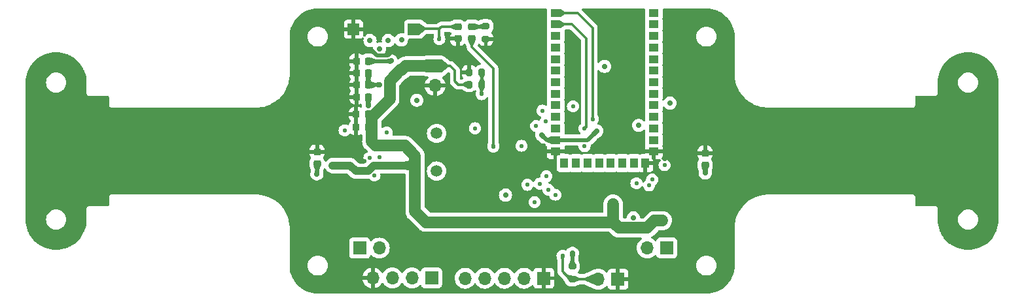
<source format=gtl>
G04 #@! TF.GenerationSoftware,KiCad,Pcbnew,7.0.1*
G04 #@! TF.CreationDate,2024-07-14T18:55:08+02:00*
G04 #@! TF.ProjectId,Gruzik2.0,4772757a-696b-4322-9e30-2e6b69636164,rev?*
G04 #@! TF.SameCoordinates,Original*
G04 #@! TF.FileFunction,Copper,L1,Top*
G04 #@! TF.FilePolarity,Positive*
%FSLAX46Y46*%
G04 Gerber Fmt 4.6, Leading zero omitted, Abs format (unit mm)*
G04 Created by KiCad (PCBNEW 7.0.1) date 2024-07-14 18:55:08*
%MOMM*%
%LPD*%
G01*
G04 APERTURE LIST*
G04 Aperture macros list*
%AMRoundRect*
0 Rectangle with rounded corners*
0 $1 Rounding radius*
0 $2 $3 $4 $5 $6 $7 $8 $9 X,Y pos of 4 corners*
0 Add a 4 corners polygon primitive as box body*
4,1,4,$2,$3,$4,$5,$6,$7,$8,$9,$2,$3,0*
0 Add four circle primitives for the rounded corners*
1,1,$1+$1,$2,$3*
1,1,$1+$1,$4,$5*
1,1,$1+$1,$6,$7*
1,1,$1+$1,$8,$9*
0 Add four rect primitives between the rounded corners*
20,1,$1+$1,$2,$3,$4,$5,0*
20,1,$1+$1,$4,$5,$6,$7,0*
20,1,$1+$1,$6,$7,$8,$9,0*
20,1,$1+$1,$8,$9,$2,$3,0*%
G04 Aperture macros list end*
G04 #@! TA.AperFunction,SMDPad,CuDef*
%ADD10R,1.300000X1.000000*%
G04 #@! TD*
G04 #@! TA.AperFunction,SMDPad,CuDef*
%ADD11R,1.000000X1.300000*%
G04 #@! TD*
G04 #@! TA.AperFunction,SMDPad,CuDef*
%ADD12RoundRect,0.225000X0.250000X-0.225000X0.250000X0.225000X-0.250000X0.225000X-0.250000X-0.225000X0*%
G04 #@! TD*
G04 #@! TA.AperFunction,ComponentPad*
%ADD13R,1.700000X1.700000*%
G04 #@! TD*
G04 #@! TA.AperFunction,ComponentPad*
%ADD14O,1.700000X1.700000*%
G04 #@! TD*
G04 #@! TA.AperFunction,SMDPad,CuDef*
%ADD15RoundRect,0.200000X-0.275000X0.200000X-0.275000X-0.200000X0.275000X-0.200000X0.275000X0.200000X0*%
G04 #@! TD*
G04 #@! TA.AperFunction,SMDPad,CuDef*
%ADD16RoundRect,0.200000X0.275000X-0.200000X0.275000X0.200000X-0.275000X0.200000X-0.275000X-0.200000X0*%
G04 #@! TD*
G04 #@! TA.AperFunction,SMDPad,CuDef*
%ADD17RoundRect,0.200000X0.200000X0.275000X-0.200000X0.275000X-0.200000X-0.275000X0.200000X-0.275000X0*%
G04 #@! TD*
G04 #@! TA.AperFunction,SMDPad,CuDef*
%ADD18RoundRect,0.225000X0.225000X0.250000X-0.225000X0.250000X-0.225000X-0.250000X0.225000X-0.250000X0*%
G04 #@! TD*
G04 #@! TA.AperFunction,SMDPad,CuDef*
%ADD19R,1.500000X1.500000*%
G04 #@! TD*
G04 #@! TA.AperFunction,SMDPad,CuDef*
%ADD20RoundRect,0.218750X-0.256250X0.218750X-0.256250X-0.218750X0.256250X-0.218750X0.256250X0.218750X0*%
G04 #@! TD*
G04 #@! TA.AperFunction,ComponentPad*
%ADD21C,1.500000*%
G04 #@! TD*
G04 #@! TA.AperFunction,ViaPad*
%ADD22C,0.550000*%
G04 #@! TD*
G04 #@! TA.AperFunction,ViaPad*
%ADD23C,0.700000*%
G04 #@! TD*
G04 #@! TA.AperFunction,Conductor*
%ADD24C,0.500000*%
G04 #@! TD*
G04 #@! TA.AperFunction,Conductor*
%ADD25C,0.800000*%
G04 #@! TD*
G04 #@! TA.AperFunction,Conductor*
%ADD26C,0.300000*%
G04 #@! TD*
G04 #@! TA.AperFunction,Conductor*
%ADD27C,1.500000*%
G04 #@! TD*
G04 #@! TA.AperFunction,Conductor*
%ADD28C,1.000000*%
G04 #@! TD*
G04 APERTURE END LIST*
D10*
X105980000Y-135095000D03*
X105980000Y-136595000D03*
X105980000Y-138095000D03*
X105980000Y-139595000D03*
X105980000Y-141095000D03*
X105980000Y-142595000D03*
X105980000Y-144095000D03*
X105980000Y-145595000D03*
X105980000Y-147095000D03*
X105980000Y-148595000D03*
X105980000Y-150095000D03*
X105980000Y-151595000D03*
X105980000Y-153095000D03*
D11*
X107080000Y-154595000D03*
X108580000Y-154595000D03*
X110080000Y-154595000D03*
X111580000Y-154595000D03*
X113080000Y-154595000D03*
X114580000Y-154595000D03*
X116080000Y-154595000D03*
X117580000Y-154595000D03*
D10*
X118680000Y-153095000D03*
X118680000Y-151595000D03*
X118680000Y-150095000D03*
X118680000Y-148595000D03*
X118680000Y-147095000D03*
X118680000Y-145595000D03*
X118680000Y-144095000D03*
X118680000Y-142595000D03*
X118680000Y-141095000D03*
X118680000Y-139595000D03*
X118680000Y-138095000D03*
X118680000Y-136595000D03*
X118680000Y-135095000D03*
D12*
X125310000Y-154835000D03*
X125310000Y-153285000D03*
D13*
X80610000Y-165630000D03*
D14*
X83150000Y-165630000D03*
D15*
X96930000Y-136820000D03*
X96930000Y-138470000D03*
D16*
X108120000Y-169660000D03*
X108120000Y-168010000D03*
D17*
X96415000Y-142820000D03*
X94765000Y-142820000D03*
D18*
X81760000Y-144470000D03*
X80210000Y-144470000D03*
D13*
X114030000Y-169660000D03*
D14*
X111490000Y-169660000D03*
D19*
X79810000Y-137210000D03*
X87610000Y-137210000D03*
D13*
X104420000Y-169540000D03*
D14*
X101880000Y-169540000D03*
X99340000Y-169540000D03*
X96800000Y-169540000D03*
X94260000Y-169540000D03*
D18*
X81760000Y-142930000D03*
X80210000Y-142930000D03*
D13*
X120360000Y-165600000D03*
D14*
X117820000Y-165600000D03*
D17*
X96395000Y-144400000D03*
X94745000Y-144400000D03*
D18*
X81760000Y-146010000D03*
X80210000Y-146010000D03*
D13*
X90385000Y-142000000D03*
D14*
X90385000Y-144540000D03*
D12*
X93300000Y-138450000D03*
X93300000Y-136900000D03*
D20*
X95130000Y-136880000D03*
X95130000Y-138455000D03*
D21*
X90560000Y-155620000D03*
X90560000Y-150740000D03*
D12*
X75100000Y-154670000D03*
X75100000Y-153120000D03*
D18*
X81695000Y-149970000D03*
X80145000Y-149970000D03*
D13*
X89910000Y-169500000D03*
D14*
X87370000Y-169500000D03*
X84830000Y-169500000D03*
X82290000Y-169500000D03*
D18*
X81755000Y-141360000D03*
X80205000Y-141360000D03*
X81705000Y-148270000D03*
X80155000Y-148270000D03*
D22*
X104450000Y-152300000D03*
D23*
X108040000Y-142840000D03*
D22*
X101530000Y-150550000D03*
D23*
X83897500Y-161412500D03*
X79930000Y-161200000D03*
D22*
X81215307Y-154304203D03*
X100820000Y-157110000D03*
D23*
X120050000Y-154010000D03*
D22*
X103240000Y-159650000D03*
X106840000Y-166650000D03*
D23*
X112310000Y-142050000D03*
X104170000Y-150950000D03*
X111300000Y-150430000D03*
X99480000Y-158744500D03*
X125310000Y-155890000D03*
X116020000Y-161710000D03*
X81760000Y-147160000D03*
X88000000Y-146440000D03*
X75070000Y-156010000D03*
X108120000Y-166310000D03*
X86010000Y-138610000D03*
X84310000Y-138680000D03*
X81940000Y-138680000D03*
X83180000Y-139810000D03*
X83200000Y-144460000D03*
D22*
X97900000Y-152490000D03*
D23*
X120770000Y-146810000D03*
D22*
X109710000Y-152410000D03*
X105920000Y-158700000D03*
X96390000Y-145650000D03*
X104260706Y-147790000D03*
D23*
X116690000Y-149700000D03*
D22*
X108210000Y-147240000D03*
X83170000Y-153830000D03*
X104714500Y-149170000D03*
X103430000Y-149790000D03*
X82520000Y-156200000D03*
X109706161Y-150110661D03*
X110768133Y-148914955D03*
X105040000Y-158040000D03*
X116415000Y-157210000D03*
X118445000Y-156750000D03*
X104760500Y-156324058D03*
X81865000Y-153930500D03*
X118040000Y-157490000D03*
X103894500Y-157270000D03*
X101540000Y-152350000D03*
X84115000Y-150605000D03*
X78660000Y-150340000D03*
X120050000Y-154870000D03*
X102300000Y-157420500D03*
X90920000Y-138480000D03*
X95515000Y-150069500D03*
D23*
X119800000Y-162040000D03*
X86450000Y-152300000D03*
X113420000Y-159910000D03*
X84690000Y-141340000D03*
X79380000Y-154900000D03*
X118760000Y-162070000D03*
X77080000Y-154940000D03*
D24*
X84288629Y-140610000D02*
X84948629Y-139950000D01*
X82848629Y-140610000D02*
X84288629Y-140610000D01*
X93300000Y-139480000D02*
X93300000Y-138450000D01*
X79810000Y-137210000D02*
X79810000Y-139640000D01*
D25*
X83897500Y-161412500D02*
X83315000Y-160830000D01*
D24*
X92830000Y-139950000D02*
X93300000Y-139480000D01*
D25*
X83315000Y-160830000D02*
X80300000Y-160830000D01*
X80300000Y-160830000D02*
X79930000Y-161200000D01*
D24*
X84948629Y-139950000D02*
X92830000Y-139950000D01*
X82108629Y-139870000D02*
X82848629Y-140610000D01*
X79810000Y-139640000D02*
X80040000Y-139870000D01*
X80040000Y-139870000D02*
X82108629Y-139870000D01*
D26*
X106840000Y-166650000D02*
X106840000Y-168650000D01*
X106840000Y-168650000D02*
X107850000Y-169660000D01*
X107850000Y-169660000D02*
X111490000Y-169660000D01*
D24*
X110135000Y-151595000D02*
X104815000Y-151595000D01*
X111300000Y-150430000D02*
X110135000Y-151595000D01*
X104815000Y-151595000D02*
X104170000Y-150950000D01*
X75070000Y-156010000D02*
X75100000Y-155980000D01*
X75100000Y-155980000D02*
X75100000Y-154670000D01*
X105980000Y-151595000D02*
X104815000Y-151595000D01*
X104170000Y-150950000D02*
X104705000Y-151485000D01*
X108120000Y-168010000D02*
X108120000Y-166310000D01*
X81760000Y-147160000D02*
X81760000Y-146010000D01*
X125310000Y-154835000D02*
X125310000Y-155890000D01*
X81760000Y-142930000D02*
X81760000Y-144470000D01*
X81770000Y-144460000D02*
X81760000Y-144470000D01*
X83200000Y-144460000D02*
X81770000Y-144460000D01*
X97070000Y-136890000D02*
X95195000Y-136890000D01*
D26*
X95100000Y-139520000D02*
X95100000Y-138477500D01*
X97900000Y-152490000D02*
X97900000Y-142320000D01*
X97900000Y-142320000D02*
X95100000Y-139520000D01*
X96390000Y-145650000D02*
X96390000Y-144405000D01*
X96415000Y-144380000D02*
X96395000Y-144400000D01*
X96415000Y-142820000D02*
X96415000Y-144380000D01*
X96390000Y-144405000D02*
X96395000Y-144400000D01*
X108095000Y-136595000D02*
X105980000Y-136595000D01*
X109706161Y-150110661D02*
X109900000Y-149916822D01*
X109900000Y-138400000D02*
X108095000Y-136595000D01*
X109900000Y-149916822D02*
X109900000Y-138400000D01*
X110740000Y-148886822D02*
X110740000Y-137030000D01*
X110740000Y-137030000D02*
X108805000Y-135095000D01*
X110768133Y-148914955D02*
X110740000Y-148886822D01*
X108805000Y-135095000D02*
X105980000Y-135095000D01*
X91190000Y-136900000D02*
X90920000Y-137170000D01*
X90920000Y-137170000D02*
X87650000Y-137170000D01*
X90920000Y-138480000D02*
X90920000Y-137170000D01*
X93300000Y-136900000D02*
X91190000Y-136900000D01*
D27*
X86550000Y-142000000D02*
X90385000Y-142000000D01*
X118760000Y-162070000D02*
X119770000Y-162070000D01*
X82670000Y-152300000D02*
X82180000Y-151810000D01*
X84500000Y-146258478D02*
X84500000Y-143921522D01*
D28*
X87780000Y-154910000D02*
X82431141Y-154910000D01*
X79370000Y-154910000D02*
X77110000Y-154910000D01*
D26*
X92930000Y-143960000D02*
X93370000Y-144400000D01*
D27*
X113420000Y-162270000D02*
X89180000Y-162270000D01*
D24*
X81755000Y-141360000D02*
X84600000Y-141360000D01*
D26*
X92930000Y-142585000D02*
X92930000Y-143960000D01*
D27*
X85911522Y-142510000D02*
X86040000Y-142510000D01*
X114160000Y-163010000D02*
X117820000Y-163010000D01*
D28*
X82431141Y-154910000D02*
X81701141Y-155640000D01*
D27*
X82180000Y-148460000D02*
X82298478Y-148460000D01*
X84500000Y-143921522D02*
X85911522Y-142510000D01*
X87780000Y-154910000D02*
X87780000Y-153630000D01*
D26*
X92345000Y-142000000D02*
X92930000Y-142585000D01*
D27*
X82298478Y-148460000D02*
X84500000Y-146258478D01*
X89180000Y-162270000D02*
X87780000Y-160870000D01*
D28*
X81701141Y-155640000D02*
X80120000Y-155640000D01*
D27*
X113420000Y-162270000D02*
X114160000Y-163010000D01*
D26*
X90385000Y-142000000D02*
X92345000Y-142000000D01*
D27*
X117820000Y-163010000D02*
X118760000Y-162070000D01*
D24*
X84640000Y-141360000D02*
X84620000Y-141360000D01*
D27*
X86040000Y-142510000D02*
X86550000Y-142000000D01*
X113420000Y-162270000D02*
X113420000Y-159910000D01*
D24*
X84690000Y-141340000D02*
X84640000Y-141360000D01*
D27*
X87780000Y-160870000D02*
X87780000Y-154910000D01*
D28*
X80120000Y-155640000D02*
X79380000Y-154900000D01*
D27*
X86450000Y-152300000D02*
X82670000Y-152300000D01*
X82180000Y-151810000D02*
X82180000Y-148460000D01*
D24*
X84600000Y-141360000D02*
X84690000Y-141340000D01*
D27*
X87780000Y-153630000D02*
X86450000Y-152300000D01*
D26*
X93370000Y-144400000D02*
X94745000Y-144400000D01*
G04 #@! TA.AperFunction,Conductor*
G36*
X110042795Y-149642659D02*
G01*
X110047112Y-149647655D01*
X110048037Y-149654192D01*
X109982621Y-150100693D01*
X109978711Y-150107836D01*
X109971088Y-150110697D01*
X109711049Y-150111643D01*
X109706534Y-150110755D01*
X109702714Y-150108196D01*
X109519364Y-149923903D01*
X109515965Y-149916058D01*
X109518809Y-149907998D01*
X109746500Y-149644840D01*
X109750484Y-149641855D01*
X109755348Y-149640796D01*
X110036461Y-149640796D01*
X110042795Y-149642659D01*
G37*
G04 #@! TD.AperFunction*
G04 #@! TA.AperFunction,Conductor*
G36*
X75106833Y-154673918D02*
G01*
X75405143Y-154888626D01*
X75542925Y-154987795D01*
X75547244Y-154993759D01*
X75547145Y-155001122D01*
X75352727Y-155562131D01*
X75348457Y-155567832D01*
X75341672Y-155570000D01*
X74858328Y-155570000D01*
X74851543Y-155567832D01*
X74847273Y-155562131D01*
X74652854Y-155001122D01*
X74652755Y-154993759D01*
X74657073Y-154987796D01*
X75093166Y-154673918D01*
X75100000Y-154671715D01*
X75106833Y-154673918D01*
G37*
G04 #@! TD.AperFunction*
G04 #@! TA.AperFunction,Conductor*
G36*
X81767187Y-146014597D02*
G01*
X82085857Y-146262764D01*
X82186487Y-146341131D01*
X82190461Y-146346859D01*
X82190472Y-146353832D01*
X82012556Y-146926770D01*
X82008321Y-146932720D01*
X82001382Y-146935000D01*
X81518618Y-146935000D01*
X81511679Y-146932720D01*
X81507444Y-146926770D01*
X81329527Y-146353832D01*
X81329538Y-146346859D01*
X81333511Y-146341132D01*
X81752812Y-146014597D01*
X81760000Y-146012129D01*
X81767187Y-146014597D01*
G37*
G04 #@! TD.AperFunction*
G04 #@! TA.AperFunction,Conductor*
G36*
X90682983Y-141312000D02*
G01*
X91878080Y-141846903D01*
X91883119Y-141851219D01*
X91885000Y-141857582D01*
X91885000Y-142142418D01*
X91883119Y-142148781D01*
X91878080Y-142153097D01*
X90682983Y-142687999D01*
X90676898Y-142688947D01*
X90671176Y-142686674D01*
X90667400Y-142681812D01*
X90385865Y-142004488D01*
X90384970Y-141999999D01*
X90385864Y-141995513D01*
X90667401Y-141318185D01*
X90671176Y-141313325D01*
X90676898Y-141311052D01*
X90682983Y-141312000D01*
G37*
G04 #@! TD.AperFunction*
G04 #@! TA.AperFunction,Conductor*
G36*
X108456549Y-166309961D02*
G01*
X108462856Y-166311828D01*
X108467159Y-166316804D01*
X108468097Y-166323316D01*
X108371435Y-166999955D01*
X108367519Y-167007139D01*
X108359853Y-167010000D01*
X107880147Y-167010000D01*
X107872481Y-167007139D01*
X107868565Y-166999955D01*
X107771902Y-166323316D01*
X107772840Y-166316804D01*
X107777143Y-166311828D01*
X107783449Y-166309961D01*
X108120000Y-166309000D01*
X108456549Y-166309961D01*
G37*
G04 #@! TD.AperFunction*
G04 #@! TA.AperFunction,Conductor*
G36*
X104420290Y-150709332D02*
G01*
X104425557Y-150713273D01*
X104835662Y-151260079D01*
X104837973Y-151267928D01*
X104834575Y-151275372D01*
X104495372Y-151614575D01*
X104487928Y-151617973D01*
X104480079Y-151615662D01*
X103933273Y-151205557D01*
X103929332Y-151200290D01*
X103928856Y-151193728D01*
X103931992Y-151187952D01*
X104169293Y-150949293D01*
X104407952Y-150711992D01*
X104413728Y-150708856D01*
X104420290Y-150709332D01*
G37*
G04 #@! TD.AperFunction*
G04 #@! TA.AperFunction,Conductor*
G36*
X96563975Y-136453822D02*
G01*
X96924090Y-136813106D01*
X96927477Y-136820322D01*
X96925456Y-136828034D01*
X96659070Y-137214100D01*
X96654180Y-137218152D01*
X96647894Y-137219052D01*
X96181701Y-137156893D01*
X96065153Y-137141353D01*
X96057897Y-137137464D01*
X96055000Y-137129757D01*
X96055000Y-136648068D01*
X96057068Y-136641426D01*
X96062540Y-136637132D01*
X96551553Y-136451168D01*
X96558155Y-136450663D01*
X96563975Y-136453822D01*
G37*
G04 #@! TD.AperFunction*
G04 #@! TA.AperFunction,Conductor*
G36*
X92969690Y-136474568D02*
G01*
X93295401Y-136892811D01*
X93297870Y-136900000D01*
X93295401Y-136907189D01*
X92969690Y-137325431D01*
X92963134Y-137329632D01*
X92955393Y-137328788D01*
X92602409Y-137159235D01*
X92381633Y-137053186D01*
X92376796Y-137048871D01*
X92375000Y-137042641D01*
X92375000Y-136757359D01*
X92376796Y-136751129D01*
X92381633Y-136746813D01*
X92955393Y-136471210D01*
X92963134Y-136470367D01*
X92969690Y-136474568D01*
G37*
G04 #@! TD.AperFunction*
G04 #@! TA.AperFunction,Conductor*
G36*
X96422902Y-142826240D02*
G01*
X96752200Y-143127947D01*
X96793547Y-143165830D01*
X96797101Y-143172090D01*
X96796318Y-143179245D01*
X96568100Y-143688088D01*
X96563784Y-143693121D01*
X96557425Y-143695000D01*
X96272575Y-143695000D01*
X96266216Y-143693121D01*
X96261900Y-143688088D01*
X96033681Y-143179245D01*
X96032898Y-143172090D01*
X96036451Y-143165831D01*
X96407097Y-142826240D01*
X96415000Y-142823168D01*
X96422902Y-142826240D01*
G37*
G04 #@! TD.AperFunction*
G04 #@! TA.AperFunction,Conductor*
G36*
X75347268Y-155318989D02*
G01*
X75351062Y-155326493D01*
X75418705Y-155997162D01*
X75417570Y-156003484D01*
X75413269Y-156008255D01*
X75407097Y-156010036D01*
X75070032Y-156010999D01*
X75069966Y-156010999D01*
X74734054Y-156010040D01*
X74727605Y-156008080D01*
X74723307Y-156002888D01*
X74722587Y-155996187D01*
X74848211Y-155325513D01*
X74852239Y-155318664D01*
X74859712Y-155315967D01*
X75339421Y-155315967D01*
X75347268Y-155318989D01*
G37*
G04 #@! TD.AperFunction*
G04 #@! TA.AperFunction,Conductor*
G36*
X108368415Y-167212203D02*
G01*
X108372675Y-167217982D01*
X108517536Y-167650254D01*
X108517743Y-167657001D01*
X108514189Y-167662740D01*
X108127747Y-168004155D01*
X108120000Y-168007087D01*
X108112253Y-168004155D01*
X107725810Y-167662740D01*
X107722256Y-167657001D01*
X107722462Y-167650257D01*
X107867325Y-167217981D01*
X107871586Y-167212203D01*
X107878419Y-167210000D01*
X108361581Y-167210000D01*
X108368415Y-167212203D01*
G37*
G04 #@! TD.AperFunction*
G04 #@! TA.AperFunction,Conductor*
G36*
X98047992Y-151942533D02*
G01*
X98052114Y-151949034D01*
X98151811Y-152375121D01*
X98150837Y-152383111D01*
X98144933Y-152388581D01*
X97904514Y-152489112D01*
X97900000Y-152490018D01*
X97895486Y-152489112D01*
X97655066Y-152388581D01*
X97649162Y-152383111D01*
X97648188Y-152375123D01*
X97747886Y-151949033D01*
X97752008Y-151942533D01*
X97759278Y-151940000D01*
X98040722Y-151940000D01*
X98047992Y-151942533D01*
G37*
G04 #@! TD.AperFunction*
G04 #@! TA.AperFunction,Conductor*
G36*
X105335808Y-151099461D02*
G01*
X105968918Y-151585721D01*
X105972950Y-151591483D01*
X105972950Y-151598517D01*
X105968918Y-151604279D01*
X105335808Y-152090538D01*
X105329798Y-152092906D01*
X105323449Y-152091724D01*
X104836468Y-151848234D01*
X104831747Y-151843920D01*
X104830000Y-151837769D01*
X104830000Y-151352231D01*
X104831747Y-151346080D01*
X104836468Y-151341766D01*
X104836467Y-151341766D01*
X105323450Y-151098274D01*
X105329798Y-151097093D01*
X105335808Y-151099461D01*
G37*
G04 #@! TD.AperFunction*
G04 #@! TA.AperFunction,Conductor*
G36*
X84682990Y-140993147D02*
G01*
X84688110Y-140997448D01*
X84690039Y-141003850D01*
X84691000Y-141340000D01*
X84691000Y-141340066D01*
X84690037Y-141676915D01*
X84688227Y-141683133D01*
X84683388Y-141687436D01*
X84677001Y-141688505D01*
X84004342Y-141611191D01*
X83996945Y-141607354D01*
X83993978Y-141599568D01*
X83993978Y-141119856D01*
X83996730Y-141112318D01*
X84003690Y-141108326D01*
X84080748Y-141095040D01*
X84272434Y-141061991D01*
X84275719Y-141061896D01*
X84298890Y-141064506D01*
X84305662Y-141065270D01*
X84305662Y-141065269D01*
X84305664Y-141065270D01*
X84363926Y-141054245D01*
X84364300Y-141054181D01*
X84422916Y-141045348D01*
X84429268Y-141042287D01*
X84432170Y-141041333D01*
X84439101Y-141040023D01*
X84456462Y-141030846D01*
X84459924Y-141029666D01*
X84676351Y-140992353D01*
X84682990Y-140993147D01*
G37*
G04 #@! TD.AperFunction*
G04 #@! TA.AperFunction,Conductor*
G36*
X82086122Y-140912854D02*
G01*
X82647131Y-141107273D01*
X82652832Y-141111543D01*
X82655000Y-141118328D01*
X82655000Y-141601672D01*
X82652832Y-141608457D01*
X82647131Y-141612727D01*
X82086122Y-141807145D01*
X82078759Y-141807244D01*
X82072795Y-141802925D01*
X81758919Y-141366835D01*
X81756715Y-141360000D01*
X81758919Y-141353165D01*
X81927943Y-141118328D01*
X82072796Y-140917073D01*
X82078759Y-140912755D01*
X82086122Y-140912854D01*
G37*
G04 #@! TD.AperFunction*
G04 #@! TA.AperFunction,Conductor*
G36*
X106844511Y-166650886D02*
G01*
X107084934Y-166751419D01*
X107090837Y-166756888D01*
X107091811Y-166764878D01*
X106992114Y-167190966D01*
X106987992Y-167197467D01*
X106980722Y-167200000D01*
X106699278Y-167200000D01*
X106692008Y-167197467D01*
X106687886Y-167190966D01*
X106588188Y-166764876D01*
X106589162Y-166756888D01*
X106595063Y-166751419D01*
X106835488Y-166650886D01*
X106840000Y-166649981D01*
X106844511Y-166650886D01*
G37*
G04 #@! TD.AperFunction*
G04 #@! TA.AperFunction,Conductor*
G36*
X89534574Y-141151227D02*
G01*
X89539008Y-141154003D01*
X90377712Y-141991722D01*
X90380745Y-141996970D01*
X90380745Y-142003030D01*
X90377712Y-142008278D01*
X89539008Y-142845996D01*
X89534574Y-142848772D01*
X89529373Y-142849338D01*
X88695332Y-142751215D01*
X88687957Y-142747371D01*
X88685000Y-142739596D01*
X88685000Y-141260404D01*
X88687957Y-141252629D01*
X88695332Y-141248784D01*
X89529377Y-141150661D01*
X89534574Y-141151227D01*
G37*
G04 #@! TD.AperFunction*
G04 #@! TA.AperFunction,Conductor*
G36*
X83193195Y-144112840D02*
G01*
X83198171Y-144117143D01*
X83200038Y-144123451D01*
X83201000Y-144460000D01*
X83201000Y-144460066D01*
X83200038Y-144796548D01*
X83198171Y-144802856D01*
X83193195Y-144807159D01*
X83186683Y-144808097D01*
X82510045Y-144711435D01*
X82502861Y-144707519D01*
X82500000Y-144699853D01*
X82500000Y-144220147D01*
X82502861Y-144212481D01*
X82510045Y-144208565D01*
X82510045Y-144208564D01*
X83186684Y-144111902D01*
X83193195Y-144112840D01*
G37*
G04 #@! TD.AperFunction*
G04 #@! TA.AperFunction,Conductor*
G36*
X82007519Y-146462861D02*
G01*
X82011435Y-146470045D01*
X82108097Y-147146683D01*
X82107159Y-147153195D01*
X82102856Y-147158171D01*
X82096548Y-147160038D01*
X81760032Y-147160999D01*
X81759966Y-147160999D01*
X81423451Y-147160038D01*
X81417143Y-147158171D01*
X81412840Y-147153195D01*
X81411902Y-147146683D01*
X81508565Y-146470045D01*
X81512481Y-146462861D01*
X81520147Y-146460000D01*
X81999853Y-146460000D01*
X82007519Y-146462861D01*
G37*
G04 #@! TD.AperFunction*
G04 #@! TA.AperFunction,Conductor*
G36*
X82008321Y-143547280D02*
G01*
X82012556Y-143553230D01*
X82190472Y-144126167D01*
X82190461Y-144133140D01*
X82186487Y-144138868D01*
X81767188Y-144465401D01*
X81759999Y-144467870D01*
X81752810Y-144465401D01*
X81333512Y-144138868D01*
X81329538Y-144133140D01*
X81329527Y-144126167D01*
X81507444Y-143553230D01*
X81511679Y-143547280D01*
X81518618Y-143545000D01*
X82001382Y-143545000D01*
X82008321Y-143547280D01*
G37*
G04 #@! TD.AperFunction*
G04 #@! TA.AperFunction,Conductor*
G36*
X87773014Y-154163092D02*
G01*
X87778108Y-154167401D01*
X87780018Y-154173792D01*
X87781000Y-154910000D01*
X87781000Y-154910032D01*
X87780018Y-155646207D01*
X87778108Y-155652598D01*
X87773014Y-155656907D01*
X87766395Y-155657732D01*
X87028086Y-155534681D01*
X86289775Y-155411629D01*
X86282773Y-155407652D01*
X86280000Y-155400089D01*
X86280000Y-154419912D01*
X86282773Y-154412349D01*
X86289777Y-154408371D01*
X87028086Y-154285318D01*
X87766396Y-154162267D01*
X87773014Y-154163092D01*
G37*
G04 #@! TD.AperFunction*
G04 #@! TA.AperFunction,Conductor*
G36*
X88368108Y-136466054D02*
G01*
X89105300Y-137016491D01*
X89108759Y-137020622D01*
X89110000Y-137025866D01*
X89110000Y-137314494D01*
X89108886Y-137319476D01*
X89105756Y-137323510D01*
X88368087Y-137933564D01*
X88360161Y-137936239D01*
X88352475Y-137932936D01*
X87617512Y-137218277D01*
X87614395Y-137213020D01*
X87614354Y-137206909D01*
X87617398Y-137201612D01*
X88352840Y-136467149D01*
X88360270Y-136463759D01*
X88368108Y-136466054D01*
G37*
G04 #@! TD.AperFunction*
G04 #@! TA.AperFunction,Conductor*
G36*
X91243194Y-141156748D02*
G01*
X92080738Y-141846490D01*
X92083881Y-141850529D01*
X92085000Y-141855522D01*
X92085000Y-142144478D01*
X92083881Y-142149471D01*
X92080738Y-142153510D01*
X91243194Y-142843251D01*
X91235195Y-142845906D01*
X91227488Y-142842497D01*
X90392285Y-142008276D01*
X90389254Y-142003030D01*
X90389254Y-141996970D01*
X90392285Y-141991723D01*
X91227490Y-141157501D01*
X91235195Y-141154093D01*
X91243194Y-141156748D01*
G37*
G04 #@! TD.AperFunction*
G04 #@! TA.AperFunction,Conductor*
G36*
X87773014Y-154163092D02*
G01*
X87778108Y-154167401D01*
X87780018Y-154173792D01*
X87781000Y-154910000D01*
X87781000Y-154910032D01*
X87780018Y-155646207D01*
X87778108Y-155652598D01*
X87773014Y-155656907D01*
X87766395Y-155657732D01*
X87028086Y-155534681D01*
X86289775Y-155411629D01*
X86282773Y-155407652D01*
X86280000Y-155400089D01*
X86280000Y-154419912D01*
X86282773Y-154412349D01*
X86289777Y-154408371D01*
X87028086Y-154285318D01*
X87766396Y-154162267D01*
X87773014Y-154163092D01*
G37*
G04 #@! TD.AperFunction*
G04 #@! TA.AperFunction,Conductor*
G36*
X92274932Y-137562726D02*
G01*
X92406691Y-137626016D01*
X92457767Y-137671458D01*
X92476999Y-137737061D01*
X92458540Y-137802887D01*
X92388452Y-137916516D01*
X92335143Y-138077393D01*
X92325000Y-138176685D01*
X92325000Y-138200000D01*
X93426000Y-138200000D01*
X93488000Y-138216613D01*
X93533387Y-138262000D01*
X93550000Y-138324000D01*
X93550000Y-139399999D01*
X93598315Y-139399999D01*
X93697605Y-139389856D01*
X93858486Y-139336546D01*
X94002729Y-139247575D01*
X94113072Y-139137232D01*
X94163101Y-139106768D01*
X94221531Y-139102666D01*
X94275326Y-139125842D01*
X94312480Y-139171124D01*
X94435607Y-139426874D01*
X94447820Y-139476766D01*
X94449439Y-139528260D01*
X94449500Y-139532157D01*
X94449500Y-139560926D01*
X94450053Y-139565307D01*
X94450968Y-139576940D01*
X94452402Y-139622569D01*
X94458323Y-139642950D01*
X94462267Y-139661995D01*
X94464928Y-139683059D01*
X94481737Y-139725515D01*
X94485520Y-139736563D01*
X94498256Y-139780400D01*
X94509061Y-139798670D01*
X94517621Y-139816143D01*
X94525431Y-139835869D01*
X94552267Y-139872808D01*
X94558673Y-139882560D01*
X94581919Y-139921865D01*
X94581920Y-139921866D01*
X94581921Y-139921867D01*
X94596925Y-139936871D01*
X94609564Y-139951669D01*
X94622037Y-139968837D01*
X94657212Y-139997936D01*
X94665854Y-140005800D01*
X96292873Y-141632819D01*
X96323123Y-141682182D01*
X96327665Y-141739898D01*
X96305510Y-141793385D01*
X96261487Y-141830985D01*
X96205192Y-141844500D01*
X96158383Y-141844500D01*
X96087806Y-141850913D01*
X96019503Y-141872197D01*
X95925394Y-141901522D01*
X95925392Y-141901522D01*
X95925392Y-141901523D01*
X95779813Y-141989528D01*
X95677327Y-142092015D01*
X95621740Y-142124109D01*
X95557552Y-142124109D01*
X95501965Y-142092015D01*
X95399875Y-141989925D01*
X95254396Y-141901980D01*
X95092106Y-141851409D01*
X95021576Y-141845000D01*
X95015000Y-141845000D01*
X95015000Y-142946000D01*
X94998387Y-143008000D01*
X94953000Y-143053387D01*
X94891000Y-143070000D01*
X93865001Y-143070000D01*
X93865001Y-143151579D01*
X93871408Y-143222104D01*
X93921981Y-143384397D01*
X93990921Y-143498437D01*
X94008799Y-143561510D01*
X93992019Y-143624884D01*
X93945271Y-143670845D01*
X93832633Y-143733758D01*
X93772166Y-143749500D01*
X93704500Y-143749500D01*
X93642500Y-143732887D01*
X93597113Y-143687500D01*
X93580500Y-143625500D01*
X93580500Y-142670505D01*
X93582841Y-142649295D01*
X93580561Y-142576738D01*
X93580500Y-142572843D01*
X93580500Y-142570000D01*
X93865000Y-142570000D01*
X94515000Y-142570000D01*
X94515000Y-141845001D01*
X94508421Y-141845001D01*
X94437895Y-141851408D01*
X94275602Y-141901981D01*
X94130124Y-141989925D01*
X94009925Y-142110124D01*
X93921980Y-142255603D01*
X93871409Y-142417893D01*
X93865000Y-142488424D01*
X93865000Y-142570000D01*
X93580500Y-142570000D01*
X93580500Y-142544081D01*
X93580500Y-142544075D01*
X93579946Y-142539695D01*
X93579030Y-142528054D01*
X93577597Y-142482431D01*
X93571675Y-142462048D01*
X93567732Y-142443011D01*
X93565071Y-142421942D01*
X93548263Y-142379491D01*
X93544480Y-142368442D01*
X93531744Y-142324602D01*
X93520937Y-142306329D01*
X93512382Y-142288866D01*
X93504568Y-142269129D01*
X93477733Y-142232193D01*
X93471325Y-142222436D01*
X93448084Y-142183138D01*
X93442941Y-142177995D01*
X93433068Y-142168122D01*
X93420435Y-142153330D01*
X93416199Y-142147500D01*
X93407963Y-142136163D01*
X93380428Y-142113384D01*
X93372779Y-142107056D01*
X93364140Y-142099194D01*
X92865434Y-141600488D01*
X92852091Y-141583833D01*
X92799166Y-141534134D01*
X92796369Y-141531423D01*
X92776034Y-141511088D01*
X92772547Y-141508383D01*
X92763671Y-141500801D01*
X92730394Y-141469552D01*
X92711793Y-141459326D01*
X92695532Y-141448645D01*
X92678764Y-141435638D01*
X92636870Y-141417508D01*
X92626379Y-141412369D01*
X92586367Y-141390372D01*
X92565800Y-141385091D01*
X92547398Y-141378791D01*
X92527924Y-141370364D01*
X92482837Y-141363223D01*
X92471398Y-141360854D01*
X92427178Y-141349500D01*
X92427177Y-141349500D01*
X92405955Y-141349500D01*
X92386556Y-141347973D01*
X92365594Y-141344652D01*
X92327712Y-141348233D01*
X92279715Y-141343342D01*
X92237217Y-141320502D01*
X91564545Y-140766537D01*
X91495225Y-140719438D01*
X91490599Y-140716137D01*
X91486443Y-140713026D01*
X91477331Y-140706204D01*
X91472687Y-140704472D01*
X91425513Y-140686877D01*
X91419131Y-140684292D01*
X91402438Y-140676986D01*
X91387199Y-140671928D01*
X91387201Y-140671919D01*
X91379627Y-140669763D01*
X91342483Y-140655909D01*
X91282873Y-140649500D01*
X91282869Y-140649500D01*
X89603389Y-140649500D01*
X89589962Y-140648771D01*
X89589306Y-140648699D01*
X89589304Y-140648699D01*
X89584107Y-140648133D01*
X89584106Y-140648133D01*
X89470315Y-140648622D01*
X88636270Y-140746745D01*
X88635996Y-140746803D01*
X88635878Y-140746828D01*
X88633151Y-140747112D01*
X88630669Y-140747405D01*
X88630665Y-140747372D01*
X88610277Y-140749500D01*
X86627186Y-140749500D01*
X86613302Y-140748720D01*
X86578173Y-140744761D01*
X86517050Y-140748883D01*
X86512065Y-140749219D01*
X86503726Y-140749500D01*
X86493845Y-140749500D01*
X86471955Y-140751469D01*
X86453253Y-140753153D01*
X86450481Y-140753371D01*
X86353586Y-140759904D01*
X86349344Y-140760973D01*
X86330181Y-140764229D01*
X86325817Y-140764622D01*
X86325814Y-140764622D01*
X86325812Y-140764623D01*
X86232137Y-140790475D01*
X86229495Y-140791172D01*
X86135316Y-140814903D01*
X86131328Y-140816715D01*
X86113054Y-140823340D01*
X86108832Y-140824505D01*
X86021317Y-140866649D01*
X86018800Y-140867827D01*
X85930369Y-140907995D01*
X85926774Y-140910486D01*
X85909972Y-140920270D01*
X85906028Y-140922169D01*
X85827461Y-140979250D01*
X85825195Y-140980858D01*
X85745342Y-141036182D01*
X85742242Y-141039282D01*
X85727462Y-141051906D01*
X85723922Y-141054477D01*
X85693871Y-141085908D01*
X85639906Y-141118976D01*
X85576651Y-141121105D01*
X85520585Y-141091739D01*
X85486315Y-141038533D01*
X85471250Y-140992165D01*
X85471249Y-140992164D01*
X85471249Y-140992162D01*
X85381859Y-140837334D01*
X85275704Y-140719438D01*
X85262230Y-140704474D01*
X85262229Y-140704473D01*
X85262228Y-140704472D01*
X85117596Y-140599389D01*
X84954264Y-140526669D01*
X84779393Y-140489500D01*
X84779391Y-140489500D01*
X84719314Y-140489500D01*
X84713538Y-140489365D01*
X84712412Y-140489312D01*
X84663290Y-140487021D01*
X84644220Y-140488902D01*
X84632052Y-140489500D01*
X84600609Y-140489500D01*
X84570434Y-140495913D01*
X84529397Y-140504636D01*
X84524685Y-140505542D01*
X84374044Y-140531514D01*
X84352404Y-140537031D01*
X84296840Y-140551196D01*
X84296836Y-140551197D01*
X84292099Y-140552405D01*
X84291873Y-140551518D01*
X84264115Y-140556519D01*
X84257831Y-140556701D01*
X84257821Y-140556701D01*
X84257821Y-140556702D01*
X84186546Y-140563841D01*
X84186543Y-140563841D01*
X84186538Y-140563842D01*
X83932180Y-140607697D01*
X83911112Y-140609500D01*
X83883096Y-140609500D01*
X83827961Y-140596568D01*
X83784326Y-140560470D01*
X83761292Y-140508735D01*
X83763664Y-140452154D01*
X83790946Y-140402528D01*
X83839962Y-140348090D01*
X83871859Y-140312665D01*
X83961250Y-140157835D01*
X84016497Y-139987803D01*
X84035185Y-139810000D01*
X84018739Y-139653532D01*
X84026296Y-139596137D01*
X84059088Y-139548424D01*
X84109967Y-139520799D01*
X84167841Y-139519284D01*
X84220608Y-139530500D01*
X84220609Y-139530500D01*
X84399391Y-139530500D01*
X84399393Y-139530500D01*
X84574264Y-139493330D01*
X84574265Y-139493329D01*
X84574267Y-139493329D01*
X84737593Y-139420612D01*
X84882230Y-139315526D01*
X85001859Y-139182665D01*
X85038721Y-139118818D01*
X85072820Y-139059757D01*
X85118207Y-139014370D01*
X85180207Y-138997757D01*
X85242207Y-139014370D01*
X85287594Y-139059757D01*
X85318140Y-139112665D01*
X85437771Y-139245527D01*
X85582403Y-139350610D01*
X85582406Y-139350611D01*
X85582407Y-139350612D01*
X85670551Y-139389856D01*
X85745735Y-139423330D01*
X85920607Y-139460500D01*
X85920609Y-139460500D01*
X86099391Y-139460500D01*
X86099393Y-139460500D01*
X86274264Y-139423330D01*
X86274265Y-139423329D01*
X86274267Y-139423329D01*
X86437593Y-139350612D01*
X86582230Y-139245526D01*
X86701859Y-139112665D01*
X86791250Y-138957835D01*
X86846497Y-138787803D01*
X86865185Y-138610000D01*
X86863866Y-138597459D01*
X86875738Y-138530140D01*
X86921478Y-138479341D01*
X86987188Y-138460499D01*
X88407870Y-138460499D01*
X88407872Y-138460499D01*
X88467483Y-138454091D01*
X88602331Y-138403796D01*
X88717546Y-138317546D01*
X88742136Y-138284696D01*
X88762371Y-138263458D01*
X89263596Y-137848944D01*
X89300628Y-137827827D01*
X89342622Y-137820500D01*
X90120104Y-137820500D01*
X90174058Y-137832853D01*
X90217261Y-137867452D01*
X90241107Y-137917402D01*
X90240843Y-137972751D01*
X90175982Y-138249954D01*
X90175684Y-138252039D01*
X90169976Y-138275427D01*
X90159158Y-138306342D01*
X90139592Y-138480000D01*
X90159158Y-138653657D01*
X90216877Y-138818606D01*
X90309852Y-138966576D01*
X90433423Y-139090147D01*
X90581393Y-139183122D01*
X90746342Y-139240841D01*
X90920000Y-139260407D01*
X91093657Y-139240841D01*
X91258606Y-139183122D01*
X91406576Y-139090147D01*
X91530147Y-138966576D01*
X91623122Y-138818606D01*
X91664625Y-138700000D01*
X92325001Y-138700000D01*
X92325001Y-138723315D01*
X92335143Y-138822605D01*
X92388453Y-138983486D01*
X92477426Y-139127732D01*
X92597267Y-139247573D01*
X92741513Y-139336546D01*
X92902393Y-139389856D01*
X93001685Y-139400000D01*
X93050000Y-139400000D01*
X93050000Y-138700000D01*
X92325001Y-138700000D01*
X91664625Y-138700000D01*
X91680841Y-138653657D01*
X91700407Y-138480000D01*
X91680841Y-138306343D01*
X91670022Y-138275427D01*
X91664313Y-138252026D01*
X91664016Y-138249949D01*
X91657008Y-138220000D01*
X91573760Y-137864214D01*
X91570500Y-137835964D01*
X91570500Y-137674500D01*
X91587113Y-137612500D01*
X91632500Y-137567113D01*
X91694500Y-137550500D01*
X92221242Y-137550500D01*
X92274932Y-137562726D01*
G37*
G04 #@! TD.AperFunction*
G04 #@! TA.AperFunction,Conductor*
G36*
X104767500Y-134543113D02*
G01*
X104812887Y-134588500D01*
X104829500Y-134650500D01*
X104829500Y-135642869D01*
X104835909Y-135702484D01*
X104872902Y-135801666D01*
X104880720Y-135844999D01*
X104872902Y-135888332D01*
X104835909Y-135987514D01*
X104833127Y-136013388D01*
X104829875Y-136043645D01*
X104829500Y-136047130D01*
X104829500Y-137142869D01*
X104835909Y-137202484D01*
X104872902Y-137301666D01*
X104880720Y-137344999D01*
X104872902Y-137388332D01*
X104835909Y-137487514D01*
X104829500Y-137547130D01*
X104829500Y-138642869D01*
X104835909Y-138702484D01*
X104872902Y-138801666D01*
X104880720Y-138844999D01*
X104872902Y-138888332D01*
X104835909Y-138987514D01*
X104829500Y-139047130D01*
X104829500Y-140142869D01*
X104835909Y-140202484D01*
X104872902Y-140301666D01*
X104880720Y-140344999D01*
X104872902Y-140388332D01*
X104835909Y-140487514D01*
X104834068Y-140504636D01*
X104829551Y-140546659D01*
X104829500Y-140547130D01*
X104829500Y-141642869D01*
X104835909Y-141702484D01*
X104872902Y-141801666D01*
X104880720Y-141844999D01*
X104872902Y-141888332D01*
X104835909Y-141987514D01*
X104829500Y-142047130D01*
X104829500Y-143142869D01*
X104835909Y-143202484D01*
X104872902Y-143301666D01*
X104880720Y-143344999D01*
X104872902Y-143388332D01*
X104835909Y-143487514D01*
X104829500Y-143547130D01*
X104829500Y-144642869D01*
X104835909Y-144702484D01*
X104860463Y-144768315D01*
X104870094Y-144794139D01*
X104872902Y-144801666D01*
X104880720Y-144844999D01*
X104872902Y-144888332D01*
X104835909Y-144987514D01*
X104835909Y-144987517D01*
X104832287Y-145021210D01*
X104829500Y-145047130D01*
X104829500Y-146142869D01*
X104835909Y-146202484D01*
X104872902Y-146301666D01*
X104880720Y-146344999D01*
X104872902Y-146388332D01*
X104835909Y-146487514D01*
X104829500Y-146547131D01*
X104829500Y-147007153D01*
X104812303Y-147070154D01*
X104765482Y-147115680D01*
X104702023Y-147131104D01*
X104639529Y-147112147D01*
X104599312Y-147086877D01*
X104434363Y-147029158D01*
X104260706Y-147009592D01*
X104087048Y-147029158D01*
X103922099Y-147086877D01*
X103774129Y-147179852D01*
X103650558Y-147303423D01*
X103557583Y-147451393D01*
X103499864Y-147616342D01*
X103480298Y-147790000D01*
X103499864Y-147963657D01*
X103557583Y-148128606D01*
X103650558Y-148276576D01*
X103774129Y-148400147D01*
X103899206Y-148478737D01*
X103922100Y-148493122D01*
X104022763Y-148528346D01*
X104069487Y-148557704D01*
X104098847Y-148604431D01*
X104105026Y-148659269D01*
X104086800Y-148711357D01*
X104011377Y-148831393D01*
X103949044Y-149009531D01*
X103947970Y-149009155D01*
X103931897Y-149051255D01*
X103884568Y-149091216D01*
X103823815Y-149103298D01*
X103782293Y-149090062D01*
X103781793Y-149091492D01*
X103603657Y-149029158D01*
X103430000Y-149009592D01*
X103256342Y-149029158D01*
X103091393Y-149086877D01*
X102943423Y-149179852D01*
X102819852Y-149303423D01*
X102726877Y-149451393D01*
X102669158Y-149616342D01*
X102649592Y-149789999D01*
X102669158Y-149963657D01*
X102726877Y-150128606D01*
X102819852Y-150276576D01*
X102943423Y-150400147D01*
X103091393Y-150493122D01*
X103269531Y-150555456D01*
X103269018Y-150556919D01*
X103300649Y-150567886D01*
X103339516Y-150606102D01*
X103358240Y-150657293D01*
X103353202Y-150711568D01*
X103343964Y-150740000D01*
X103333503Y-150772197D01*
X103316637Y-150932664D01*
X103314815Y-150950000D01*
X103333503Y-151127804D01*
X103388749Y-151297835D01*
X103478140Y-151452665D01*
X103548458Y-151530760D01*
X103597770Y-151585526D01*
X103618292Y-151600436D01*
X103625561Y-151606648D01*
X103629973Y-151609957D01*
X104165220Y-152011393D01*
X104177390Y-152020520D01*
X104190671Y-152032039D01*
X104239269Y-152080637D01*
X104251051Y-152094270D01*
X104265389Y-152113529D01*
X104303337Y-152145372D01*
X104311311Y-152152680D01*
X104315221Y-152156590D01*
X104339537Y-152175816D01*
X104342336Y-152178096D01*
X104400752Y-152227113D01*
X104417179Y-152237578D01*
X104486320Y-152269819D01*
X104489567Y-152271391D01*
X104557699Y-152305609D01*
X104576087Y-152312000D01*
X104577323Y-152312255D01*
X104577327Y-152312257D01*
X104650894Y-152327447D01*
X104654257Y-152328193D01*
X104662703Y-152330195D01*
X104689548Y-152339940D01*
X104766936Y-152378634D01*
X104806129Y-152409431D01*
X104830028Y-152453175D01*
X104834771Y-152502796D01*
X104830000Y-152547176D01*
X104830000Y-152845000D01*
X107130000Y-152845000D01*
X107130000Y-152547177D01*
X107123074Y-152482755D01*
X107134827Y-152415319D01*
X107180571Y-152364394D01*
X107246364Y-152345500D01*
X108811512Y-152345500D01*
X108869453Y-152359870D01*
X108913966Y-152399648D01*
X108934732Y-152455616D01*
X108949158Y-152583657D01*
X109006877Y-152748606D01*
X109099852Y-152896576D01*
X109223423Y-153020147D01*
X109371393Y-153113122D01*
X109536342Y-153170841D01*
X109710000Y-153190407D01*
X109883657Y-153170841D01*
X110048606Y-153113122D01*
X110172937Y-153035000D01*
X124335000Y-153035000D01*
X125060000Y-153035000D01*
X125060000Y-152335001D01*
X125011685Y-152335001D01*
X124912394Y-152345143D01*
X124751513Y-152398453D01*
X124607267Y-152487426D01*
X124487426Y-152607267D01*
X124398453Y-152751513D01*
X124345143Y-152912393D01*
X124335000Y-153011685D01*
X124335000Y-153035000D01*
X110172937Y-153035000D01*
X110196576Y-153020147D01*
X110320147Y-152896576D01*
X110413122Y-152748606D01*
X110470841Y-152583657D01*
X110476472Y-152533676D01*
X110490407Y-152410001D01*
X110490343Y-152409431D01*
X110483152Y-152345610D01*
X110494877Y-152277460D01*
X110541274Y-152226188D01*
X110603656Y-152187712D01*
X110603658Y-152187709D01*
X110604731Y-152187048D01*
X110619824Y-152174753D01*
X110620692Y-152173832D01*
X110620696Y-152173830D01*
X110672184Y-152119254D01*
X110674630Y-152116736D01*
X111279333Y-151512033D01*
X111292607Y-151500521D01*
X111293214Y-151500065D01*
X111293220Y-151500062D01*
X111840026Y-151089957D01*
X111840026Y-151089956D01*
X111844470Y-151086624D01*
X111851720Y-151080425D01*
X111872230Y-151065526D01*
X111991859Y-150932665D01*
X112081250Y-150777835D01*
X112136497Y-150607803D01*
X112155185Y-150430000D01*
X112136497Y-150252197D01*
X112091062Y-150112362D01*
X112081250Y-150082164D01*
X111991859Y-149927334D01*
X111872228Y-149794472D01*
X111727596Y-149689389D01*
X111564264Y-149616669D01*
X111454620Y-149593364D01*
X111401468Y-149567706D01*
X111366198Y-149520382D01*
X111356802Y-149462114D01*
X111375407Y-149406102D01*
X111378277Y-149401533D01*
X111378280Y-149401531D01*
X111471255Y-149253561D01*
X111528974Y-149088612D01*
X111548540Y-148914955D01*
X111528974Y-148741298D01*
X111512668Y-148694701D01*
X111508206Y-148678492D01*
X111503205Y-148653910D01*
X111395762Y-148296988D01*
X111390500Y-148261246D01*
X111390500Y-142621154D01*
X111407113Y-142559154D01*
X111452501Y-142513766D01*
X111514501Y-142497154D01*
X111576502Y-142513768D01*
X111607468Y-142544735D01*
X111609419Y-142542979D01*
X111737771Y-142685527D01*
X111882403Y-142790610D01*
X112045735Y-142863330D01*
X112220607Y-142900500D01*
X112220609Y-142900500D01*
X112399391Y-142900500D01*
X112399393Y-142900500D01*
X112574264Y-142863330D01*
X112574265Y-142863329D01*
X112574267Y-142863329D01*
X112737593Y-142790612D01*
X112882230Y-142685526D01*
X113001859Y-142552665D01*
X113091250Y-142397835D01*
X113146497Y-142227803D01*
X113165185Y-142050000D01*
X113146497Y-141872197D01*
X113091354Y-141702484D01*
X113091250Y-141702164D01*
X113001859Y-141547334D01*
X112882228Y-141414472D01*
X112737596Y-141309389D01*
X112574264Y-141236669D01*
X112399393Y-141199500D01*
X112399391Y-141199500D01*
X112220609Y-141199500D01*
X112220607Y-141199500D01*
X112045735Y-141236669D01*
X111882408Y-141309387D01*
X111737768Y-141414474D01*
X111609420Y-141557020D01*
X111607469Y-141555263D01*
X111576502Y-141586232D01*
X111514501Y-141602846D01*
X111452501Y-141586234D01*
X111407113Y-141540846D01*
X111390500Y-141478846D01*
X111390500Y-137115504D01*
X111392841Y-137094294D01*
X111392285Y-137076616D01*
X111390560Y-137021736D01*
X111390500Y-137017842D01*
X111390500Y-136989081D01*
X111390500Y-136989075D01*
X111389946Y-136984695D01*
X111389030Y-136973054D01*
X111388620Y-136960000D01*
X111387597Y-136927430D01*
X111381675Y-136907047D01*
X111377732Y-136888010D01*
X111375071Y-136866942D01*
X111358266Y-136824498D01*
X111354481Y-136813444D01*
X111344590Y-136779397D01*
X111341744Y-136769601D01*
X111330934Y-136751322D01*
X111322380Y-136733862D01*
X111314568Y-136714129D01*
X111287723Y-136677180D01*
X111281332Y-136667451D01*
X111258081Y-136628135D01*
X111243068Y-136613122D01*
X111230435Y-136598330D01*
X111217963Y-136581163D01*
X111182779Y-136552056D01*
X111174140Y-136544194D01*
X109368127Y-134738181D01*
X109337877Y-134688818D01*
X109333335Y-134631102D01*
X109355490Y-134577615D01*
X109399513Y-134540015D01*
X109455808Y-134526500D01*
X117405500Y-134526500D01*
X117467500Y-134543113D01*
X117512887Y-134588500D01*
X117529500Y-134650500D01*
X117529500Y-135642869D01*
X117535909Y-135702484D01*
X117572902Y-135801666D01*
X117580720Y-135844999D01*
X117572902Y-135888332D01*
X117535909Y-135987514D01*
X117533127Y-136013388D01*
X117529875Y-136043645D01*
X117529500Y-136047130D01*
X117529500Y-137142869D01*
X117535909Y-137202484D01*
X117572902Y-137301666D01*
X117580720Y-137344999D01*
X117572902Y-137388332D01*
X117535909Y-137487514D01*
X117529500Y-137547130D01*
X117529500Y-138642869D01*
X117535909Y-138702484D01*
X117572902Y-138801666D01*
X117580720Y-138844999D01*
X117572902Y-138888332D01*
X117535909Y-138987514D01*
X117529500Y-139047130D01*
X117529500Y-140142869D01*
X117535909Y-140202484D01*
X117572902Y-140301666D01*
X117580720Y-140344999D01*
X117572902Y-140388332D01*
X117535909Y-140487514D01*
X117534068Y-140504636D01*
X117529551Y-140546659D01*
X117529500Y-140547130D01*
X117529500Y-141642869D01*
X117535909Y-141702484D01*
X117572902Y-141801666D01*
X117580720Y-141844999D01*
X117572902Y-141888332D01*
X117535909Y-141987514D01*
X117529500Y-142047130D01*
X117529500Y-143142869D01*
X117535909Y-143202484D01*
X117572902Y-143301666D01*
X117580720Y-143344999D01*
X117572902Y-143388332D01*
X117535909Y-143487514D01*
X117529500Y-143547130D01*
X117529500Y-144642869D01*
X117535909Y-144702484D01*
X117560463Y-144768315D01*
X117570094Y-144794139D01*
X117572902Y-144801666D01*
X117580720Y-144844999D01*
X117572902Y-144888332D01*
X117535909Y-144987514D01*
X117535909Y-144987517D01*
X117532287Y-145021210D01*
X117529500Y-145047130D01*
X117529500Y-146142869D01*
X117535909Y-146202484D01*
X117572902Y-146301666D01*
X117580720Y-146344999D01*
X117572902Y-146388332D01*
X117535909Y-146487514D01*
X117529500Y-146547130D01*
X117529500Y-147642869D01*
X117535909Y-147702484D01*
X117572902Y-147801666D01*
X117580720Y-147844999D01*
X117572902Y-147888332D01*
X117535909Y-147987514D01*
X117529500Y-148047131D01*
X117529500Y-149038277D01*
X117515389Y-149095726D01*
X117476269Y-149140099D01*
X117421041Y-149161299D01*
X117362277Y-149154500D01*
X117313351Y-149121250D01*
X117262230Y-149064474D01*
X117262229Y-149064473D01*
X117262228Y-149064472D01*
X117117596Y-148959389D01*
X116954264Y-148886669D01*
X116779393Y-148849500D01*
X116779391Y-148849500D01*
X116600609Y-148849500D01*
X116600607Y-148849500D01*
X116425735Y-148886669D01*
X116262408Y-148959387D01*
X116117768Y-149064474D01*
X115998140Y-149197334D01*
X115908749Y-149352164D01*
X115853503Y-149522195D01*
X115834815Y-149700000D01*
X115853503Y-149877804D01*
X115908749Y-150047835D01*
X115998140Y-150202665D01*
X116117771Y-150335527D01*
X116262403Y-150440610D01*
X116425735Y-150513330D01*
X116600607Y-150550500D01*
X116600609Y-150550500D01*
X116779391Y-150550500D01*
X116779393Y-150550500D01*
X116954264Y-150513330D01*
X116954265Y-150513329D01*
X116954267Y-150513329D01*
X117117593Y-150440612D01*
X117262230Y-150335526D01*
X117313353Y-150278747D01*
X117362276Y-150245499D01*
X117421041Y-150238700D01*
X117476268Y-150259899D01*
X117515389Y-150304273D01*
X117529500Y-150361722D01*
X117529500Y-150642869D01*
X117535909Y-150702484D01*
X117572902Y-150801666D01*
X117580720Y-150844999D01*
X117572902Y-150888332D01*
X117535909Y-150987514D01*
X117529500Y-151047130D01*
X117529500Y-152142869D01*
X117535909Y-152202484D01*
X117573168Y-152302381D01*
X117580986Y-152345714D01*
X117573168Y-152389046D01*
X117536402Y-152487621D01*
X117530000Y-152547176D01*
X117530000Y-152845000D01*
X119830000Y-152845000D01*
X119830000Y-152547176D01*
X119823597Y-152487624D01*
X119786831Y-152389049D01*
X119779013Y-152345715D01*
X119780946Y-152335000D01*
X125560000Y-152335000D01*
X125560000Y-153035000D01*
X126284999Y-153035000D01*
X126284999Y-153011685D01*
X126274856Y-152912394D01*
X126221546Y-152751513D01*
X126132573Y-152607267D01*
X126012732Y-152487426D01*
X125868486Y-152398453D01*
X125707606Y-152345143D01*
X125608315Y-152335000D01*
X125560000Y-152335000D01*
X119780946Y-152335000D01*
X119786831Y-152302381D01*
X119824091Y-152202483D01*
X119830500Y-152142873D01*
X119830499Y-151047128D01*
X119824091Y-150987517D01*
X119787095Y-150888327D01*
X119779279Y-150845000D01*
X119787095Y-150801672D01*
X119824091Y-150702483D01*
X119830500Y-150642873D01*
X119830499Y-149547128D01*
X119824091Y-149487517D01*
X119787095Y-149388327D01*
X119779279Y-149345000D01*
X119787095Y-149301672D01*
X119824091Y-149202483D01*
X119830500Y-149142873D01*
X119830499Y-148047128D01*
X119824091Y-147987517D01*
X119787095Y-147888327D01*
X119779279Y-147845000D01*
X119787095Y-147801672D01*
X119824091Y-147702483D01*
X119830500Y-147642873D01*
X119830499Y-147346509D01*
X119847112Y-147284512D01*
X119892499Y-147239125D01*
X119954498Y-147222512D01*
X120016498Y-147239125D01*
X120061886Y-147284511D01*
X120078141Y-147312666D01*
X120197771Y-147445527D01*
X120342403Y-147550610D01*
X120342406Y-147550611D01*
X120342407Y-147550612D01*
X120379815Y-147567267D01*
X120505735Y-147623330D01*
X120680607Y-147660500D01*
X120680609Y-147660500D01*
X120859391Y-147660500D01*
X120859393Y-147660500D01*
X121034264Y-147623330D01*
X121034265Y-147623329D01*
X121034267Y-147623329D01*
X121197593Y-147550612D01*
X121342230Y-147445526D01*
X121461859Y-147312665D01*
X121551250Y-147157835D01*
X121606497Y-146987803D01*
X121625185Y-146810000D01*
X121606497Y-146632197D01*
X121564760Y-146503745D01*
X121551250Y-146462164D01*
X121461859Y-146307334D01*
X121342228Y-146174472D01*
X121197596Y-146069389D01*
X121034264Y-145996669D01*
X120859393Y-145959500D01*
X120859391Y-145959500D01*
X120680609Y-145959500D01*
X120680607Y-145959500D01*
X120505735Y-145996669D01*
X120342408Y-146069387D01*
X120197768Y-146174474D01*
X120078141Y-146307333D01*
X120014564Y-146417452D01*
X119964651Y-146465327D01*
X119896859Y-146479021D01*
X119832277Y-146454274D01*
X119790996Y-146398786D01*
X119787096Y-146388328D01*
X119779279Y-146345000D01*
X119787095Y-146301672D01*
X119824091Y-146202483D01*
X119830500Y-146142873D01*
X119830499Y-145047128D01*
X119824091Y-144987517D01*
X119788319Y-144891608D01*
X119787098Y-144888333D01*
X119779280Y-144845000D01*
X119787098Y-144801667D01*
X119804368Y-144755362D01*
X119824091Y-144702483D01*
X119830500Y-144642873D01*
X119830499Y-143547128D01*
X119824091Y-143487517D01*
X119788732Y-143392714D01*
X119787098Y-143388333D01*
X119779280Y-143345000D01*
X119787098Y-143301667D01*
X119805289Y-143252893D01*
X119824091Y-143202483D01*
X119830500Y-143142873D01*
X119830499Y-142047128D01*
X119824091Y-141987517D01*
X119787098Y-141888333D01*
X119779280Y-141845000D01*
X119787098Y-141801667D01*
X119824090Y-141702485D01*
X119824089Y-141702485D01*
X119824091Y-141702483D01*
X119830500Y-141642873D01*
X119830499Y-140547128D01*
X119824091Y-140487517D01*
X119787098Y-140388333D01*
X119779280Y-140345000D01*
X119787098Y-140301667D01*
X119820116Y-140213140D01*
X119824091Y-140202483D01*
X119830500Y-140142873D01*
X119830499Y-139047128D01*
X119824091Y-138987517D01*
X119787098Y-138888333D01*
X119779280Y-138845000D01*
X119787098Y-138801667D01*
X119817256Y-138720808D01*
X119824091Y-138702483D01*
X119830500Y-138642873D01*
X119830500Y-138176000D01*
X124170531Y-138176000D01*
X124190364Y-138402689D01*
X124249261Y-138622497D01*
X124345432Y-138828735D01*
X124475953Y-139015140D01*
X124636859Y-139176046D01*
X124823264Y-139306567D01*
X124823265Y-139306567D01*
X124823266Y-139306568D01*
X125029504Y-139402739D01*
X125249308Y-139461635D01*
X125334261Y-139469067D01*
X125419214Y-139476500D01*
X125419216Y-139476500D01*
X125532784Y-139476500D01*
X125532786Y-139476500D01*
X125600747Y-139470553D01*
X125702692Y-139461635D01*
X125922496Y-139402739D01*
X126128734Y-139306568D01*
X126315139Y-139176047D01*
X126476047Y-139015139D01*
X126606568Y-138828734D01*
X126702739Y-138622496D01*
X126761635Y-138402692D01*
X126781468Y-138176000D01*
X126761635Y-137949308D01*
X126702739Y-137729504D01*
X126606568Y-137523266D01*
X126585141Y-137492665D01*
X126476046Y-137336859D01*
X126315140Y-137175953D01*
X126128735Y-137045432D01*
X125922497Y-136949261D01*
X125702689Y-136890364D01*
X125532786Y-136875500D01*
X125532784Y-136875500D01*
X125419216Y-136875500D01*
X125419214Y-136875500D01*
X125249310Y-136890364D01*
X125029502Y-136949261D01*
X124823264Y-137045432D01*
X124636859Y-137175953D01*
X124475953Y-137336859D01*
X124345432Y-137523264D01*
X124249261Y-137729502D01*
X124190364Y-137949310D01*
X124170531Y-138176000D01*
X119830500Y-138176000D01*
X119830499Y-137547128D01*
X119824091Y-137487517D01*
X119787098Y-137388333D01*
X119779280Y-137345000D01*
X119787098Y-137301667D01*
X119824090Y-137202485D01*
X119824089Y-137202485D01*
X119824091Y-137202483D01*
X119830500Y-137142873D01*
X119830499Y-136047128D01*
X119824091Y-135987517D01*
X119787098Y-135888333D01*
X119779280Y-135845000D01*
X119787098Y-135801667D01*
X119824090Y-135702485D01*
X119824089Y-135702485D01*
X119824091Y-135702483D01*
X119830500Y-135642873D01*
X119830499Y-134650499D01*
X119847112Y-134588500D01*
X119892499Y-134543113D01*
X119954499Y-134526500D01*
X125420486Y-134526500D01*
X125472949Y-134526500D01*
X125479033Y-134526649D01*
X125827632Y-134543774D01*
X125839740Y-134544966D01*
X126181966Y-134595731D01*
X126193880Y-134598101D01*
X126529494Y-134682168D01*
X126541132Y-134685699D01*
X126866862Y-134802248D01*
X126878103Y-134806904D01*
X127100710Y-134912188D01*
X127190863Y-134954827D01*
X127201580Y-134960555D01*
X127498324Y-135138417D01*
X127508442Y-135145177D01*
X127786329Y-135351272D01*
X127795735Y-135358992D01*
X128052079Y-135591329D01*
X128060670Y-135599920D01*
X128192616Y-135745500D01*
X128293007Y-135856264D01*
X128300727Y-135865670D01*
X128506822Y-136143557D01*
X128513582Y-136153675D01*
X128532247Y-136184815D01*
X128674432Y-136422037D01*
X128691437Y-136450407D01*
X128697174Y-136461140D01*
X128845095Y-136773896D01*
X128849751Y-136785137D01*
X128966300Y-137110867D01*
X128969833Y-137122512D01*
X129053895Y-137458106D01*
X129056269Y-137470041D01*
X129107032Y-137812258D01*
X129108225Y-137824368D01*
X129125351Y-138172966D01*
X129125500Y-138179051D01*
X129125500Y-143236137D01*
X129162616Y-143636686D01*
X129162617Y-143636691D01*
X129236534Y-144032113D01*
X129236536Y-144032120D01*
X129346617Y-144419019D01*
X129491939Y-144794139D01*
X129649312Y-145110185D01*
X129671246Y-145154234D01*
X129792594Y-145350218D01*
X129883016Y-145496254D01*
X130125439Y-145817275D01*
X130396445Y-146114554D01*
X130693724Y-146385560D01*
X131001264Y-146617803D01*
X131014748Y-146627985D01*
X131356766Y-146839754D01*
X131537568Y-146929782D01*
X131716860Y-147019060D01*
X131716864Y-147019061D01*
X131716865Y-147019062D01*
X132080668Y-147160000D01*
X132091980Y-147164382D01*
X132268368Y-147214568D01*
X132478887Y-147274466D01*
X132874309Y-147348383D01*
X133188412Y-147377489D01*
X133274863Y-147385500D01*
X133274864Y-147385500D01*
X133417512Y-147385500D01*
X133476000Y-147385500D01*
X133531514Y-147385500D01*
X152118376Y-147385500D01*
X152128614Y-147385923D01*
X152167344Y-147389132D01*
X152205038Y-147379586D01*
X152215030Y-147377491D01*
X152253381Y-147371092D01*
X152253382Y-147371091D01*
X152253773Y-147371026D01*
X152280404Y-147360635D01*
X152280738Y-147360416D01*
X152280741Y-147360416D01*
X152313282Y-147339154D01*
X152322073Y-147333916D01*
X152356258Y-147315418D01*
X152356258Y-147315417D01*
X152356612Y-147315226D01*
X152378421Y-147296754D01*
X152378666Y-147296438D01*
X152378669Y-147296437D01*
X152402537Y-147265768D01*
X152409159Y-147257951D01*
X152435484Y-147229356D01*
X152435485Y-147229352D01*
X152435753Y-147229062D01*
X152450386Y-147204506D01*
X152450516Y-147204127D01*
X152450517Y-147204126D01*
X152463138Y-147167360D01*
X152466862Y-147157819D01*
X152470125Y-147150381D01*
X152482473Y-147122232D01*
X152482473Y-147122227D01*
X152482632Y-147121866D01*
X152488500Y-147093889D01*
X152488500Y-147054624D01*
X152488923Y-147044386D01*
X152488973Y-147043779D01*
X152492132Y-147005656D01*
X152492131Y-147005652D01*
X152492164Y-147005255D01*
X152488500Y-146975858D01*
X152488500Y-146009500D01*
X152505113Y-145947500D01*
X152550500Y-145902113D01*
X152612500Y-145885500D01*
X155018376Y-145885500D01*
X155028614Y-145885923D01*
X155067344Y-145889132D01*
X155105038Y-145879586D01*
X155115030Y-145877491D01*
X155153381Y-145871092D01*
X155153382Y-145871091D01*
X155153773Y-145871026D01*
X155180404Y-145860635D01*
X155180738Y-145860416D01*
X155180741Y-145860416D01*
X155213282Y-145839154D01*
X155222073Y-145833916D01*
X155256258Y-145815418D01*
X155256258Y-145815417D01*
X155256612Y-145815226D01*
X155278421Y-145796754D01*
X155278666Y-145796438D01*
X155278669Y-145796437D01*
X155302537Y-145765768D01*
X155309159Y-145757951D01*
X155335484Y-145729356D01*
X155335485Y-145729352D01*
X155335753Y-145729062D01*
X155350386Y-145704506D01*
X155350516Y-145704127D01*
X155350517Y-145704126D01*
X155363138Y-145667360D01*
X155366862Y-145657819D01*
X155370292Y-145650000D01*
X155382473Y-145622232D01*
X155382473Y-145622227D01*
X155382632Y-145621866D01*
X155388500Y-145593889D01*
X155388500Y-145554624D01*
X155388923Y-145544386D01*
X155390901Y-145520509D01*
X155392132Y-145505656D01*
X155392131Y-145505652D01*
X155392164Y-145505255D01*
X155388500Y-145475858D01*
X155388500Y-144147872D01*
X155388566Y-144145000D01*
X158032531Y-144145000D01*
X158052364Y-144371689D01*
X158111261Y-144591497D01*
X158207432Y-144797735D01*
X158337953Y-144984140D01*
X158498859Y-145145046D01*
X158685264Y-145275567D01*
X158685265Y-145275567D01*
X158685266Y-145275568D01*
X158891504Y-145371739D01*
X159111308Y-145430635D01*
X159196261Y-145438067D01*
X159281214Y-145445500D01*
X159281216Y-145445500D01*
X159394784Y-145445500D01*
X159394786Y-145445500D01*
X159462747Y-145439553D01*
X159564692Y-145430635D01*
X159784496Y-145371739D01*
X159990734Y-145275568D01*
X160177139Y-145145047D01*
X160338047Y-144984139D01*
X160468568Y-144797734D01*
X160564739Y-144591496D01*
X160623635Y-144371692D01*
X160643468Y-144145000D01*
X160623635Y-143918308D01*
X160564739Y-143698504D01*
X160468568Y-143492266D01*
X160465921Y-143488486D01*
X160338046Y-143305859D01*
X160177140Y-143144953D01*
X159990735Y-143014432D01*
X159784497Y-142918261D01*
X159564689Y-142859364D01*
X159394786Y-142844500D01*
X159394784Y-142844500D01*
X159281216Y-142844500D01*
X159281214Y-142844500D01*
X159111310Y-142859364D01*
X158891502Y-142918261D01*
X158685264Y-143014432D01*
X158498859Y-143144953D01*
X158337953Y-143305859D01*
X158207432Y-143492264D01*
X158111261Y-143698502D01*
X158052364Y-143918310D01*
X158032531Y-144145000D01*
X155388566Y-144145000D01*
X155388632Y-144142145D01*
X155391857Y-144072393D01*
X155405083Y-143786300D01*
X155406140Y-143774905D01*
X155454958Y-143424944D01*
X155457058Y-143413708D01*
X155537961Y-143069732D01*
X155541084Y-143058753D01*
X155653387Y-142723685D01*
X155657510Y-142713046D01*
X155800245Y-142389781D01*
X155805328Y-142379572D01*
X155977278Y-142070862D01*
X155983304Y-142061130D01*
X155984351Y-142059602D01*
X156182999Y-141769612D01*
X156189881Y-141760498D01*
X156415636Y-141488630D01*
X156423332Y-141480190D01*
X156673190Y-141230332D01*
X156681630Y-141222636D01*
X156953498Y-140996881D01*
X156962612Y-140989999D01*
X157254136Y-140790300D01*
X157263862Y-140784278D01*
X157572572Y-140612328D01*
X157582781Y-140607245D01*
X157906046Y-140464510D01*
X157916685Y-140460387D01*
X158251753Y-140348084D01*
X158262732Y-140344961D01*
X158606708Y-140264058D01*
X158617944Y-140261958D01*
X158967914Y-140213139D01*
X158979300Y-140212083D01*
X159332290Y-140195764D01*
X159343710Y-140195764D01*
X159696697Y-140212083D01*
X159708086Y-140213139D01*
X160058051Y-140261957D01*
X160069295Y-140264059D01*
X160413261Y-140344959D01*
X160424251Y-140348086D01*
X160759306Y-140460385D01*
X160769960Y-140464513D01*
X161093209Y-140607241D01*
X161103436Y-140612333D01*
X161289800Y-140716137D01*
X161412131Y-140784275D01*
X161421869Y-140790304D01*
X161593673Y-140907993D01*
X161697695Y-140979250D01*
X161713374Y-140989990D01*
X161722511Y-140996890D01*
X161877607Y-141125679D01*
X161994356Y-141222626D01*
X162002820Y-141230343D01*
X162252656Y-141480179D01*
X162260373Y-141488643D01*
X162486107Y-141760485D01*
X162493009Y-141769625D01*
X162692695Y-142061130D01*
X162698724Y-142070868D01*
X162801621Y-142255603D01*
X162840052Y-142324601D01*
X162870659Y-142379550D01*
X162875762Y-142389799D01*
X163006339Y-142685527D01*
X163018481Y-142713026D01*
X163022619Y-142723706D01*
X163134909Y-143058735D01*
X163138043Y-143069751D01*
X163218938Y-143413696D01*
X163221043Y-143424955D01*
X163269859Y-143774905D01*
X163270916Y-143786309D01*
X163287368Y-144142145D01*
X163287500Y-144147872D01*
X163287500Y-161922128D01*
X163287368Y-161927855D01*
X163270916Y-162283690D01*
X163269859Y-162295094D01*
X163221043Y-162645044D01*
X163218938Y-162656303D01*
X163138043Y-163000248D01*
X163134909Y-163011264D01*
X163022619Y-163346293D01*
X163018481Y-163356973D01*
X162875764Y-163680196D01*
X162870659Y-163690449D01*
X162698724Y-163999131D01*
X162692695Y-164008869D01*
X162493009Y-164300374D01*
X162486107Y-164309514D01*
X162260373Y-164581356D01*
X162252656Y-164589820D01*
X162002820Y-164839656D01*
X161994356Y-164847373D01*
X161722514Y-165073107D01*
X161713374Y-165080009D01*
X161421869Y-165279695D01*
X161412131Y-165285724D01*
X161103449Y-165457659D01*
X161093196Y-165462764D01*
X160769973Y-165605481D01*
X160759293Y-165609619D01*
X160424264Y-165721909D01*
X160413248Y-165725043D01*
X160069303Y-165805938D01*
X160058044Y-165808043D01*
X159708094Y-165856859D01*
X159696690Y-165857916D01*
X159343727Y-165874235D01*
X159332273Y-165874235D01*
X158979309Y-165857916D01*
X158967905Y-165856859D01*
X158617955Y-165808043D01*
X158606696Y-165805938D01*
X158262751Y-165725043D01*
X158251735Y-165721909D01*
X157916706Y-165609619D01*
X157906026Y-165605481D01*
X157893613Y-165600000D01*
X157582799Y-165462762D01*
X157572555Y-165457661D01*
X157391786Y-165356974D01*
X157263868Y-165285724D01*
X157254130Y-165279695D01*
X156962625Y-165080009D01*
X156953485Y-165073107D01*
X156681643Y-164847373D01*
X156673179Y-164839656D01*
X156423343Y-164589820D01*
X156415626Y-164581356D01*
X156189890Y-164309511D01*
X156182990Y-164300374D01*
X156148140Y-164249500D01*
X156037393Y-164087829D01*
X155983304Y-164008869D01*
X155977275Y-163999131D01*
X155909620Y-163877667D01*
X155805333Y-163690436D01*
X155800241Y-163680209D01*
X155657513Y-163356960D01*
X155653385Y-163346306D01*
X155541086Y-163011251D01*
X155537959Y-163000261D01*
X155457059Y-162656295D01*
X155454956Y-162645044D01*
X155439269Y-162532590D01*
X155406139Y-162295086D01*
X155405083Y-162283690D01*
X155402995Y-162238537D01*
X155388632Y-161927855D01*
X155388566Y-161925000D01*
X158032531Y-161925000D01*
X158052364Y-162151689D01*
X158111261Y-162371497D01*
X158207432Y-162577735D01*
X158337953Y-162764140D01*
X158498859Y-162925046D01*
X158685264Y-163055567D01*
X158685265Y-163055567D01*
X158685266Y-163055568D01*
X158891504Y-163151739D01*
X159111308Y-163210635D01*
X159196261Y-163218067D01*
X159281214Y-163225500D01*
X159281216Y-163225500D01*
X159394784Y-163225500D01*
X159394786Y-163225500D01*
X159462747Y-163219553D01*
X159564692Y-163210635D01*
X159784496Y-163151739D01*
X159990734Y-163055568D01*
X160177139Y-162925047D01*
X160338047Y-162764139D01*
X160468568Y-162577734D01*
X160564739Y-162371496D01*
X160623635Y-162151692D01*
X160643468Y-161925000D01*
X160623635Y-161698308D01*
X160564739Y-161478504D01*
X160468568Y-161272266D01*
X160423103Y-161207335D01*
X160338046Y-161085859D01*
X160177140Y-160924953D01*
X159990735Y-160794432D01*
X159784497Y-160698261D01*
X159564689Y-160639364D01*
X159394786Y-160624500D01*
X159394784Y-160624500D01*
X159281216Y-160624500D01*
X159281214Y-160624500D01*
X159111310Y-160639364D01*
X158891502Y-160698261D01*
X158685264Y-160794432D01*
X158498859Y-160924953D01*
X158337953Y-161085859D01*
X158207432Y-161272264D01*
X158111261Y-161478502D01*
X158052364Y-161698310D01*
X158032531Y-161925000D01*
X155388566Y-161925000D01*
X155388500Y-161922128D01*
X155388500Y-160554624D01*
X155388923Y-160544386D01*
X155390901Y-160520509D01*
X155392132Y-160505656D01*
X155382592Y-160467983D01*
X155380488Y-160457951D01*
X155375892Y-160430407D01*
X155374092Y-160419619D01*
X155374090Y-160419616D01*
X155374026Y-160419228D01*
X155363632Y-160392588D01*
X155342157Y-160359717D01*
X155336911Y-160350914D01*
X155318228Y-160316391D01*
X155299751Y-160294575D01*
X155268770Y-160270462D01*
X155260951Y-160263839D01*
X155232069Y-160237252D01*
X155207501Y-160222611D01*
X155170370Y-160209863D01*
X155160827Y-160206139D01*
X155124870Y-160190367D01*
X155096886Y-160184500D01*
X155096488Y-160184500D01*
X155057624Y-160184500D01*
X155047386Y-160184077D01*
X155044302Y-160183821D01*
X155008655Y-160180868D01*
X155008255Y-160180835D01*
X154978858Y-160184500D01*
X152612500Y-160184500D01*
X152550500Y-160167887D01*
X152505113Y-160122500D01*
X152488500Y-160060500D01*
X152488500Y-159054624D01*
X152488923Y-159044386D01*
X152488975Y-159043755D01*
X152492132Y-159005656D01*
X152482592Y-158967983D01*
X152480488Y-158957951D01*
X152478789Y-158947768D01*
X152474092Y-158919619D01*
X152474090Y-158919616D01*
X152474026Y-158919228D01*
X152463632Y-158892588D01*
X152442157Y-158859717D01*
X152436911Y-158850914D01*
X152418228Y-158816391D01*
X152399751Y-158794575D01*
X152368770Y-158770462D01*
X152360951Y-158763839D01*
X152332069Y-158737252D01*
X152307501Y-158722611D01*
X152270370Y-158709863D01*
X152260827Y-158706139D01*
X152224870Y-158690367D01*
X152196886Y-158684500D01*
X152196488Y-158684500D01*
X152157624Y-158684500D01*
X152147386Y-158684077D01*
X152144302Y-158683821D01*
X152108655Y-158680868D01*
X152108255Y-158680835D01*
X152078858Y-158684500D01*
X133274863Y-158684500D01*
X132874313Y-158721616D01*
X132759267Y-158743122D01*
X132478887Y-158795534D01*
X132478881Y-158795535D01*
X132478879Y-158795536D01*
X132091980Y-158905617D01*
X131716860Y-159050939D01*
X131356769Y-159230244D01*
X131014745Y-159442016D01*
X130693724Y-159684439D01*
X130396445Y-159955445D01*
X130125439Y-160252724D01*
X129883016Y-160573745D01*
X129671244Y-160915769D01*
X129491939Y-161275860D01*
X129346617Y-161650980D01*
X129243424Y-162013670D01*
X129236534Y-162037887D01*
X129219681Y-162128045D01*
X129162616Y-162433313D01*
X129125500Y-162833863D01*
X129125500Y-167890949D01*
X129125351Y-167897034D01*
X129108225Y-168245631D01*
X129107032Y-168257741D01*
X129056269Y-168599958D01*
X129053895Y-168611893D01*
X128969833Y-168947487D01*
X128966300Y-168959132D01*
X128849751Y-169284862D01*
X128845095Y-169296103D01*
X128697174Y-169608859D01*
X128691437Y-169619592D01*
X128513582Y-169916324D01*
X128506822Y-169926442D01*
X128300727Y-170204329D01*
X128293007Y-170213735D01*
X128060677Y-170470072D01*
X128052072Y-170478677D01*
X127795735Y-170711007D01*
X127786329Y-170718727D01*
X127508442Y-170924822D01*
X127498324Y-170931582D01*
X127201592Y-171109437D01*
X127190859Y-171115174D01*
X126878103Y-171263095D01*
X126866862Y-171267751D01*
X126541132Y-171384300D01*
X126529487Y-171387833D01*
X126193893Y-171471895D01*
X126181958Y-171474269D01*
X125839741Y-171525032D01*
X125827631Y-171526225D01*
X125497960Y-171542421D01*
X125479032Y-171543351D01*
X125472949Y-171543500D01*
X75187051Y-171543500D01*
X75180967Y-171543351D01*
X75160920Y-171542366D01*
X74832368Y-171526225D01*
X74820258Y-171525032D01*
X74478041Y-171474269D01*
X74466106Y-171471895D01*
X74130512Y-171387833D01*
X74118867Y-171384300D01*
X73793137Y-171267751D01*
X73781896Y-171263095D01*
X73469140Y-171115174D01*
X73458412Y-171109439D01*
X73165547Y-170933903D01*
X73161675Y-170931582D01*
X73151557Y-170924822D01*
X72873670Y-170718727D01*
X72864264Y-170711007D01*
X72733324Y-170592330D01*
X72607920Y-170478670D01*
X72599329Y-170470079D01*
X72366992Y-170213735D01*
X72359272Y-170204329D01*
X72318687Y-170149606D01*
X72153175Y-169926439D01*
X72146417Y-169916324D01*
X72142627Y-169910000D01*
X72046726Y-169750000D01*
X80959364Y-169750000D01*
X81016569Y-169963492D01*
X81116399Y-170177576D01*
X81251893Y-170371081D01*
X81418918Y-170538106D01*
X81612423Y-170673600D01*
X81826507Y-170773430D01*
X82039999Y-170830635D01*
X82040000Y-170830636D01*
X82040000Y-170830635D01*
X82540000Y-170830635D01*
X82753492Y-170773430D01*
X82967576Y-170673600D01*
X83161081Y-170538106D01*
X83328109Y-170371078D01*
X83458119Y-170185405D01*
X83502437Y-170146539D01*
X83559694Y-170132528D01*
X83616951Y-170146539D01*
X83661267Y-170185402D01*
X83791505Y-170371401D01*
X83958599Y-170538495D01*
X84152170Y-170674035D01*
X84366337Y-170773903D01*
X84594592Y-170835063D01*
X84830000Y-170855659D01*
X85065408Y-170835063D01*
X85293663Y-170773903D01*
X85507830Y-170674035D01*
X85701401Y-170538495D01*
X85868495Y-170371401D01*
X85998426Y-170185839D01*
X86042743Y-170146976D01*
X86100000Y-170132965D01*
X86157257Y-170146976D01*
X86201573Y-170185839D01*
X86331505Y-170371401D01*
X86498599Y-170538495D01*
X86692170Y-170674035D01*
X86906337Y-170773903D01*
X87134592Y-170835063D01*
X87370000Y-170855659D01*
X87605408Y-170835063D01*
X87833663Y-170773903D01*
X88047830Y-170674035D01*
X88241401Y-170538495D01*
X88363329Y-170416566D01*
X88416072Y-170385273D01*
X88477365Y-170383084D01*
X88532209Y-170410537D01*
X88567189Y-170460916D01*
X88583063Y-170503476D01*
X88616204Y-170592331D01*
X88702454Y-170707546D01*
X88817669Y-170793796D01*
X88952517Y-170844091D01*
X89012127Y-170850500D01*
X90807872Y-170850499D01*
X90867483Y-170844091D01*
X91002331Y-170793796D01*
X91117546Y-170707546D01*
X91203796Y-170592331D01*
X91254091Y-170457483D01*
X91260500Y-170397873D01*
X91260500Y-169540000D01*
X92904340Y-169540000D01*
X92924936Y-169775407D01*
X92961000Y-169910000D01*
X92986097Y-170003663D01*
X93085965Y-170217830D01*
X93221505Y-170411401D01*
X93388599Y-170578495D01*
X93582170Y-170714035D01*
X93796337Y-170813903D01*
X93995202Y-170867188D01*
X94024592Y-170875063D01*
X94259999Y-170895659D01*
X94259999Y-170895658D01*
X94260000Y-170895659D01*
X94495408Y-170875063D01*
X94723663Y-170813903D01*
X94937830Y-170714035D01*
X95131401Y-170578495D01*
X95298495Y-170411401D01*
X95428426Y-170225839D01*
X95472743Y-170186975D01*
X95530000Y-170172964D01*
X95587257Y-170186975D01*
X95631573Y-170225839D01*
X95761505Y-170411401D01*
X95928599Y-170578495D01*
X96122170Y-170714035D01*
X96336337Y-170813903D01*
X96535202Y-170867188D01*
X96564592Y-170875063D01*
X96799999Y-170895659D01*
X96799999Y-170895658D01*
X96800000Y-170895659D01*
X97035408Y-170875063D01*
X97263663Y-170813903D01*
X97477830Y-170714035D01*
X97671401Y-170578495D01*
X97838495Y-170411401D01*
X97968426Y-170225839D01*
X98012743Y-170186975D01*
X98070000Y-170172964D01*
X98127257Y-170186975D01*
X98171573Y-170225839D01*
X98301505Y-170411401D01*
X98468599Y-170578495D01*
X98662170Y-170714035D01*
X98876337Y-170813903D01*
X99075202Y-170867188D01*
X99104592Y-170875063D01*
X99339999Y-170895659D01*
X99339999Y-170895658D01*
X99340000Y-170895659D01*
X99575408Y-170875063D01*
X99803663Y-170813903D01*
X100017830Y-170714035D01*
X100211401Y-170578495D01*
X100378495Y-170411401D01*
X100508426Y-170225839D01*
X100552743Y-170186975D01*
X100610000Y-170172964D01*
X100667257Y-170186975D01*
X100711573Y-170225839D01*
X100841505Y-170411401D01*
X101008599Y-170578495D01*
X101202170Y-170714035D01*
X101416337Y-170813903D01*
X101615202Y-170867188D01*
X101644592Y-170875063D01*
X101879999Y-170895659D01*
X101879999Y-170895658D01*
X101880000Y-170895659D01*
X102115408Y-170875063D01*
X102343663Y-170813903D01*
X102557830Y-170714035D01*
X102751401Y-170578495D01*
X102873717Y-170456178D01*
X102926460Y-170424885D01*
X102987752Y-170422696D01*
X103042597Y-170450149D01*
X103077577Y-170500528D01*
X103126647Y-170632088D01*
X103212811Y-170747188D01*
X103327910Y-170833352D01*
X103462624Y-170883597D01*
X103522176Y-170890000D01*
X104170000Y-170890000D01*
X104170000Y-169790000D01*
X104670000Y-169790000D01*
X104670000Y-170890000D01*
X105317824Y-170890000D01*
X105377375Y-170883597D01*
X105512089Y-170833352D01*
X105627188Y-170747188D01*
X105713352Y-170632089D01*
X105763597Y-170497375D01*
X105770000Y-170437824D01*
X105770000Y-169790000D01*
X104670000Y-169790000D01*
X104170000Y-169790000D01*
X104170000Y-168190000D01*
X104670000Y-168190000D01*
X104670000Y-169290000D01*
X105770000Y-169290000D01*
X105770000Y-168642176D01*
X105763597Y-168582624D01*
X105713352Y-168447910D01*
X105627188Y-168332811D01*
X105512089Y-168246647D01*
X105377375Y-168196402D01*
X105317824Y-168190000D01*
X104670000Y-168190000D01*
X104170000Y-168190000D01*
X103522176Y-168190000D01*
X103462624Y-168196402D01*
X103327910Y-168246647D01*
X103212811Y-168332811D01*
X103126646Y-168447913D01*
X103077576Y-168579472D01*
X103042597Y-168629850D01*
X102987753Y-168657303D01*
X102926460Y-168655114D01*
X102873714Y-168623818D01*
X102751404Y-168501508D01*
X102751401Y-168501505D01*
X102557830Y-168365965D01*
X102343663Y-168266097D01*
X102267278Y-168245630D01*
X102115407Y-168204936D01*
X101880000Y-168184340D01*
X101644592Y-168204936D01*
X101416336Y-168266097D01*
X101202170Y-168365965D01*
X101008598Y-168501505D01*
X100841505Y-168668598D01*
X100711575Y-168854159D01*
X100667257Y-168893025D01*
X100610000Y-168907036D01*
X100552743Y-168893025D01*
X100508425Y-168854159D01*
X100464897Y-168791995D01*
X100378495Y-168668599D01*
X100211401Y-168501505D01*
X100017830Y-168365965D01*
X99803663Y-168266097D01*
X99727278Y-168245630D01*
X99575407Y-168204936D01*
X99340000Y-168184340D01*
X99104592Y-168204936D01*
X98876336Y-168266097D01*
X98662170Y-168365965D01*
X98468598Y-168501505D01*
X98301505Y-168668598D01*
X98171575Y-168854159D01*
X98127257Y-168893025D01*
X98070000Y-168907036D01*
X98012743Y-168893025D01*
X97968425Y-168854159D01*
X97924897Y-168791995D01*
X97838495Y-168668599D01*
X97671401Y-168501505D01*
X97477830Y-168365965D01*
X97263663Y-168266097D01*
X97187278Y-168245630D01*
X97035407Y-168204936D01*
X96800000Y-168184340D01*
X96564592Y-168204936D01*
X96336336Y-168266097D01*
X96122170Y-168365965D01*
X95928598Y-168501505D01*
X95761505Y-168668598D01*
X95631575Y-168854159D01*
X95587257Y-168893025D01*
X95530000Y-168907036D01*
X95472743Y-168893025D01*
X95428425Y-168854159D01*
X95384897Y-168791995D01*
X95298495Y-168668599D01*
X95131401Y-168501505D01*
X94937830Y-168365965D01*
X94723663Y-168266097D01*
X94647278Y-168245630D01*
X94495407Y-168204936D01*
X94260000Y-168184340D01*
X94024592Y-168204936D01*
X93796336Y-168266097D01*
X93582170Y-168365965D01*
X93388598Y-168501505D01*
X93221505Y-168668598D01*
X93085965Y-168862170D01*
X92986097Y-169076336D01*
X92924936Y-169304592D01*
X92904340Y-169540000D01*
X91260500Y-169540000D01*
X91260499Y-168602128D01*
X91254091Y-168542517D01*
X91203796Y-168407669D01*
X91117546Y-168292454D01*
X91002331Y-168206204D01*
X90867483Y-168155909D01*
X90807873Y-168149500D01*
X90807869Y-168149500D01*
X89012130Y-168149500D01*
X88952515Y-168155909D01*
X88817669Y-168206204D01*
X88702454Y-168292454D01*
X88616204Y-168407669D01*
X88567189Y-168539083D01*
X88532209Y-168589462D01*
X88477365Y-168616915D01*
X88416072Y-168614726D01*
X88363326Y-168583430D01*
X88241404Y-168461508D01*
X88241401Y-168461505D01*
X88047830Y-168325965D01*
X87833663Y-168226097D01*
X87772502Y-168209709D01*
X87605407Y-168164936D01*
X87370000Y-168144340D01*
X87134592Y-168164936D01*
X86906336Y-168226097D01*
X86692170Y-168325965D01*
X86498598Y-168461505D01*
X86331508Y-168628595D01*
X86331507Y-168628597D01*
X86331505Y-168628599D01*
X86312939Y-168655114D01*
X86201574Y-168814160D01*
X86157255Y-168853026D01*
X86099999Y-168867036D01*
X86042742Y-168853025D01*
X85998426Y-168814161D01*
X85868495Y-168628599D01*
X85701401Y-168461505D01*
X85507830Y-168325965D01*
X85293663Y-168226097D01*
X85232502Y-168209709D01*
X85065407Y-168164936D01*
X84830000Y-168144340D01*
X84594592Y-168164936D01*
X84366336Y-168226097D01*
X84152170Y-168325965D01*
X83958598Y-168461505D01*
X83791508Y-168628595D01*
X83791507Y-168628597D01*
X83791505Y-168628599D01*
X83704701Y-168752569D01*
X83661269Y-168814596D01*
X83616951Y-168853461D01*
X83559694Y-168867472D01*
X83502437Y-168853461D01*
X83458119Y-168814595D01*
X83328109Y-168628921D01*
X83161081Y-168461893D01*
X82967576Y-168326399D01*
X82753492Y-168226569D01*
X82540000Y-168169364D01*
X82540000Y-170830635D01*
X82040000Y-170830635D01*
X82040000Y-169750000D01*
X80959364Y-169750000D01*
X72046726Y-169750000D01*
X71968555Y-169619580D01*
X71962825Y-169608859D01*
X71930257Y-169540000D01*
X71875674Y-169424592D01*
X71814904Y-169296103D01*
X71810248Y-169284862D01*
X71797774Y-169250000D01*
X80959364Y-169250000D01*
X82040000Y-169250000D01*
X82040000Y-168169364D01*
X82039999Y-168169364D01*
X81826507Y-168226569D01*
X81612421Y-168326400D01*
X81418921Y-168461890D01*
X81251890Y-168628921D01*
X81116400Y-168822421D01*
X81016569Y-169036507D01*
X80959364Y-169249999D01*
X80959364Y-169250000D01*
X71797774Y-169250000D01*
X71707836Y-168998641D01*
X71693698Y-168959130D01*
X71690166Y-168947487D01*
X71606101Y-168611880D01*
X71603730Y-168599958D01*
X71602000Y-168588296D01*
X71552966Y-168257740D01*
X71551774Y-168245630D01*
X71550814Y-168226097D01*
X71534649Y-167897033D01*
X71534575Y-167893999D01*
X73878531Y-167893999D01*
X73898364Y-168120689D01*
X73957261Y-168340497D01*
X74053432Y-168546735D01*
X74183953Y-168733140D01*
X74344859Y-168894046D01*
X74531264Y-169024567D01*
X74531265Y-169024567D01*
X74531266Y-169024568D01*
X74737504Y-169120739D01*
X74957308Y-169179635D01*
X75042261Y-169187067D01*
X75127214Y-169194500D01*
X75127216Y-169194500D01*
X75240784Y-169194500D01*
X75240786Y-169194500D01*
X75308747Y-169188553D01*
X75410692Y-169179635D01*
X75630496Y-169120739D01*
X75836734Y-169024568D01*
X76023139Y-168894047D01*
X76184047Y-168733139D01*
X76314568Y-168546734D01*
X76410739Y-168340496D01*
X76469635Y-168120692D01*
X76489468Y-167894000D01*
X76469635Y-167667308D01*
X76410739Y-167447504D01*
X76314568Y-167241266D01*
X76184047Y-167054861D01*
X76184046Y-167054859D01*
X76023140Y-166893953D01*
X75836735Y-166763432D01*
X75630497Y-166667261D01*
X75410689Y-166608364D01*
X75240786Y-166593500D01*
X75240784Y-166593500D01*
X75127216Y-166593500D01*
X75127214Y-166593500D01*
X74957310Y-166608364D01*
X74737502Y-166667261D01*
X74531264Y-166763432D01*
X74344859Y-166893953D01*
X74183953Y-167054859D01*
X74053432Y-167241264D01*
X73957261Y-167447502D01*
X73898364Y-167667310D01*
X73878531Y-167893999D01*
X71534575Y-167893999D01*
X71534500Y-167890949D01*
X71534500Y-166527869D01*
X79259500Y-166527869D01*
X79265909Y-166587484D01*
X79268153Y-166593500D01*
X79316204Y-166722331D01*
X79402454Y-166837546D01*
X79517669Y-166923796D01*
X79652517Y-166974091D01*
X79712127Y-166980500D01*
X81507872Y-166980499D01*
X81567483Y-166974091D01*
X81702331Y-166923796D01*
X81817546Y-166837546D01*
X81903796Y-166722331D01*
X81952810Y-166590916D01*
X81987789Y-166540537D01*
X82042634Y-166513084D01*
X82103927Y-166515273D01*
X82156673Y-166546569D01*
X82278599Y-166668495D01*
X82472170Y-166804035D01*
X82686337Y-166903903D01*
X82914592Y-166965063D01*
X83150000Y-166985659D01*
X83385408Y-166965063D01*
X83613663Y-166903903D01*
X83827830Y-166804035D01*
X84021401Y-166668495D01*
X84039896Y-166650000D01*
X106059592Y-166650000D01*
X106079158Y-166823655D01*
X106089975Y-166854568D01*
X106095682Y-166877954D01*
X106095979Y-166880033D01*
X106186239Y-167265785D01*
X106189500Y-167294036D01*
X106189500Y-168564495D01*
X106187158Y-168585704D01*
X106189439Y-168658262D01*
X106189500Y-168662157D01*
X106189500Y-168690926D01*
X106190053Y-168695307D01*
X106190968Y-168706940D01*
X106192402Y-168752569D01*
X106198323Y-168772950D01*
X106202267Y-168791995D01*
X106204928Y-168813059D01*
X106221737Y-168855515D01*
X106225520Y-168866563D01*
X106238256Y-168910400D01*
X106249061Y-168928670D01*
X106257621Y-168946143D01*
X106265431Y-168965869D01*
X106292267Y-169002808D01*
X106298673Y-169012560D01*
X106321919Y-169051865D01*
X106321921Y-169051867D01*
X106336925Y-169066871D01*
X106349564Y-169081669D01*
X106362037Y-169098837D01*
X106397212Y-169127936D01*
X106405854Y-169135800D01*
X106844296Y-169574242D01*
X106858003Y-169590534D01*
X107148894Y-170003662D01*
X107150514Y-170005962D01*
X107167511Y-170040461D01*
X107201520Y-170149603D01*
X107289528Y-170295186D01*
X107409813Y-170415471D01*
X107421765Y-170422696D01*
X107555394Y-170503478D01*
X107717804Y-170554086D01*
X107758937Y-170557824D01*
X107788383Y-170560500D01*
X107788384Y-170560500D01*
X108451616Y-170560500D01*
X108451617Y-170560500D01*
X108469260Y-170558896D01*
X108522196Y-170554086D01*
X108580746Y-170535840D01*
X108594533Y-170532399D01*
X108611789Y-170529132D01*
X108673832Y-170506942D01*
X108678564Y-170505360D01*
X108684606Y-170503478D01*
X108684612Y-170503474D01*
X108686471Y-170502895D01*
X108693152Y-170499392D01*
X109090106Y-170321357D01*
X109140850Y-170310500D01*
X109640759Y-170310500D01*
X109692776Y-170321937D01*
X110941617Y-170899063D01*
X110952746Y-170902489D01*
X110962902Y-170905617D01*
X110978817Y-170911744D01*
X110996565Y-170920020D01*
X111026337Y-170933903D01*
X111254592Y-170995063D01*
X111490000Y-171015659D01*
X111725408Y-170995063D01*
X111953663Y-170933903D01*
X112167830Y-170834035D01*
X112361401Y-170698495D01*
X112483717Y-170576178D01*
X112536460Y-170544885D01*
X112597752Y-170542696D01*
X112652597Y-170570149D01*
X112687577Y-170620528D01*
X112736647Y-170752088D01*
X112822811Y-170867188D01*
X112937910Y-170953352D01*
X113072624Y-171003597D01*
X113132176Y-171010000D01*
X113780000Y-171010000D01*
X113780000Y-169910000D01*
X114280000Y-169910000D01*
X114280000Y-171010000D01*
X114927824Y-171010000D01*
X114987375Y-171003597D01*
X115122089Y-170953352D01*
X115237188Y-170867188D01*
X115323352Y-170752089D01*
X115373597Y-170617375D01*
X115380000Y-170557824D01*
X115380000Y-169910000D01*
X114280000Y-169910000D01*
X113780000Y-169910000D01*
X113780000Y-168310000D01*
X114280000Y-168310000D01*
X114280000Y-169410000D01*
X115380000Y-169410000D01*
X115380000Y-168762176D01*
X115373597Y-168702624D01*
X115323352Y-168567910D01*
X115237188Y-168452811D01*
X115122089Y-168366647D01*
X114987375Y-168316402D01*
X114927824Y-168310000D01*
X114280000Y-168310000D01*
X113780000Y-168310000D01*
X113132176Y-168310000D01*
X113072624Y-168316402D01*
X112937910Y-168366647D01*
X112822811Y-168452811D01*
X112736646Y-168567913D01*
X112687576Y-168699472D01*
X112652597Y-168749850D01*
X112597753Y-168777303D01*
X112536460Y-168775114D01*
X112483714Y-168743818D01*
X112361404Y-168621508D01*
X112361401Y-168621505D01*
X112167830Y-168485965D01*
X111953663Y-168386097D01*
X111881074Y-168366647D01*
X111725407Y-168324936D01*
X111490000Y-168304340D01*
X111254592Y-168324936D01*
X111026334Y-168386097D01*
X110978831Y-168408249D01*
X110962921Y-168414375D01*
X110941621Y-168420934D01*
X110428068Y-168658262D01*
X109862602Y-168919581D01*
X109692777Y-168998062D01*
X109640759Y-169009500D01*
X109140851Y-169009500D01*
X109090106Y-168998641D01*
X108913834Y-168919581D01*
X108867042Y-168883008D01*
X108842625Y-168828870D01*
X108846182Y-168769587D01*
X108876896Y-168718760D01*
X108950472Y-168645185D01*
X109038478Y-168499606D01*
X109089086Y-168337196D01*
X109095500Y-168266616D01*
X109095500Y-167894000D01*
X124170531Y-167894000D01*
X124190364Y-168120689D01*
X124249261Y-168340497D01*
X124345432Y-168546735D01*
X124475953Y-168733140D01*
X124636859Y-168894046D01*
X124823264Y-169024567D01*
X124823265Y-169024567D01*
X124823266Y-169024568D01*
X125029504Y-169120739D01*
X125249308Y-169179635D01*
X125334261Y-169187067D01*
X125419214Y-169194500D01*
X125419216Y-169194500D01*
X125532784Y-169194500D01*
X125532786Y-169194500D01*
X125600747Y-169188553D01*
X125702692Y-169179635D01*
X125922496Y-169120739D01*
X126128734Y-169024568D01*
X126315139Y-168894047D01*
X126476047Y-168733139D01*
X126606568Y-168546734D01*
X126702739Y-168340496D01*
X126761635Y-168120692D01*
X126781468Y-167894000D01*
X126761635Y-167667308D01*
X126702739Y-167447504D01*
X126606568Y-167241266D01*
X126476047Y-167054861D01*
X126476046Y-167054859D01*
X126315140Y-166893953D01*
X126128735Y-166763432D01*
X125922497Y-166667261D01*
X125702689Y-166608364D01*
X125532786Y-166593500D01*
X125532784Y-166593500D01*
X125419216Y-166593500D01*
X125419214Y-166593500D01*
X125249310Y-166608364D01*
X125029502Y-166667261D01*
X124823264Y-166763432D01*
X124636859Y-166893953D01*
X124475953Y-167054859D01*
X124345432Y-167241264D01*
X124249261Y-167447502D01*
X124190364Y-167667310D01*
X124170531Y-167894000D01*
X109095500Y-167894000D01*
X109095500Y-167753384D01*
X109089086Y-167682804D01*
X109038478Y-167520394D01*
X108975270Y-167415836D01*
X108963816Y-167391092D01*
X108931291Y-167294036D01*
X108876926Y-167131806D01*
X108870500Y-167092406D01*
X108870500Y-167089739D01*
X108871746Y-167072203D01*
X108871855Y-167071443D01*
X108952724Y-166505346D01*
X108956247Y-166490172D01*
X108956495Y-166487807D01*
X108956497Y-166487803D01*
X108959779Y-166456566D01*
X108960345Y-166452004D01*
X108968517Y-166394804D01*
X108968507Y-166380083D01*
X108969187Y-166367060D01*
X108975185Y-166310001D01*
X108974957Y-166307830D01*
X108956497Y-166132197D01*
X108901250Y-165962165D01*
X108901250Y-165962164D01*
X108811859Y-165807334D01*
X108692228Y-165674472D01*
X108547596Y-165569389D01*
X108384264Y-165496669D01*
X108209393Y-165459500D01*
X108209391Y-165459500D01*
X108030609Y-165459500D01*
X108030607Y-165459500D01*
X107855735Y-165496669D01*
X107692408Y-165569387D01*
X107547768Y-165674474D01*
X107428140Y-165807335D01*
X107366958Y-165913305D01*
X107320227Y-165959457D01*
X107256479Y-165975266D01*
X107193600Y-165956299D01*
X107178606Y-165946878D01*
X107178603Y-165946876D01*
X107013657Y-165889158D01*
X106840000Y-165869592D01*
X106666342Y-165889158D01*
X106501393Y-165946877D01*
X106353423Y-166039852D01*
X106229852Y-166163423D01*
X106136877Y-166311393D01*
X106079158Y-166476342D01*
X106059592Y-166650000D01*
X84039896Y-166650000D01*
X84188495Y-166501401D01*
X84324035Y-166307830D01*
X84423903Y-166093663D01*
X84485063Y-165865408D01*
X84505659Y-165630000D01*
X84504609Y-165618004D01*
X84485063Y-165394592D01*
X84455144Y-165282933D01*
X84423903Y-165166337D01*
X84324035Y-164952171D01*
X84188495Y-164758599D01*
X84021401Y-164591505D01*
X83827830Y-164455965D01*
X83613663Y-164356097D01*
X83552502Y-164339709D01*
X83385407Y-164294936D01*
X83150000Y-164274340D01*
X82914592Y-164294936D01*
X82686336Y-164356097D01*
X82472170Y-164455965D01*
X82278601Y-164591503D01*
X82156673Y-164713431D01*
X82103926Y-164744726D01*
X82042634Y-164746915D01*
X81987789Y-164719462D01*
X81952810Y-164669082D01*
X81941621Y-164639083D01*
X81903796Y-164537669D01*
X81817546Y-164422454D01*
X81702331Y-164336204D01*
X81567483Y-164285909D01*
X81507873Y-164279500D01*
X81507869Y-164279500D01*
X79712130Y-164279500D01*
X79652515Y-164285909D01*
X79517669Y-164336204D01*
X79402454Y-164422454D01*
X79316204Y-164537668D01*
X79298266Y-164585761D01*
X79265909Y-164672517D01*
X79259880Y-164728599D01*
X79259500Y-164732130D01*
X79259500Y-166527869D01*
X71534500Y-166527869D01*
X71534500Y-162833863D01*
X71518849Y-162664968D01*
X71497383Y-162433309D01*
X71423466Y-162037887D01*
X71368422Y-161844429D01*
X71313382Y-161650980D01*
X71216623Y-161401217D01*
X71168062Y-161275865D01*
X71131448Y-161202335D01*
X71067780Y-161074472D01*
X70988754Y-160915766D01*
X70776985Y-160573748D01*
X70769883Y-160564344D01*
X70534560Y-160252724D01*
X70263554Y-159955445D01*
X69966275Y-159684439D01*
X69645254Y-159442016D01*
X69531245Y-159371425D01*
X69303234Y-159230246D01*
X69215533Y-159186576D01*
X68943139Y-159050939D01*
X68568019Y-158905617D01*
X68181120Y-158795536D01*
X68181113Y-158795534D01*
X67819826Y-158727997D01*
X67785686Y-158721616D01*
X67385137Y-158684500D01*
X67385136Y-158684500D01*
X67242488Y-158684500D01*
X48541624Y-158684500D01*
X48531386Y-158684077D01*
X48528598Y-158683846D01*
X48492655Y-158680868D01*
X48492653Y-158680868D01*
X48454977Y-158690408D01*
X48444952Y-158692510D01*
X48406232Y-158698972D01*
X48379587Y-158709368D01*
X48346720Y-158730841D01*
X48337920Y-158736085D01*
X48303393Y-158754770D01*
X48281571Y-158773253D01*
X48257463Y-158804227D01*
X48250842Y-158812045D01*
X48224247Y-158840935D01*
X48209613Y-158865494D01*
X48208206Y-158869593D01*
X48200312Y-158892588D01*
X48196869Y-158902616D01*
X48193145Y-158912158D01*
X48177368Y-158948127D01*
X48171500Y-158976115D01*
X48171500Y-159015376D01*
X48171076Y-159025614D01*
X48170001Y-159038607D01*
X48167835Y-159064744D01*
X48171500Y-159094142D01*
X48171500Y-160060500D01*
X48154887Y-160122500D01*
X48109500Y-160167887D01*
X48047500Y-160184500D01*
X45641624Y-160184500D01*
X45631386Y-160184077D01*
X45628598Y-160183846D01*
X45592655Y-160180868D01*
X45592653Y-160180868D01*
X45554977Y-160190408D01*
X45544952Y-160192510D01*
X45506232Y-160198972D01*
X45479587Y-160209368D01*
X45446720Y-160230841D01*
X45437920Y-160236085D01*
X45403393Y-160254770D01*
X45381571Y-160273253D01*
X45357463Y-160304227D01*
X45350842Y-160312045D01*
X45324247Y-160340935D01*
X45309613Y-160365494D01*
X45309483Y-160365874D01*
X45300312Y-160392588D01*
X45296869Y-160402616D01*
X45293145Y-160412158D01*
X45277368Y-160448127D01*
X45271500Y-160476115D01*
X45271500Y-160515376D01*
X45271077Y-160525614D01*
X45267835Y-160564744D01*
X45271500Y-160594142D01*
X45271500Y-161922128D01*
X45271368Y-161927855D01*
X45254916Y-162283690D01*
X45253859Y-162295094D01*
X45205043Y-162645044D01*
X45202938Y-162656303D01*
X45122043Y-163000248D01*
X45118909Y-163011264D01*
X45006619Y-163346293D01*
X45002481Y-163356973D01*
X44859764Y-163680196D01*
X44854659Y-163690449D01*
X44682724Y-163999131D01*
X44676695Y-164008869D01*
X44477009Y-164300374D01*
X44470107Y-164309514D01*
X44244373Y-164581356D01*
X44236656Y-164589820D01*
X43986820Y-164839656D01*
X43978356Y-164847373D01*
X43706514Y-165073107D01*
X43697374Y-165080009D01*
X43405869Y-165279695D01*
X43396131Y-165285724D01*
X43087449Y-165457659D01*
X43077196Y-165462764D01*
X42753973Y-165605481D01*
X42743293Y-165609619D01*
X42408264Y-165721909D01*
X42397248Y-165725043D01*
X42053303Y-165805938D01*
X42042044Y-165808043D01*
X41692094Y-165856859D01*
X41680690Y-165857916D01*
X41327727Y-165874235D01*
X41316273Y-165874235D01*
X40963309Y-165857916D01*
X40951905Y-165856859D01*
X40601955Y-165808043D01*
X40590696Y-165805938D01*
X40246751Y-165725043D01*
X40235735Y-165721909D01*
X39900706Y-165609619D01*
X39890026Y-165605481D01*
X39877613Y-165600000D01*
X39566799Y-165462762D01*
X39556555Y-165457661D01*
X39375786Y-165356974D01*
X39247868Y-165285724D01*
X39238130Y-165279695D01*
X38946625Y-165080009D01*
X38937485Y-165073107D01*
X38665643Y-164847373D01*
X38657179Y-164839656D01*
X38407343Y-164589820D01*
X38399626Y-164581356D01*
X38173890Y-164309511D01*
X38166990Y-164300374D01*
X38132140Y-164249500D01*
X38021393Y-164087829D01*
X37967304Y-164008869D01*
X37961275Y-163999131D01*
X37893620Y-163877667D01*
X37789333Y-163690436D01*
X37784241Y-163680209D01*
X37641513Y-163356960D01*
X37637385Y-163346306D01*
X37525086Y-163011251D01*
X37521959Y-163000261D01*
X37441059Y-162656295D01*
X37438956Y-162645044D01*
X37423269Y-162532590D01*
X37390139Y-162295086D01*
X37389083Y-162283690D01*
X37386995Y-162238537D01*
X37372632Y-161927855D01*
X37372566Y-161925000D01*
X40016531Y-161925000D01*
X40036364Y-162151689D01*
X40095261Y-162371497D01*
X40191432Y-162577735D01*
X40321953Y-162764140D01*
X40482859Y-162925046D01*
X40669264Y-163055567D01*
X40669265Y-163055567D01*
X40669266Y-163055568D01*
X40875504Y-163151739D01*
X41095308Y-163210635D01*
X41180261Y-163218067D01*
X41265214Y-163225500D01*
X41265216Y-163225500D01*
X41378784Y-163225500D01*
X41378786Y-163225500D01*
X41446747Y-163219553D01*
X41548692Y-163210635D01*
X41768496Y-163151739D01*
X41974734Y-163055568D01*
X42161139Y-162925047D01*
X42322047Y-162764139D01*
X42452568Y-162577734D01*
X42548739Y-162371496D01*
X42607635Y-162151692D01*
X42627468Y-161925000D01*
X42607635Y-161698308D01*
X42548739Y-161478504D01*
X42452568Y-161272266D01*
X42407103Y-161207335D01*
X42322046Y-161085859D01*
X42161140Y-160924953D01*
X41974735Y-160794432D01*
X41768497Y-160698261D01*
X41548689Y-160639364D01*
X41378786Y-160624500D01*
X41378784Y-160624500D01*
X41265216Y-160624500D01*
X41265214Y-160624500D01*
X41095310Y-160639364D01*
X40875502Y-160698261D01*
X40669264Y-160794432D01*
X40482859Y-160924953D01*
X40321953Y-161085859D01*
X40191432Y-161272264D01*
X40095261Y-161478502D01*
X40036364Y-161698310D01*
X40016531Y-161925000D01*
X37372566Y-161925000D01*
X37372500Y-161922128D01*
X37372500Y-154943344D01*
X74124500Y-154943344D01*
X74134651Y-155042709D01*
X74172140Y-155155847D01*
X74174463Y-155163722D01*
X74175218Y-155166636D01*
X74186307Y-155198635D01*
X74186846Y-155200224D01*
X74191736Y-155214979D01*
X74192608Y-155216816D01*
X74286780Y-155488558D01*
X74291496Y-155551990D01*
X74247986Y-155784284D01*
X74244038Y-155799769D01*
X74233502Y-155832196D01*
X74226976Y-155894275D01*
X74225867Y-155901879D01*
X74220812Y-155946787D01*
X74218245Y-155969593D01*
X74217234Y-155978570D01*
X74216785Y-155991249D01*
X74214814Y-156009997D01*
X74233503Y-156187804D01*
X74288749Y-156357835D01*
X74378140Y-156512665D01*
X74497771Y-156645527D01*
X74642403Y-156750610D01*
X74642406Y-156750611D01*
X74642407Y-156750612D01*
X74751290Y-156799089D01*
X74805735Y-156823330D01*
X74980607Y-156860500D01*
X74980609Y-156860500D01*
X75159391Y-156860500D01*
X75159393Y-156860500D01*
X75334264Y-156823330D01*
X75334265Y-156823329D01*
X75334267Y-156823329D01*
X75497593Y-156750612D01*
X75498436Y-156750000D01*
X75585730Y-156686576D01*
X75642230Y-156645526D01*
X75761859Y-156512665D01*
X75851250Y-156357835D01*
X75906497Y-156187803D01*
X75925185Y-156010000D01*
X75921736Y-155977196D01*
X75921150Y-155959455D01*
X75921653Y-155946435D01*
X75886725Y-155600131D01*
X75892934Y-155547087D01*
X75966289Y-155335416D01*
X75999242Y-155285002D01*
X76052066Y-155256061D01*
X76112296Y-155255425D01*
X76165719Y-155283244D01*
X76199732Y-155332955D01*
X76207114Y-155352887D01*
X76225207Y-155381915D01*
X76314745Y-155525568D01*
X76314748Y-155525571D01*
X76454941Y-155673053D01*
X76621951Y-155789295D01*
X76808942Y-155869540D01*
X77008259Y-155910500D01*
X78924217Y-155910500D01*
X78971670Y-155919939D01*
X79011898Y-155946819D01*
X79402432Y-156337352D01*
X79404625Y-156339601D01*
X79464942Y-156403054D01*
X79513362Y-156436755D01*
X79520871Y-156442416D01*
X79566593Y-156479698D01*
X79593562Y-156493785D01*
X79606982Y-156501916D01*
X79631949Y-156519294D01*
X79631950Y-156519294D01*
X79631951Y-156519295D01*
X79646473Y-156525527D01*
X79686163Y-156542559D01*
X79694663Y-156546595D01*
X79733489Y-156566877D01*
X79746951Y-156573909D01*
X79776196Y-156582277D01*
X79790986Y-156587543D01*
X79798464Y-156590752D01*
X79818942Y-156599540D01*
X79876737Y-156611416D01*
X79885854Y-156613654D01*
X79942582Y-156629887D01*
X79972916Y-156632196D01*
X79988453Y-156634374D01*
X80018259Y-156640500D01*
X80077242Y-156640500D01*
X80086656Y-156640858D01*
X80145476Y-156645337D01*
X80175651Y-156641493D01*
X80191317Y-156640500D01*
X81686862Y-156640500D01*
X81690003Y-156640539D01*
X81777504Y-156642757D01*
X81789351Y-156640634D01*
X81838089Y-156641632D01*
X81882676Y-156661340D01*
X81898570Y-156678099D01*
X81899973Y-156676697D01*
X82033423Y-156810147D01*
X82181393Y-156903122D01*
X82346342Y-156960841D01*
X82520000Y-156980407D01*
X82693657Y-156960841D01*
X82858606Y-156903122D01*
X83006576Y-156810147D01*
X83130147Y-156686576D01*
X83223122Y-156538606D01*
X83280841Y-156373657D01*
X83300407Y-156200000D01*
X83294819Y-156150400D01*
X83283325Y-156048383D01*
X83294825Y-155980698D01*
X83340573Y-155929506D01*
X83406545Y-155910500D01*
X86197901Y-155910500D01*
X86218287Y-155912187D01*
X86425886Y-155946787D01*
X86478924Y-155969175D01*
X86516136Y-156013103D01*
X86529500Y-156069100D01*
X86529500Y-160792814D01*
X86528720Y-160806698D01*
X86524761Y-160841826D01*
X86529219Y-160907932D01*
X86529500Y-160916274D01*
X86529500Y-160926155D01*
X86533153Y-160966749D01*
X86533371Y-160969521D01*
X86539904Y-161066414D01*
X86540973Y-161070657D01*
X86544229Y-161089820D01*
X86544622Y-161094185D01*
X86570465Y-161187824D01*
X86571158Y-161190447D01*
X86575414Y-161207335D01*
X86594904Y-161284684D01*
X86596712Y-161288664D01*
X86603342Y-161306950D01*
X86604506Y-161311168D01*
X86646657Y-161398699D01*
X86647835Y-161401217D01*
X86687992Y-161489625D01*
X86690483Y-161493220D01*
X86700271Y-161510029D01*
X86702170Y-161513974D01*
X86759258Y-161592548D01*
X86760868Y-161594817D01*
X86816178Y-161674652D01*
X86819268Y-161677742D01*
X86831905Y-161692537D01*
X86834478Y-161696078D01*
X86834479Y-161696079D01*
X86904699Y-161763216D01*
X86906688Y-161765162D01*
X88241182Y-163099656D01*
X88250448Y-163110024D01*
X88272493Y-163137667D01*
X88322395Y-163181266D01*
X88328491Y-163186965D01*
X88335471Y-163193945D01*
X88366799Y-163220100D01*
X88368819Y-163221824D01*
X88442004Y-163285765D01*
X88445760Y-163288009D01*
X88461624Y-163299266D01*
X88464978Y-163302066D01*
X88464979Y-163302067D01*
X88464981Y-163302068D01*
X88470811Y-163305376D01*
X88549450Y-163349997D01*
X88551854Y-163351397D01*
X88635236Y-163401215D01*
X88635239Y-163401216D01*
X88639323Y-163402749D01*
X88656953Y-163410996D01*
X88660753Y-163413152D01*
X88660755Y-163413153D01*
X88752468Y-163445245D01*
X88754998Y-163446162D01*
X88845976Y-163480307D01*
X88849972Y-163481032D01*
X88850269Y-163481086D01*
X88869088Y-163486053D01*
X88873217Y-163487498D01*
X88969251Y-163502707D01*
X88971847Y-163503149D01*
X89035369Y-163514677D01*
X89067452Y-163520500D01*
X89067453Y-163520500D01*
X89071830Y-163520500D01*
X89091226Y-163522026D01*
X89095540Y-163522710D01*
X89192641Y-163520530D01*
X89195422Y-163520500D01*
X112850664Y-163520500D01*
X112898117Y-163529939D01*
X112938345Y-163556819D01*
X113221182Y-163839656D01*
X113230448Y-163850024D01*
X113252493Y-163877667D01*
X113302395Y-163921266D01*
X113308491Y-163926965D01*
X113315471Y-163933945D01*
X113346799Y-163960100D01*
X113348819Y-163961824D01*
X113422004Y-164025765D01*
X113425760Y-164028009D01*
X113441624Y-164039266D01*
X113444978Y-164042066D01*
X113444979Y-164042067D01*
X113444981Y-164042068D01*
X113501975Y-164074407D01*
X113529450Y-164089997D01*
X113531854Y-164091397D01*
X113615236Y-164141215D01*
X113615239Y-164141216D01*
X113619323Y-164142749D01*
X113636953Y-164150996D01*
X113640753Y-164153152D01*
X113640755Y-164153153D01*
X113732468Y-164185245D01*
X113734998Y-164186162D01*
X113825976Y-164220307D01*
X113829972Y-164221032D01*
X113830269Y-164221086D01*
X113849088Y-164226053D01*
X113853217Y-164227498D01*
X113949251Y-164242707D01*
X113951847Y-164243149D01*
X114015369Y-164254677D01*
X114047452Y-164260500D01*
X114047453Y-164260500D01*
X114051830Y-164260500D01*
X114071226Y-164262026D01*
X114075540Y-164262710D01*
X114170299Y-164260583D01*
X114172622Y-164260531D01*
X114175404Y-164260500D01*
X116985202Y-164260500D01*
X117045318Y-164276047D01*
X117090360Y-164318790D01*
X117109032Y-164378010D01*
X117096652Y-164438858D01*
X117056325Y-164486075D01*
X116948598Y-164561505D01*
X116781505Y-164728598D01*
X116645965Y-164922170D01*
X116546097Y-165136336D01*
X116484936Y-165364592D01*
X116464340Y-165599999D01*
X116484936Y-165835407D01*
X116514805Y-165946878D01*
X116546097Y-166063663D01*
X116645965Y-166277830D01*
X116781505Y-166471401D01*
X116948599Y-166638495D01*
X117142170Y-166774035D01*
X117356337Y-166873903D01*
X117584592Y-166935063D01*
X117820000Y-166955659D01*
X118055408Y-166935063D01*
X118283663Y-166873903D01*
X118497830Y-166774035D01*
X118691401Y-166638495D01*
X118813329Y-166516566D01*
X118866072Y-166485273D01*
X118927365Y-166483084D01*
X118982209Y-166510537D01*
X119017189Y-166560916D01*
X119028379Y-166590917D01*
X119066204Y-166692331D01*
X119152454Y-166807546D01*
X119267669Y-166893796D01*
X119402517Y-166944091D01*
X119462127Y-166950500D01*
X121257872Y-166950499D01*
X121317483Y-166944091D01*
X121452331Y-166893796D01*
X121567546Y-166807546D01*
X121653796Y-166692331D01*
X121704091Y-166557483D01*
X121710500Y-166497873D01*
X121710499Y-164702128D01*
X121704091Y-164642517D01*
X121653796Y-164507669D01*
X121567546Y-164392454D01*
X121452331Y-164306204D01*
X121317483Y-164255909D01*
X121257873Y-164249500D01*
X121257869Y-164249500D01*
X119462130Y-164249500D01*
X119402515Y-164255909D01*
X119267669Y-164306204D01*
X119152454Y-164392454D01*
X119066204Y-164507669D01*
X119017189Y-164639083D01*
X118982209Y-164689462D01*
X118927365Y-164716915D01*
X118866072Y-164714726D01*
X118813326Y-164683430D01*
X118691404Y-164561508D01*
X118691403Y-164561507D01*
X118691401Y-164561505D01*
X118497830Y-164425965D01*
X118424568Y-164391802D01*
X118361359Y-164362327D01*
X118309017Y-164316308D01*
X118289766Y-164249325D01*
X118309686Y-164182538D01*
X118362483Y-164137046D01*
X118439626Y-164102007D01*
X118443209Y-164099524D01*
X118460039Y-164089723D01*
X118463973Y-164087829D01*
X118542608Y-164030696D01*
X118544781Y-164029155D01*
X118624654Y-163973820D01*
X118627740Y-163970732D01*
X118642543Y-163958089D01*
X118646078Y-163955522D01*
X118713239Y-163885275D01*
X118715096Y-163883376D01*
X119241654Y-163356819D01*
X119281883Y-163329939D01*
X119329336Y-163320500D01*
X119826153Y-163320500D01*
X119826155Y-163320500D01*
X119994188Y-163305377D01*
X120211170Y-163245493D01*
X120413973Y-163147829D01*
X120596078Y-163015522D01*
X120751632Y-162852825D01*
X120875635Y-162664968D01*
X120964103Y-162457988D01*
X121014191Y-162238537D01*
X121024290Y-162013670D01*
X120994075Y-161790613D01*
X120924517Y-161576536D01*
X120817852Y-161378319D01*
X120681496Y-161207335D01*
X120677509Y-161202335D01*
X120571005Y-161109285D01*
X120507996Y-161054235D01*
X120501050Y-161050085D01*
X120314762Y-160938783D01*
X120104025Y-160859693D01*
X119882547Y-160819500D01*
X118837186Y-160819500D01*
X118823302Y-160818720D01*
X118788173Y-160814761D01*
X118727050Y-160818883D01*
X118722065Y-160819219D01*
X118713726Y-160819500D01*
X118703845Y-160819500D01*
X118681955Y-160821469D01*
X118663253Y-160823153D01*
X118660481Y-160823371D01*
X118563586Y-160829904D01*
X118559344Y-160830973D01*
X118540181Y-160834229D01*
X118535817Y-160834622D01*
X118535814Y-160834622D01*
X118535812Y-160834623D01*
X118442137Y-160860475D01*
X118439495Y-160861172D01*
X118345316Y-160884903D01*
X118341326Y-160886716D01*
X118323056Y-160893340D01*
X118318831Y-160894506D01*
X118231290Y-160936662D01*
X118228773Y-160937840D01*
X118140371Y-160977994D01*
X118136773Y-160980487D01*
X118119979Y-160990267D01*
X118116026Y-160992170D01*
X118037410Y-161049287D01*
X118035143Y-161050895D01*
X117955342Y-161106182D01*
X117952239Y-161109285D01*
X117937464Y-161121904D01*
X117933921Y-161124478D01*
X117866803Y-161194677D01*
X117864859Y-161196665D01*
X117338345Y-161723181D01*
X117298117Y-161750061D01*
X117250664Y-161759500D01*
X116992038Y-161759500D01*
X116933824Y-161744986D01*
X116889238Y-161704840D01*
X116868717Y-161648462D01*
X116867355Y-161635500D01*
X116856497Y-161532197D01*
X116806499Y-161378319D01*
X116801250Y-161362164D01*
X116711859Y-161207334D01*
X116592228Y-161074472D01*
X116447596Y-160969389D01*
X116284264Y-160896669D01*
X116109393Y-160859500D01*
X116109391Y-160859500D01*
X115930609Y-160859500D01*
X115930607Y-160859500D01*
X115755735Y-160896669D01*
X115592408Y-160969387D01*
X115447768Y-161074474D01*
X115328140Y-161207334D01*
X115238749Y-161362164D01*
X115183503Y-161532195D01*
X115171283Y-161648462D01*
X115150762Y-161704840D01*
X115106176Y-161744986D01*
X115047962Y-161759500D01*
X114794500Y-161759500D01*
X114732500Y-161742887D01*
X114687113Y-161697500D01*
X114670500Y-161635500D01*
X114670500Y-159853847D01*
X114667132Y-159816428D01*
X114655377Y-159685812D01*
X114595493Y-159468830D01*
X114497829Y-159266027D01*
X114365522Y-159083922D01*
X114202825Y-158928368D01*
X114202822Y-158928366D01*
X114202821Y-158928365D01*
X114014968Y-158804365D01*
X113807987Y-158715896D01*
X113588537Y-158665809D01*
X113363671Y-158655709D01*
X113140611Y-158685925D01*
X112926537Y-158755482D01*
X112835954Y-158804227D01*
X112728319Y-158862148D01*
X112728317Y-158862149D01*
X112728318Y-158862149D01*
X112552335Y-159002490D01*
X112404233Y-159172006D01*
X112288783Y-159365237D01*
X112209693Y-159575974D01*
X112169500Y-159797453D01*
X112169500Y-160895500D01*
X112152887Y-160957500D01*
X112107500Y-161002887D01*
X112045500Y-161019500D01*
X89749336Y-161019500D01*
X89701883Y-161010061D01*
X89661655Y-160983181D01*
X89066819Y-160388345D01*
X89039939Y-160348117D01*
X89030500Y-160300664D01*
X89030500Y-159650000D01*
X102459592Y-159650000D01*
X102479158Y-159823657D01*
X102536877Y-159988606D01*
X102629852Y-160136576D01*
X102753423Y-160260147D01*
X102901393Y-160353122D01*
X103066342Y-160410841D01*
X103240000Y-160430407D01*
X103413657Y-160410841D01*
X103578606Y-160353122D01*
X103726576Y-160260147D01*
X103850147Y-160136576D01*
X103943122Y-159988606D01*
X104000841Y-159823657D01*
X104020407Y-159650000D01*
X104012067Y-159575976D01*
X104000841Y-159476342D01*
X103943122Y-159311393D01*
X103850147Y-159163423D01*
X103726576Y-159039852D01*
X103578606Y-158946877D01*
X103413657Y-158889158D01*
X103240000Y-158869592D01*
X103066342Y-158889158D01*
X102901393Y-158946877D01*
X102753423Y-159039852D01*
X102629852Y-159163423D01*
X102536877Y-159311393D01*
X102479158Y-159476342D01*
X102459592Y-159650000D01*
X89030500Y-159650000D01*
X89030500Y-158744500D01*
X98624815Y-158744500D01*
X98630078Y-158794575D01*
X98643503Y-158922304D01*
X98698749Y-159092335D01*
X98788140Y-159247165D01*
X98907771Y-159380027D01*
X99052403Y-159485110D01*
X99215735Y-159557830D01*
X99390607Y-159595000D01*
X99390609Y-159595000D01*
X99569391Y-159595000D01*
X99569393Y-159595000D01*
X99744264Y-159557830D01*
X99744265Y-159557829D01*
X99744267Y-159557829D01*
X99907593Y-159485112D01*
X99919663Y-159476343D01*
X100020441Y-159403122D01*
X100052230Y-159380026D01*
X100171859Y-159247165D01*
X100261250Y-159092335D01*
X100316497Y-158922303D01*
X100335185Y-158744500D01*
X100316497Y-158566697D01*
X100261250Y-158396665D01*
X100261250Y-158396664D01*
X100171859Y-158241834D01*
X100052228Y-158108972D01*
X99907596Y-158003889D01*
X99744264Y-157931169D01*
X99569393Y-157894000D01*
X99569391Y-157894000D01*
X99390609Y-157894000D01*
X99390607Y-157894000D01*
X99215735Y-157931169D01*
X99052408Y-158003887D01*
X98907768Y-158108974D01*
X98788140Y-158241834D01*
X98698749Y-158396664D01*
X98643503Y-158566695D01*
X98627821Y-158715896D01*
X98624815Y-158744500D01*
X89030500Y-158744500D01*
X89030500Y-157420500D01*
X101519592Y-157420500D01*
X101539158Y-157594157D01*
X101596877Y-157759106D01*
X101689852Y-157907076D01*
X101813423Y-158030647D01*
X101961393Y-158123622D01*
X102126342Y-158181341D01*
X102299999Y-158200907D01*
X102299999Y-158200906D01*
X102300000Y-158200907D01*
X102473657Y-158181341D01*
X102638606Y-158123622D01*
X102786576Y-158030647D01*
X102910147Y-157907076D01*
X103003122Y-157759106D01*
X103019242Y-157713036D01*
X103058970Y-157657046D01*
X103122399Y-157630773D01*
X103190085Y-157642273D01*
X103241277Y-157688021D01*
X103284354Y-157756578D01*
X103407923Y-157880147D01*
X103555893Y-157973122D01*
X103720842Y-158030841D01*
X103894500Y-158050407D01*
X104068157Y-158030841D01*
X104104575Y-158018097D01*
X104159409Y-158011918D01*
X104211498Y-158030144D01*
X104250520Y-158069166D01*
X104268747Y-158121255D01*
X104279158Y-158213656D01*
X104336877Y-158378606D01*
X104429852Y-158526576D01*
X104553423Y-158650147D01*
X104701393Y-158743122D01*
X104866342Y-158800841D01*
X105053884Y-158821972D01*
X105053845Y-158822317D01*
X105093281Y-158826759D01*
X105140010Y-158856119D01*
X105169372Y-158902846D01*
X105216878Y-159038607D01*
X105309852Y-159186576D01*
X105433423Y-159310147D01*
X105581393Y-159403122D01*
X105746342Y-159460841D01*
X105920000Y-159480407D01*
X106093657Y-159460841D01*
X106258606Y-159403122D01*
X106406576Y-159310147D01*
X106530147Y-159186576D01*
X106623122Y-159038606D01*
X106680841Y-158873657D01*
X106700407Y-158700000D01*
X106698251Y-158680868D01*
X106680841Y-158526342D01*
X106623122Y-158361393D01*
X106530147Y-158213423D01*
X106406576Y-158089852D01*
X106258606Y-157996877D01*
X106093657Y-157939158D01*
X105906116Y-157918028D01*
X105906154Y-157917683D01*
X105866709Y-157913237D01*
X105819984Y-157883877D01*
X105790628Y-157837157D01*
X105743122Y-157701394D01*
X105684820Y-157608606D01*
X105650147Y-157553423D01*
X105526576Y-157429852D01*
X105378606Y-157336877D01*
X105213657Y-157279158D01*
X105122153Y-157268848D01*
X105060918Y-157244284D01*
X105034815Y-157209999D01*
X115634592Y-157209999D01*
X115654158Y-157383657D01*
X115711877Y-157548606D01*
X115804852Y-157696576D01*
X115928423Y-157820147D01*
X116076393Y-157913122D01*
X116241342Y-157970841D01*
X116415000Y-157990407D01*
X116588657Y-157970841D01*
X116753606Y-157913122D01*
X116901576Y-157820147D01*
X117025147Y-157696576D01*
X117025146Y-157696576D01*
X117058707Y-157643166D01*
X117109899Y-157597417D01*
X117177584Y-157585917D01*
X117241013Y-157612189D01*
X117280742Y-157668182D01*
X117336877Y-157828606D01*
X117429852Y-157976576D01*
X117553423Y-158100147D01*
X117701393Y-158193122D01*
X117866342Y-158250841D01*
X118040000Y-158270407D01*
X118213657Y-158250841D01*
X118378606Y-158193122D01*
X118526576Y-158100147D01*
X118650147Y-157976576D01*
X118743122Y-157828606D01*
X118800841Y-157663657D01*
X118820407Y-157490000D01*
X118820997Y-157484767D01*
X118839224Y-157432677D01*
X118878247Y-157393655D01*
X118894159Y-157383657D01*
X118931576Y-157360147D01*
X119055147Y-157236576D01*
X119148122Y-157088606D01*
X119205841Y-156923657D01*
X119225407Y-156750000D01*
X119221731Y-156717378D01*
X119205841Y-156576342D01*
X119148122Y-156411393D01*
X119055147Y-156263423D01*
X118931576Y-156139852D01*
X118783606Y-156046877D01*
X118618657Y-155989158D01*
X118445000Y-155969592D01*
X118271342Y-155989158D01*
X118106393Y-156046877D01*
X117958423Y-156139852D01*
X117834852Y-156263423D01*
X117741877Y-156411393D01*
X117684158Y-156576343D01*
X117664002Y-156755233D01*
X117645776Y-156807320D01*
X117606755Y-156846342D01*
X117553426Y-156879851D01*
X117429850Y-157003426D01*
X117396291Y-157056835D01*
X117345099Y-157102583D01*
X117277414Y-157114082D01*
X117213985Y-157087809D01*
X117174257Y-157031817D01*
X117172634Y-157027180D01*
X117121082Y-156879853D01*
X117118122Y-156871393D01*
X117025147Y-156723423D01*
X116901576Y-156599852D01*
X116753606Y-156506877D01*
X116588657Y-156449158D01*
X116414999Y-156429592D01*
X116241342Y-156449158D01*
X116076393Y-156506877D01*
X115928423Y-156599852D01*
X115804852Y-156723423D01*
X115711877Y-156871393D01*
X115654158Y-157036342D01*
X115634592Y-157209999D01*
X105034815Y-157209999D01*
X105020951Y-157191789D01*
X105013565Y-157126226D01*
X105040854Y-157066155D01*
X105095086Y-157028586D01*
X105099106Y-157027180D01*
X105247076Y-156934205D01*
X105370647Y-156810634D01*
X105463622Y-156662664D01*
X105521341Y-156497715D01*
X105540907Y-156324058D01*
X105521341Y-156150401D01*
X105492438Y-156067803D01*
X105463622Y-155985451D01*
X105370647Y-155837481D01*
X105247076Y-155713910D01*
X105099106Y-155620935D01*
X104934157Y-155563216D01*
X104760499Y-155543650D01*
X104586842Y-155563216D01*
X104421893Y-155620935D01*
X104273923Y-155713910D01*
X104150352Y-155837481D01*
X104057377Y-155985451D01*
X103999658Y-156150400D01*
X103980092Y-156324058D01*
X103983553Y-156354774D01*
X103973987Y-156418244D01*
X103933967Y-156468427D01*
X103874217Y-156491877D01*
X103720843Y-156509158D01*
X103555893Y-156566877D01*
X103407923Y-156659852D01*
X103284352Y-156783423D01*
X103191378Y-156931392D01*
X103175257Y-156977463D01*
X103135527Y-157033454D01*
X103072098Y-157059726D01*
X103004413Y-157048226D01*
X102953222Y-157002477D01*
X102910147Y-156933923D01*
X102786576Y-156810352D01*
X102638606Y-156717377D01*
X102473657Y-156659658D01*
X102300000Y-156640092D01*
X102126342Y-156659658D01*
X101961393Y-156717377D01*
X101813423Y-156810352D01*
X101689852Y-156933923D01*
X101596877Y-157081893D01*
X101539158Y-157246842D01*
X101519592Y-157420500D01*
X89030500Y-157420500D01*
X89030500Y-155620000D01*
X89304722Y-155620000D01*
X89323792Y-155837974D01*
X89380425Y-156049331D01*
X89427555Y-156150400D01*
X89472898Y-156247639D01*
X89598402Y-156426877D01*
X89753123Y-156581598D01*
X89932361Y-156707102D01*
X90130670Y-156799575D01*
X90342023Y-156856207D01*
X90560000Y-156875277D01*
X90777977Y-156856207D01*
X90989330Y-156799575D01*
X91187639Y-156707102D01*
X91366877Y-156581598D01*
X91521598Y-156426877D01*
X91647102Y-156247639D01*
X91739575Y-156049330D01*
X91796207Y-155837977D01*
X91815277Y-155620000D01*
X91796207Y-155402023D01*
X91766959Y-155292869D01*
X106079500Y-155292869D01*
X106085909Y-155352484D01*
X106090661Y-155365224D01*
X106136204Y-155487331D01*
X106222454Y-155602546D01*
X106337669Y-155688796D01*
X106472517Y-155739091D01*
X106532127Y-155745500D01*
X107627872Y-155745499D01*
X107687483Y-155739091D01*
X107786666Y-155702097D01*
X107829999Y-155694280D01*
X107873332Y-155702098D01*
X107972514Y-155739090D01*
X107972517Y-155739091D01*
X108032127Y-155745500D01*
X109127872Y-155745499D01*
X109187483Y-155739091D01*
X109286666Y-155702097D01*
X109329999Y-155694280D01*
X109373332Y-155702098D01*
X109472514Y-155739090D01*
X109472517Y-155739091D01*
X109532127Y-155745500D01*
X110627872Y-155745499D01*
X110687483Y-155739091D01*
X110786666Y-155702097D01*
X110829999Y-155694280D01*
X110873332Y-155702098D01*
X110972514Y-155739090D01*
X110972517Y-155739091D01*
X111032127Y-155745500D01*
X112127872Y-155745499D01*
X112187483Y-155739091D01*
X112286666Y-155702097D01*
X112329999Y-155694280D01*
X112373332Y-155702098D01*
X112472514Y-155739090D01*
X112472517Y-155739091D01*
X112532127Y-155745500D01*
X113627872Y-155745499D01*
X113687483Y-155739091D01*
X113786666Y-155702097D01*
X113829999Y-155694280D01*
X113873332Y-155702098D01*
X113972514Y-155739090D01*
X113972517Y-155739091D01*
X114032127Y-155745500D01*
X115127872Y-155745499D01*
X115187483Y-155739091D01*
X115286666Y-155702097D01*
X115329999Y-155694280D01*
X115373332Y-155702098D01*
X115472514Y-155739090D01*
X115472517Y-155739091D01*
X115532127Y-155745500D01*
X116627872Y-155745499D01*
X116687483Y-155739091D01*
X116787384Y-155701830D01*
X116830714Y-155694013D01*
X116874047Y-155701831D01*
X116972622Y-155738597D01*
X117032176Y-155745000D01*
X117330000Y-155745000D01*
X117330000Y-154845000D01*
X117830000Y-154845000D01*
X117830000Y-155745000D01*
X118127824Y-155745000D01*
X118187375Y-155738597D01*
X118322089Y-155688352D01*
X118437188Y-155602188D01*
X118523352Y-155487089D01*
X118573597Y-155352375D01*
X118580000Y-155292824D01*
X118580000Y-154845000D01*
X117830000Y-154845000D01*
X117330000Y-154845000D01*
X117330000Y-154469000D01*
X117346613Y-154407000D01*
X117392000Y-154361613D01*
X117454000Y-154345000D01*
X118580000Y-154345000D01*
X118580000Y-154135000D01*
X118554000Y-154135000D01*
X118492000Y-154118387D01*
X118446613Y-154073000D01*
X118430000Y-154011000D01*
X118430000Y-153345000D01*
X118930000Y-153345000D01*
X118930000Y-154095000D01*
X119377829Y-154095000D01*
X119421010Y-154090357D01*
X119480899Y-154098748D01*
X119529697Y-154134468D01*
X119555797Y-154189020D01*
X119552992Y-154249429D01*
X119521949Y-154301327D01*
X119439850Y-154383425D01*
X119346877Y-154531393D01*
X119289158Y-154696342D01*
X119269592Y-154870000D01*
X119289158Y-155043657D01*
X119346877Y-155208606D01*
X119439852Y-155356576D01*
X119563423Y-155480147D01*
X119711393Y-155573122D01*
X119876342Y-155630841D01*
X120050000Y-155650407D01*
X120223657Y-155630841D01*
X120388606Y-155573122D01*
X120536576Y-155480147D01*
X120660147Y-155356576D01*
X120753122Y-155208606D01*
X120788206Y-155108344D01*
X124334500Y-155108344D01*
X124344651Y-155207709D01*
X124382140Y-155320847D01*
X124384463Y-155328722D01*
X124385218Y-155331636D01*
X124396307Y-155363635D01*
X124396846Y-155365224D01*
X124401736Y-155379979D01*
X124402608Y-155381816D01*
X124477285Y-155597302D01*
X124482875Y-155655440D01*
X124477274Y-155694649D01*
X124473749Y-155709841D01*
X124470219Y-155743428D01*
X124469653Y-155747999D01*
X124461482Y-155805195D01*
X124461491Y-155819907D01*
X124460812Y-155832935D01*
X124456965Y-155869539D01*
X124454815Y-155890000D01*
X124465237Y-155989158D01*
X124473503Y-156067804D01*
X124528749Y-156237835D01*
X124618140Y-156392665D01*
X124737771Y-156525527D01*
X124882403Y-156630610D01*
X124882406Y-156630611D01*
X124882407Y-156630612D01*
X124985916Y-156676697D01*
X125045735Y-156703330D01*
X125220607Y-156740500D01*
X125220609Y-156740500D01*
X125399391Y-156740500D01*
X125399393Y-156740500D01*
X125574264Y-156703330D01*
X125574265Y-156703329D01*
X125574267Y-156703329D01*
X125737593Y-156630612D01*
X125882230Y-156525526D01*
X126001859Y-156392665D01*
X126091250Y-156237835D01*
X126146497Y-156067803D01*
X126165185Y-155890000D01*
X126159185Y-155832919D01*
X126158508Y-155819907D01*
X126158517Y-155805195D01*
X126150339Y-155747956D01*
X126149782Y-155743464D01*
X126146497Y-155712197D01*
X126146495Y-155712193D01*
X126146247Y-155709826D01*
X126142723Y-155694646D01*
X126137122Y-155655438D01*
X126142713Y-155597302D01*
X126154525Y-155563217D01*
X126217358Y-155381908D01*
X126218242Y-155380050D01*
X126223189Y-155365116D01*
X126223657Y-155363729D01*
X126234777Y-155331646D01*
X126235525Y-155328757D01*
X126237857Y-155320849D01*
X126237858Y-155320847D01*
X126275349Y-155207708D01*
X126285500Y-155108345D01*
X126285499Y-154561656D01*
X126275349Y-154462292D01*
X126222003Y-154301303D01*
X126222002Y-154301302D01*
X126222002Y-154301300D01*
X126132969Y-154156957D01*
X126123341Y-154147329D01*
X126091245Y-154091741D01*
X126091245Y-154027551D01*
X126123341Y-153971963D01*
X126132572Y-153962732D01*
X126221546Y-153818484D01*
X126274856Y-153657606D01*
X126285000Y-153558315D01*
X126285000Y-153535000D01*
X124335001Y-153535000D01*
X124335001Y-153558315D01*
X124345143Y-153657605D01*
X124398453Y-153818486D01*
X124487426Y-153962732D01*
X124496659Y-153971965D01*
X124528753Y-154027551D01*
X124528753Y-154091738D01*
X124496661Y-154147325D01*
X124487031Y-154156954D01*
X124397997Y-154301300D01*
X124344650Y-154462292D01*
X124334500Y-154561655D01*
X124334500Y-155108344D01*
X120788206Y-155108344D01*
X120810841Y-155043657D01*
X120830407Y-154870000D01*
X120810841Y-154696343D01*
X120790950Y-154639500D01*
X120753122Y-154531393D01*
X120660147Y-154383423D01*
X120536576Y-154259852D01*
X120388606Y-154166877D01*
X120223657Y-154109158D01*
X120050000Y-154089592D01*
X119876345Y-154109158D01*
X119844916Y-154120156D01*
X119782568Y-154125254D01*
X119725664Y-154099267D01*
X119688688Y-154048808D01*
X119681051Y-153986719D01*
X119704695Y-153928803D01*
X119773352Y-153837088D01*
X119823597Y-153702375D01*
X119830000Y-153642824D01*
X119830000Y-153345000D01*
X118930000Y-153345000D01*
X118430000Y-153345000D01*
X117530000Y-153345000D01*
X117521215Y-153353784D01*
X117513387Y-153383000D01*
X117468000Y-153428387D01*
X117406000Y-153445000D01*
X117032176Y-153445000D01*
X116972621Y-153451402D01*
X116874046Y-153488168D01*
X116830714Y-153495986D01*
X116787381Y-153488168D01*
X116687485Y-153450909D01*
X116667613Y-153448772D01*
X116627873Y-153444500D01*
X116627869Y-153444500D01*
X115532130Y-153444500D01*
X115472515Y-153450909D01*
X115373333Y-153487902D01*
X115330000Y-153495720D01*
X115286667Y-153487902D01*
X115187485Y-153450909D01*
X115167613Y-153448772D01*
X115127873Y-153444500D01*
X115127869Y-153444500D01*
X114032130Y-153444500D01*
X113972515Y-153450909D01*
X113873333Y-153487902D01*
X113830000Y-153495720D01*
X113786667Y-153487902D01*
X113687485Y-153450909D01*
X113667613Y-153448772D01*
X113627873Y-153444500D01*
X113627869Y-153444500D01*
X112532130Y-153444500D01*
X112472515Y-153450909D01*
X112373333Y-153487902D01*
X112330000Y-153495720D01*
X112286667Y-153487902D01*
X112187485Y-153450909D01*
X112167613Y-153448772D01*
X112127873Y-153444500D01*
X112127869Y-153444500D01*
X111032130Y-153444500D01*
X110972515Y-153450909D01*
X110873333Y-153487902D01*
X110830000Y-153495720D01*
X110786667Y-153487902D01*
X110687485Y-153450909D01*
X110667613Y-153448772D01*
X110627873Y-153444500D01*
X110627869Y-153444500D01*
X109532130Y-153444500D01*
X109472515Y-153450909D01*
X109373333Y-153487902D01*
X109330000Y-153495720D01*
X109286667Y-153487902D01*
X109187485Y-153450909D01*
X109167613Y-153448772D01*
X109127873Y-153444500D01*
X109127869Y-153444500D01*
X108032130Y-153444500D01*
X107972515Y-153450909D01*
X107873333Y-153487902D01*
X107830000Y-153495720D01*
X107786667Y-153487902D01*
X107687485Y-153450909D01*
X107667613Y-153448772D01*
X107627873Y-153444500D01*
X107627869Y-153444500D01*
X107254000Y-153444500D01*
X107192000Y-153427887D01*
X107146613Y-153382500D01*
X107138967Y-153353967D01*
X107130000Y-153345000D01*
X106230000Y-153345000D01*
X106230000Y-153536102D01*
X106223654Y-153575261D01*
X106205267Y-153610413D01*
X106136204Y-153702668D01*
X106085909Y-153837516D01*
X106079500Y-153897127D01*
X106079500Y-155292869D01*
X91766959Y-155292869D01*
X91739575Y-155190670D01*
X91647102Y-154992362D01*
X91521598Y-154813123D01*
X91366877Y-154658402D01*
X91187639Y-154532898D01*
X91068156Y-154477182D01*
X90989331Y-154440425D01*
X90777974Y-154383792D01*
X90560000Y-154364722D01*
X90342025Y-154383792D01*
X90130668Y-154440425D01*
X89932361Y-154532898D01*
X89753122Y-154658402D01*
X89598402Y-154813122D01*
X89472898Y-154992361D01*
X89380425Y-155190668D01*
X89323792Y-155402025D01*
X89304722Y-155620000D01*
X89030500Y-155620000D01*
X89030500Y-153707186D01*
X89031280Y-153693302D01*
X89035238Y-153658173D01*
X89030781Y-153592068D01*
X89030500Y-153583726D01*
X89030500Y-153573850D01*
X89029248Y-153559939D01*
X89026839Y-153533178D01*
X89026630Y-153530516D01*
X89020096Y-153433588D01*
X89019028Y-153429352D01*
X89015768Y-153410169D01*
X89015377Y-153405812D01*
X88998594Y-153345000D01*
X104830000Y-153345000D01*
X104830000Y-153642824D01*
X104836402Y-153702375D01*
X104886647Y-153837089D01*
X104972811Y-153952188D01*
X105087910Y-154038352D01*
X105222624Y-154088597D01*
X105282176Y-154095000D01*
X105730000Y-154095000D01*
X105730000Y-153345000D01*
X104830000Y-153345000D01*
X88998594Y-153345000D01*
X88989533Y-153312169D01*
X88988839Y-153309543D01*
X88965096Y-153215316D01*
X88963290Y-153211340D01*
X88956655Y-153193040D01*
X88955493Y-153188830D01*
X88919034Y-153113122D01*
X88913340Y-153101299D01*
X88912189Y-153098839D01*
X88876446Y-153020147D01*
X88872008Y-153010375D01*
X88871062Y-153009010D01*
X88869517Y-153006780D01*
X88859724Y-152989962D01*
X88859343Y-152989172D01*
X88857829Y-152986027D01*
X88800740Y-152907450D01*
X88799162Y-152905228D01*
X88743820Y-152825346D01*
X88740734Y-152822260D01*
X88728091Y-152807458D01*
X88725522Y-152803922D01*
X88655299Y-152736782D01*
X88653310Y-152734836D01*
X87388816Y-151470342D01*
X87379550Y-151459974D01*
X87357506Y-151432332D01*
X87307603Y-151388732D01*
X87301507Y-151383033D01*
X87294527Y-151376053D01*
X87263255Y-151349945D01*
X87261140Y-151348139D01*
X87203562Y-151297835D01*
X87187996Y-151284235D01*
X87184236Y-151281988D01*
X87168370Y-151270730D01*
X87165018Y-151267931D01*
X87080548Y-151220001D01*
X87078145Y-151218601D01*
X86994765Y-151168785D01*
X86990671Y-151167249D01*
X86973046Y-151159003D01*
X86969245Y-151156847D01*
X86969244Y-151156846D01*
X86969243Y-151156846D01*
X86877568Y-151124767D01*
X86874954Y-151123819D01*
X86784028Y-151089694D01*
X86784025Y-151089693D01*
X86784024Y-151089693D01*
X86779721Y-151088911D01*
X86760917Y-151083948D01*
X86756782Y-151082501D01*
X86660847Y-151067306D01*
X86658106Y-151066840D01*
X86562550Y-151049500D01*
X86562547Y-151049500D01*
X86558170Y-151049500D01*
X86538773Y-151047973D01*
X86534460Y-151047290D01*
X86437358Y-151049469D01*
X86434578Y-151049500D01*
X84955830Y-151049500D01*
X84898916Y-151035667D01*
X84854700Y-150997255D01*
X84833047Y-150942834D01*
X84838789Y-150884545D01*
X84875841Y-150778657D01*
X84880197Y-150739999D01*
X89304722Y-150739999D01*
X89323792Y-150957974D01*
X89359086Y-151089694D01*
X89380425Y-151169330D01*
X89472898Y-151367639D01*
X89598402Y-151546877D01*
X89753123Y-151701598D01*
X89932361Y-151827102D01*
X90130670Y-151919575D01*
X90342023Y-151976207D01*
X90560000Y-151995277D01*
X90777977Y-151976207D01*
X90989330Y-151919575D01*
X91187639Y-151827102D01*
X91366877Y-151701598D01*
X91521598Y-151546877D01*
X91647102Y-151367639D01*
X91739575Y-151169330D01*
X91796207Y-150957977D01*
X91815277Y-150740000D01*
X91796207Y-150522023D01*
X91739575Y-150310670D01*
X91647102Y-150112362D01*
X91617090Y-150069500D01*
X94734592Y-150069500D01*
X94754158Y-150243157D01*
X94811877Y-150408106D01*
X94904852Y-150556076D01*
X95028423Y-150679647D01*
X95176393Y-150772622D01*
X95341342Y-150830341D01*
X95515000Y-150849907D01*
X95688657Y-150830341D01*
X95853606Y-150772622D01*
X96001576Y-150679647D01*
X96125147Y-150556076D01*
X96218122Y-150408106D01*
X96275841Y-150243157D01*
X96295407Y-150069500D01*
X96287958Y-150003383D01*
X96275841Y-149895842D01*
X96218122Y-149730893D01*
X96125147Y-149582923D01*
X96001576Y-149459352D01*
X95853606Y-149366377D01*
X95688657Y-149308658D01*
X95515000Y-149289092D01*
X95341342Y-149308658D01*
X95176393Y-149366377D01*
X95028423Y-149459352D01*
X94904852Y-149582923D01*
X94811877Y-149730893D01*
X94754158Y-149895842D01*
X94734592Y-150069500D01*
X91617090Y-150069500D01*
X91521598Y-149933123D01*
X91366877Y-149778402D01*
X91187639Y-149652898D01*
X91059494Y-149593143D01*
X90989331Y-149560425D01*
X90777974Y-149503792D01*
X90560000Y-149484722D01*
X90342025Y-149503792D01*
X90130668Y-149560425D01*
X89932361Y-149652898D01*
X89753122Y-149778402D01*
X89598402Y-149933122D01*
X89472898Y-150112361D01*
X89380425Y-150310668D01*
X89323792Y-150522025D01*
X89304722Y-150739999D01*
X84880197Y-150739999D01*
X84895407Y-150605000D01*
X84875841Y-150431342D01*
X84818122Y-150266393D01*
X84725147Y-150118423D01*
X84601576Y-149994852D01*
X84453606Y-149901877D01*
X84288657Y-149844158D01*
X84115000Y-149824592D01*
X83941342Y-149844158D01*
X83776393Y-149901877D01*
X83620471Y-149999849D01*
X83557977Y-150018806D01*
X83494518Y-150003383D01*
X83447697Y-149957856D01*
X83430500Y-149894855D01*
X83430500Y-149147814D01*
X83439939Y-149100361D01*
X83466819Y-149060133D01*
X83922521Y-148604431D01*
X85329667Y-147197283D01*
X85340016Y-147188035D01*
X85367666Y-147165986D01*
X85411267Y-147116079D01*
X85416956Y-147109995D01*
X85423944Y-147103008D01*
X85450099Y-147071678D01*
X85451856Y-147069621D01*
X85507743Y-147005656D01*
X85515762Y-146996478D01*
X85515763Y-146996476D01*
X85515765Y-146996474D01*
X85518002Y-146992729D01*
X85529269Y-146976848D01*
X85532068Y-146973497D01*
X85580008Y-146889007D01*
X85581375Y-146886660D01*
X85631214Y-146803243D01*
X85631215Y-146803242D01*
X85632749Y-146799152D01*
X85640998Y-146781519D01*
X85643153Y-146777723D01*
X85675253Y-146685985D01*
X85676153Y-146683501D01*
X85710307Y-146592502D01*
X85711087Y-146588201D01*
X85716052Y-146569391D01*
X85717498Y-146565261D01*
X85732708Y-146469224D01*
X85733144Y-146466659D01*
X85737982Y-146439999D01*
X87144815Y-146439999D01*
X87163503Y-146617804D01*
X87218749Y-146787835D01*
X87308140Y-146942665D01*
X87427771Y-147075527D01*
X87572403Y-147180610D01*
X87572406Y-147180611D01*
X87572407Y-147180612D01*
X87681228Y-147229062D01*
X87735735Y-147253330D01*
X87910607Y-147290500D01*
X87910609Y-147290500D01*
X88089391Y-147290500D01*
X88089393Y-147290500D01*
X88264264Y-147253330D01*
X88264265Y-147253329D01*
X88264267Y-147253329D01*
X88427593Y-147180612D01*
X88449932Y-147164382D01*
X88534399Y-147103012D01*
X88572230Y-147075526D01*
X88691859Y-146942665D01*
X88781250Y-146787835D01*
X88836497Y-146617803D01*
X88855185Y-146440000D01*
X88836497Y-146262197D01*
X88788525Y-146114554D01*
X88781250Y-146092164D01*
X88691859Y-145937334D01*
X88593898Y-145828539D01*
X88572230Y-145804474D01*
X88572229Y-145804473D01*
X88572228Y-145804472D01*
X88427596Y-145699389D01*
X88264264Y-145626669D01*
X88089393Y-145589500D01*
X88089391Y-145589500D01*
X87910609Y-145589500D01*
X87910607Y-145589500D01*
X87735735Y-145626669D01*
X87572408Y-145699387D01*
X87427768Y-145804474D01*
X87308140Y-145937334D01*
X87218749Y-146092164D01*
X87163503Y-146262195D01*
X87144815Y-146439999D01*
X85737982Y-146439999D01*
X85750500Y-146371025D01*
X85750500Y-146366648D01*
X85752027Y-146347249D01*
X85752383Y-146345000D01*
X85752710Y-146342938D01*
X85750531Y-146245856D01*
X85750500Y-146243074D01*
X85750500Y-144790000D01*
X89054364Y-144790000D01*
X89111569Y-145003492D01*
X89211399Y-145217576D01*
X89346893Y-145411081D01*
X89513918Y-145578106D01*
X89707423Y-145713600D01*
X89921507Y-145813430D01*
X90134999Y-145870635D01*
X90135000Y-145870636D01*
X90135000Y-144790000D01*
X90635000Y-144790000D01*
X90635000Y-145870635D01*
X90848492Y-145813430D01*
X91062576Y-145713600D01*
X91256081Y-145578106D01*
X91423106Y-145411081D01*
X91558600Y-145217576D01*
X91658430Y-145003492D01*
X91715636Y-144790000D01*
X90635000Y-144790000D01*
X90135000Y-144790000D01*
X89054364Y-144790000D01*
X85750500Y-144790000D01*
X85750500Y-144490858D01*
X85759939Y-144443405D01*
X85786819Y-144403177D01*
X85951326Y-144238670D01*
X86511280Y-143678714D01*
X86545153Y-143654679D01*
X86568776Y-143643303D01*
X86571125Y-143642205D01*
X86659626Y-143602007D01*
X86663209Y-143599524D01*
X86680039Y-143589723D01*
X86683973Y-143587829D01*
X86762608Y-143530696D01*
X86764781Y-143529155D01*
X86844654Y-143473820D01*
X86847740Y-143470732D01*
X86862543Y-143458089D01*
X86866078Y-143455522D01*
X86933217Y-143385298D01*
X86935120Y-143383353D01*
X87031657Y-143286818D01*
X87071885Y-143259939D01*
X87119337Y-143250500D01*
X88610282Y-143250500D01*
X88630666Y-143252627D01*
X88630670Y-143252594D01*
X88633217Y-143252893D01*
X88635884Y-143253172D01*
X88636268Y-143253253D01*
X89389877Y-143341913D01*
X89453055Y-143368401D01*
X89492528Y-143424396D01*
X89496243Y-143492804D01*
X89463068Y-143552744D01*
X89346888Y-143668924D01*
X89211400Y-143862421D01*
X89111569Y-144076507D01*
X89054364Y-144289999D01*
X89054364Y-144290000D01*
X91715636Y-144290000D01*
X91715635Y-144289999D01*
X91658430Y-144076507D01*
X91558599Y-143862421D01*
X91423109Y-143668921D01*
X91301053Y-143546865D01*
X91269757Y-143494120D01*
X91267567Y-143432827D01*
X91295020Y-143377983D01*
X91345395Y-143343004D01*
X91379632Y-143330234D01*
X91387193Y-143328083D01*
X91387190Y-143328074D01*
X91394429Y-143325670D01*
X91394436Y-143325669D01*
X91402435Y-143323014D01*
X91419103Y-143315717D01*
X91425481Y-143313133D01*
X91477331Y-143293796D01*
X91490645Y-143283828D01*
X91495222Y-143280563D01*
X91564544Y-143233462D01*
X92076672Y-142811708D01*
X92140164Y-142784380D01*
X92208421Y-142795288D01*
X92260234Y-142841044D01*
X92279500Y-142907428D01*
X92279500Y-143874495D01*
X92277158Y-143895704D01*
X92279439Y-143968262D01*
X92279500Y-143972157D01*
X92279500Y-144000926D01*
X92280053Y-144005307D01*
X92280968Y-144016940D01*
X92282402Y-144062569D01*
X92288323Y-144082950D01*
X92292267Y-144101995D01*
X92294928Y-144123059D01*
X92311737Y-144165515D01*
X92315520Y-144176563D01*
X92328256Y-144220400D01*
X92339061Y-144238670D01*
X92347621Y-144256143D01*
X92355431Y-144275869D01*
X92382267Y-144312808D01*
X92388673Y-144322560D01*
X92411919Y-144361865D01*
X92411920Y-144361866D01*
X92411921Y-144361867D01*
X92426925Y-144376871D01*
X92439562Y-144391667D01*
X92452037Y-144408837D01*
X92479556Y-144431603D01*
X92487212Y-144437936D01*
X92495854Y-144445800D01*
X92849564Y-144799510D01*
X92862912Y-144816169D01*
X92915831Y-144865864D01*
X92918628Y-144868575D01*
X92938961Y-144888908D01*
X92942442Y-144891608D01*
X92951328Y-144899197D01*
X92984607Y-144930448D01*
X93003206Y-144940673D01*
X93019466Y-144951354D01*
X93036236Y-144964362D01*
X93048789Y-144969794D01*
X93078129Y-144982491D01*
X93088620Y-144987630D01*
X93128632Y-145009627D01*
X93149196Y-145014906D01*
X93167601Y-145021208D01*
X93187074Y-145029635D01*
X93232171Y-145036777D01*
X93243586Y-145039141D01*
X93287823Y-145050500D01*
X93309045Y-145050500D01*
X93328444Y-145052027D01*
X93330799Y-145052399D01*
X93349405Y-145055347D01*
X93391319Y-145051384D01*
X93394861Y-145051050D01*
X93406530Y-145050500D01*
X93772167Y-145050500D01*
X93832632Y-145066241D01*
X94073447Y-145200741D01*
X94100663Y-145221320D01*
X94109815Y-145230472D01*
X94255394Y-145318478D01*
X94417804Y-145369086D01*
X94455372Y-145372500D01*
X94488383Y-145375500D01*
X94488384Y-145375500D01*
X95001616Y-145375500D01*
X95001617Y-145375500D01*
X95019260Y-145373896D01*
X95072196Y-145369086D01*
X95234606Y-145318478D01*
X95380185Y-145230472D01*
X95452182Y-145158474D01*
X95503246Y-145127687D01*
X95562779Y-145124293D01*
X95617012Y-145149080D01*
X95653405Y-145196317D01*
X95666083Y-145225199D01*
X95676017Y-145263660D01*
X95673279Y-145303289D01*
X95645980Y-145419961D01*
X95645683Y-145422041D01*
X95639976Y-145445427D01*
X95629158Y-145476342D01*
X95609592Y-145650000D01*
X95629158Y-145823657D01*
X95686877Y-145988606D01*
X95779852Y-146136576D01*
X95903423Y-146260147D01*
X96051393Y-146353122D01*
X96216342Y-146410841D01*
X96390000Y-146430407D01*
X96563657Y-146410841D01*
X96728606Y-146353122D01*
X96876576Y-146260147D01*
X97000147Y-146136576D01*
X97020505Y-146104175D01*
X97066740Y-146060953D01*
X97128282Y-146046178D01*
X97189099Y-146063699D01*
X97233348Y-146108952D01*
X97249500Y-146170147D01*
X97249500Y-151845963D01*
X97246239Y-151874214D01*
X97155982Y-152259954D01*
X97155684Y-152262039D01*
X97149976Y-152285427D01*
X97139158Y-152316342D01*
X97119592Y-152490000D01*
X97139158Y-152663657D01*
X97196877Y-152828606D01*
X97289852Y-152976576D01*
X97413423Y-153100147D01*
X97561393Y-153193122D01*
X97726342Y-153250841D01*
X97900000Y-153270407D01*
X98073657Y-153250841D01*
X98238606Y-153193122D01*
X98386576Y-153100147D01*
X98510147Y-152976576D01*
X98603122Y-152828606D01*
X98660841Y-152663657D01*
X98680407Y-152490000D01*
X98664633Y-152350000D01*
X100759592Y-152350000D01*
X100779158Y-152523657D01*
X100836877Y-152688606D01*
X100929852Y-152836576D01*
X101053423Y-152960147D01*
X101201393Y-153053122D01*
X101366342Y-153110841D01*
X101540000Y-153130407D01*
X101713657Y-153110841D01*
X101878606Y-153053122D01*
X102026576Y-152960147D01*
X102150147Y-152836576D01*
X102243122Y-152688606D01*
X102300841Y-152523657D01*
X102320407Y-152350000D01*
X102316615Y-152316342D01*
X102300841Y-152176342D01*
X102243122Y-152011393D01*
X102150147Y-151863423D01*
X102026576Y-151739852D01*
X101878606Y-151646877D01*
X101713657Y-151589158D01*
X101540000Y-151569592D01*
X101366342Y-151589158D01*
X101201393Y-151646877D01*
X101053423Y-151739852D01*
X100929852Y-151863423D01*
X100836877Y-152011393D01*
X100779158Y-152176342D01*
X100759592Y-152350000D01*
X98664633Y-152350000D01*
X98660841Y-152316343D01*
X98650022Y-152285427D01*
X98644313Y-152262026D01*
X98644016Y-152259949D01*
X98640974Y-152246950D01*
X98553760Y-151874214D01*
X98550500Y-151845964D01*
X98550500Y-142405505D01*
X98552841Y-142384295D01*
X98552690Y-142379496D01*
X98550560Y-142311737D01*
X98550500Y-142307843D01*
X98550500Y-142279081D01*
X98550500Y-142279075D01*
X98549946Y-142274695D01*
X98549030Y-142263054D01*
X98548796Y-142255603D01*
X98547597Y-142217431D01*
X98541675Y-142197048D01*
X98537732Y-142178011D01*
X98535071Y-142156942D01*
X98518263Y-142114491D01*
X98514480Y-142103442D01*
X98501744Y-142059602D01*
X98490937Y-142041329D01*
X98482382Y-142023866D01*
X98474568Y-142004129D01*
X98447733Y-141967193D01*
X98441325Y-141957436D01*
X98418084Y-141918138D01*
X98418081Y-141918135D01*
X98403068Y-141903122D01*
X98390435Y-141888330D01*
X98377963Y-141871163D01*
X98342779Y-141842056D01*
X98334140Y-141834194D01*
X95900957Y-139401011D01*
X95872049Y-139355554D01*
X95865145Y-139302128D01*
X95881547Y-139250819D01*
X95934767Y-139159651D01*
X95973335Y-139118818D01*
X96025964Y-139099189D01*
X96081854Y-139104795D01*
X96129536Y-139134486D01*
X96220124Y-139225074D01*
X96365603Y-139313019D01*
X96527893Y-139363590D01*
X96598424Y-139370000D01*
X96680000Y-139370000D01*
X96680000Y-138720000D01*
X97180000Y-138720000D01*
X97180000Y-139369999D01*
X97261579Y-139369999D01*
X97332104Y-139363591D01*
X97494397Y-139313018D01*
X97639875Y-139225074D01*
X97760074Y-139104875D01*
X97848019Y-138959396D01*
X97898590Y-138797106D01*
X97905000Y-138726576D01*
X97905000Y-138720000D01*
X97180000Y-138720000D01*
X96680000Y-138720000D01*
X96680000Y-138344000D01*
X96696613Y-138282000D01*
X96742000Y-138236613D01*
X96804000Y-138220000D01*
X97904999Y-138220000D01*
X97904999Y-138213421D01*
X97898591Y-138142895D01*
X97848018Y-137980602D01*
X97760075Y-137835126D01*
X97657984Y-137733036D01*
X97625890Y-137677448D01*
X97625890Y-137613260D01*
X97657982Y-137557674D01*
X97760472Y-137455185D01*
X97848478Y-137309606D01*
X97899086Y-137147196D01*
X97905500Y-137076616D01*
X97905500Y-136563384D01*
X97899086Y-136492804D01*
X97848478Y-136330394D01*
X97760472Y-136184815D01*
X97760471Y-136184813D01*
X97640186Y-136064528D01*
X97532570Y-135999472D01*
X97494606Y-135976522D01*
X97332196Y-135925914D01*
X97332193Y-135925913D01*
X97261617Y-135919500D01*
X97261616Y-135919500D01*
X96598384Y-135919500D01*
X96598383Y-135919500D01*
X96563094Y-135922706D01*
X96527804Y-135925914D01*
X96504130Y-135933291D01*
X96365392Y-135976522D01*
X96354374Y-135983183D01*
X96334302Y-135992967D01*
X96074266Y-136091854D01*
X96033751Y-136099901D01*
X95992842Y-136094194D01*
X95629818Y-135979526D01*
X95585929Y-135969193D01*
X95575360Y-135966204D01*
X95555579Y-135959650D01*
X95532684Y-135952063D01*
X95434174Y-135942000D01*
X94825826Y-135942000D01*
X94727314Y-135952063D01*
X94567714Y-136004950D01*
X94424606Y-136093220D01*
X94297101Y-136220726D01*
X94241514Y-136252820D01*
X94177326Y-136252820D01*
X94121739Y-136220726D01*
X94003044Y-136102031D01*
X93858699Y-136012997D01*
X93697707Y-135959650D01*
X93608494Y-135950536D01*
X93598344Y-135949500D01*
X93001655Y-135949500D01*
X92902290Y-135959650D01*
X92845516Y-135978464D01*
X92830335Y-135982448D01*
X92816604Y-135985135D01*
X92759044Y-136006996D01*
X92754035Y-136008776D01*
X92740120Y-136013388D01*
X92733559Y-136016974D01*
X92500061Y-136129134D01*
X92315245Y-136217910D01*
X92274932Y-136237274D01*
X92221242Y-136249500D01*
X91275505Y-136249500D01*
X91254294Y-136247158D01*
X91181724Y-136249439D01*
X91177829Y-136249500D01*
X91149074Y-136249500D01*
X91144701Y-136250052D01*
X91133069Y-136250967D01*
X91087428Y-136252401D01*
X91067041Y-136258324D01*
X91047998Y-136262268D01*
X91026942Y-136264928D01*
X90984496Y-136281733D01*
X90973450Y-136285514D01*
X90929602Y-136298254D01*
X90911324Y-136309063D01*
X90893861Y-136317618D01*
X90874130Y-136325431D01*
X90837187Y-136352270D01*
X90827428Y-136358680D01*
X90788135Y-136381918D01*
X90773125Y-136396928D01*
X90758336Y-136409558D01*
X90741162Y-136422036D01*
X90712055Y-136457219D01*
X90704197Y-136465855D01*
X90686873Y-136483180D01*
X90646645Y-136510060D01*
X90599191Y-136519500D01*
X89325783Y-136519500D01*
X89286697Y-136513179D01*
X89251595Y-136494859D01*
X88670539Y-136061004D01*
X88628038Y-136034816D01*
X88618775Y-136028514D01*
X88602332Y-136016204D01*
X88557470Y-135999472D01*
X88555537Y-135998732D01*
X88510157Y-135980923D01*
X88503199Y-135978885D01*
X88494708Y-135976063D01*
X88467484Y-135965909D01*
X88455560Y-135964627D01*
X88407873Y-135959500D01*
X88407869Y-135959500D01*
X88398490Y-135959500D01*
X88387464Y-135958582D01*
X88379107Y-135959182D01*
X88370236Y-135959500D01*
X86812130Y-135959500D01*
X86752515Y-135965909D01*
X86617669Y-136016204D01*
X86502454Y-136102454D01*
X86416204Y-136217668D01*
X86386147Y-136298254D01*
X86365909Y-136352517D01*
X86359777Y-136409558D01*
X86359500Y-136412131D01*
X86359500Y-137661660D01*
X86347421Y-137715043D01*
X86313536Y-137758026D01*
X86264448Y-137782234D01*
X86209720Y-137782950D01*
X86099394Y-137759500D01*
X86099391Y-137759500D01*
X85920609Y-137759500D01*
X85920607Y-137759500D01*
X85745735Y-137796669D01*
X85582408Y-137869387D01*
X85437768Y-137974474D01*
X85318141Y-138107333D01*
X85247179Y-138230243D01*
X85201791Y-138275630D01*
X85139791Y-138292242D01*
X85077791Y-138275629D01*
X85032405Y-138230241D01*
X85001860Y-138177336D01*
X84923055Y-138089815D01*
X84882230Y-138044474D01*
X84882229Y-138044473D01*
X84882228Y-138044472D01*
X84737596Y-137939389D01*
X84574264Y-137866669D01*
X84399393Y-137829500D01*
X84399391Y-137829500D01*
X84220609Y-137829500D01*
X84220607Y-137829500D01*
X84045735Y-137866669D01*
X83882408Y-137939387D01*
X83737768Y-138044474D01*
X83618140Y-138177334D01*
X83528749Y-138332164D01*
X83473503Y-138502195D01*
X83454815Y-138680000D01*
X83471260Y-138836464D01*
X83463703Y-138893862D01*
X83430912Y-138941575D01*
X83380033Y-138969200D01*
X83322159Y-138970716D01*
X83297567Y-138965489D01*
X83269391Y-138959500D01*
X83090609Y-138959500D01*
X83044974Y-138969200D01*
X82925326Y-138994631D01*
X82867452Y-138993115D01*
X82816573Y-138965489D01*
X82783782Y-138917777D01*
X82776225Y-138860378D01*
X82776495Y-138857809D01*
X82776497Y-138857803D01*
X82795185Y-138680000D01*
X82776497Y-138502197D01*
X82737928Y-138383493D01*
X82721250Y-138332164D01*
X82631859Y-138177334D01*
X82512228Y-138044472D01*
X82367596Y-137939389D01*
X82204264Y-137866669D01*
X82029393Y-137829500D01*
X82029391Y-137829500D01*
X81850609Y-137829500D01*
X81850607Y-137829500D01*
X81675735Y-137866669D01*
X81512408Y-137939387D01*
X81367768Y-138044475D01*
X81270193Y-138152842D01*
X81218767Y-138186991D01*
X81157247Y-138192113D01*
X81100882Y-138166936D01*
X81063641Y-138117702D01*
X81054755Y-138056613D01*
X81060000Y-138007831D01*
X81060000Y-137460000D01*
X80060000Y-137460000D01*
X80060000Y-138460000D01*
X80607824Y-138460000D01*
X80667375Y-138453597D01*
X80802088Y-138403352D01*
X80929717Y-138307810D01*
X80987082Y-138284240D01*
X81048685Y-138291398D01*
X81099118Y-138327491D01*
X81125765Y-138383493D01*
X81121959Y-138445394D01*
X81110929Y-138479341D01*
X81103503Y-138502197D01*
X81090859Y-138622496D01*
X81084815Y-138679999D01*
X81103503Y-138857804D01*
X81158749Y-139027835D01*
X81248140Y-139182665D01*
X81367771Y-139315527D01*
X81512403Y-139420610D01*
X81512406Y-139420611D01*
X81512407Y-139420612D01*
X81604547Y-139461635D01*
X81675735Y-139493330D01*
X81850607Y-139530500D01*
X81850609Y-139530500D01*
X82029391Y-139530500D01*
X82029393Y-139530500D01*
X82194672Y-139495369D01*
X82252547Y-139496884D01*
X82303425Y-139524509D01*
X82336217Y-139572221D01*
X82343774Y-139629621D01*
X82324815Y-139809999D01*
X82343503Y-139987804D01*
X82398749Y-140157835D01*
X82469421Y-140280241D01*
X82485944Y-140337529D01*
X82473819Y-140395907D01*
X82435849Y-140441877D01*
X82380812Y-140464811D01*
X82321434Y-140459406D01*
X82301819Y-140452609D01*
X82299982Y-140451737D01*
X82285224Y-140446846D01*
X82283635Y-140446307D01*
X82251636Y-140435218D01*
X82248722Y-140434463D01*
X82240847Y-140432140D01*
X82127709Y-140394650D01*
X82033239Y-140385000D01*
X82028344Y-140384500D01*
X81481655Y-140384500D01*
X81382292Y-140394650D01*
X81221300Y-140447997D01*
X81076954Y-140537031D01*
X81067325Y-140546661D01*
X81011738Y-140578753D01*
X80947551Y-140578753D01*
X80891965Y-140546659D01*
X80882732Y-140537426D01*
X80738486Y-140448453D01*
X80577606Y-140395143D01*
X80478315Y-140385000D01*
X80455000Y-140385000D01*
X80455000Y-141946225D01*
X80460000Y-141971362D01*
X80460000Y-146984999D01*
X80483315Y-146984999D01*
X80582605Y-146974856D01*
X80752795Y-146918461D01*
X80814996Y-146914356D01*
X80871335Y-146941036D01*
X80907574Y-146991757D01*
X80914553Y-147053702D01*
X80911482Y-147075194D01*
X80911491Y-147089907D01*
X80910812Y-147102935D01*
X80904815Y-147159998D01*
X80904815Y-147160000D01*
X80908217Y-147192368D01*
X80915736Y-147263906D01*
X80903944Y-147331063D01*
X80858431Y-147381833D01*
X80792957Y-147400866D01*
X80727319Y-147382406D01*
X80688485Y-147358453D01*
X80527606Y-147305143D01*
X80428315Y-147295000D01*
X80405000Y-147295000D01*
X80405000Y-149223638D01*
X80395561Y-149271091D01*
X80395000Y-149271931D01*
X80395000Y-150944999D01*
X80418315Y-150944999D01*
X80517605Y-150934856D01*
X80678484Y-150881546D01*
X80740402Y-150843355D01*
X80802795Y-150824923D01*
X80865931Y-150840615D01*
X80912433Y-150886114D01*
X80929500Y-150948893D01*
X80929500Y-151732814D01*
X80928720Y-151746698D01*
X80924761Y-151781826D01*
X80929219Y-151847932D01*
X80929500Y-151856274D01*
X80929500Y-151866155D01*
X80933153Y-151906749D01*
X80933371Y-151909521D01*
X80939904Y-152006414D01*
X80940973Y-152010657D01*
X80944229Y-152029820D01*
X80944622Y-152034185D01*
X80970465Y-152127824D01*
X80971158Y-152130447D01*
X80982723Y-152176342D01*
X80994904Y-152224684D01*
X80996712Y-152228664D01*
X81003342Y-152246950D01*
X81004506Y-152251168D01*
X81046657Y-152338699D01*
X81047835Y-152341217D01*
X81087992Y-152429625D01*
X81090483Y-152433220D01*
X81100271Y-152450029D01*
X81102170Y-152453974D01*
X81159258Y-152532548D01*
X81160868Y-152534817D01*
X81216178Y-152614652D01*
X81219268Y-152617742D01*
X81231905Y-152632537D01*
X81234478Y-152636078D01*
X81234479Y-152636079D01*
X81304699Y-152703216D01*
X81306688Y-152705162D01*
X81610945Y-153009419D01*
X81642418Y-153062772D01*
X81644155Y-153124691D01*
X81615725Y-153179726D01*
X81564221Y-153214141D01*
X81526392Y-153227378D01*
X81378423Y-153320352D01*
X81254852Y-153443923D01*
X81161877Y-153591893D01*
X81104158Y-153756842D01*
X81084592Y-153930500D01*
X81104158Y-154104157D01*
X81161877Y-154269106D01*
X81254852Y-154417076D01*
X81265595Y-154427819D01*
X81295845Y-154477182D01*
X81300387Y-154534898D01*
X81278232Y-154588385D01*
X81234209Y-154625985D01*
X81177914Y-154639500D01*
X80585783Y-154639500D01*
X80538330Y-154630061D01*
X80498102Y-154603181D01*
X80051584Y-154156663D01*
X79933408Y-154060303D01*
X79933407Y-154060302D01*
X79753049Y-153966091D01*
X79753046Y-153966090D01*
X79753044Y-153966089D01*
X79557419Y-153910112D01*
X79379676Y-153896578D01*
X79354524Y-153894663D01*
X79354523Y-153894663D01*
X79245829Y-153908506D01*
X79230163Y-153909500D01*
X77059258Y-153909500D01*
X76998579Y-153915670D01*
X76907559Y-153924926D01*
X76713412Y-153985841D01*
X76535500Y-154084589D01*
X76381104Y-154217135D01*
X76283924Y-154342680D01*
X76230864Y-154382326D01*
X76164966Y-154389004D01*
X76105031Y-154360807D01*
X76068162Y-154305781D01*
X76038788Y-154217135D01*
X76012003Y-154136303D01*
X76012001Y-154136300D01*
X75922969Y-153991957D01*
X75913341Y-153982329D01*
X75881245Y-153926741D01*
X75881245Y-153862551D01*
X75913341Y-153806963D01*
X75922572Y-153797732D01*
X76011546Y-153653484D01*
X76064856Y-153492606D01*
X76075000Y-153393315D01*
X76075000Y-153370000D01*
X74125001Y-153370000D01*
X74125001Y-153393315D01*
X74135143Y-153492605D01*
X74188453Y-153653486D01*
X74277426Y-153797732D01*
X74286659Y-153806965D01*
X74318753Y-153862551D01*
X74318753Y-153926738D01*
X74286661Y-153982325D01*
X74277031Y-153991954D01*
X74187997Y-154136300D01*
X74134650Y-154297292D01*
X74124500Y-154396655D01*
X74124500Y-154943344D01*
X37372500Y-154943344D01*
X37372500Y-152870000D01*
X74125000Y-152870000D01*
X74850000Y-152870000D01*
X74850000Y-152170001D01*
X74801685Y-152170001D01*
X74702394Y-152180143D01*
X74541513Y-152233453D01*
X74397267Y-152322426D01*
X74277426Y-152442267D01*
X74188453Y-152586513D01*
X74135143Y-152747393D01*
X74125000Y-152846685D01*
X74125000Y-152870000D01*
X37372500Y-152870000D01*
X37372500Y-152170000D01*
X75350000Y-152170000D01*
X75350000Y-152870000D01*
X76074999Y-152870000D01*
X76074999Y-152846685D01*
X76064856Y-152747394D01*
X76011546Y-152586513D01*
X75922573Y-152442267D01*
X75802732Y-152322426D01*
X75658486Y-152233453D01*
X75497606Y-152180143D01*
X75398315Y-152170000D01*
X75350000Y-152170000D01*
X37372500Y-152170000D01*
X37372500Y-150340000D01*
X77879592Y-150340000D01*
X77899158Y-150513657D01*
X77956877Y-150678606D01*
X78049852Y-150826576D01*
X78173423Y-150950147D01*
X78321393Y-151043122D01*
X78486342Y-151100841D01*
X78660000Y-151120407D01*
X78833657Y-151100841D01*
X78998606Y-151043122D01*
X79146576Y-150950147D01*
X79270147Y-150826576D01*
X79276605Y-150816297D01*
X79315626Y-150777275D01*
X79367715Y-150759048D01*
X79422554Y-150765226D01*
X79454662Y-150785401D01*
X79454932Y-150784965D01*
X79611513Y-150881546D01*
X79772393Y-150934856D01*
X79871685Y-150945000D01*
X79895000Y-150945000D01*
X79895000Y-149016362D01*
X79904439Y-148968909D01*
X79905000Y-148968069D01*
X79905000Y-148520000D01*
X79205001Y-148520000D01*
X79205001Y-148568315D01*
X79215143Y-148667605D01*
X79268453Y-148828486D01*
X79357424Y-148972729D01*
X79412013Y-149027317D01*
X79444107Y-149082905D01*
X79444107Y-149147092D01*
X79412014Y-149202680D01*
X79347424Y-149267270D01*
X79258453Y-149411513D01*
X79201617Y-149583035D01*
X79172679Y-149630612D01*
X79125838Y-149660728D01*
X79070542Y-149667308D01*
X79017941Y-149649026D01*
X78998605Y-149636877D01*
X78833657Y-149579158D01*
X78660000Y-149559592D01*
X78486342Y-149579158D01*
X78321393Y-149636877D01*
X78173423Y-149729852D01*
X78049852Y-149853423D01*
X77956877Y-150001393D01*
X77899158Y-150166342D01*
X77879592Y-150340000D01*
X37372500Y-150340000D01*
X37372500Y-148020000D01*
X79205000Y-148020000D01*
X79905000Y-148020000D01*
X79905000Y-147295001D01*
X79881685Y-147295001D01*
X79782394Y-147305143D01*
X79621513Y-147358453D01*
X79477267Y-147447426D01*
X79357426Y-147567267D01*
X79268453Y-147711513D01*
X79215143Y-147872393D01*
X79205000Y-147971685D01*
X79205000Y-148020000D01*
X37372500Y-148020000D01*
X37372500Y-144147872D01*
X37372566Y-144145000D01*
X40016531Y-144145000D01*
X40036364Y-144371689D01*
X40095261Y-144591497D01*
X40191432Y-144797735D01*
X40321953Y-144984140D01*
X40482859Y-145145046D01*
X40669264Y-145275567D01*
X40669265Y-145275567D01*
X40669266Y-145275568D01*
X40875504Y-145371739D01*
X41095308Y-145430635D01*
X41180261Y-145438067D01*
X41265214Y-145445500D01*
X41265216Y-145445500D01*
X41378784Y-145445500D01*
X41378786Y-145445500D01*
X41446747Y-145439553D01*
X41548692Y-145430635D01*
X41768496Y-145371739D01*
X41974734Y-145275568D01*
X42161139Y-145145047D01*
X42322047Y-144984139D01*
X42452568Y-144797734D01*
X42548739Y-144591496D01*
X42607635Y-144371692D01*
X42627468Y-144145000D01*
X42607635Y-143918308D01*
X42548739Y-143698504D01*
X42452568Y-143492266D01*
X42449921Y-143488486D01*
X42322046Y-143305859D01*
X42161140Y-143144953D01*
X41974735Y-143014432D01*
X41768497Y-142918261D01*
X41548689Y-142859364D01*
X41378786Y-142844500D01*
X41378784Y-142844500D01*
X41265216Y-142844500D01*
X41265214Y-142844500D01*
X41095310Y-142859364D01*
X40875502Y-142918261D01*
X40669264Y-143014432D01*
X40482859Y-143144953D01*
X40321953Y-143305859D01*
X40191432Y-143492264D01*
X40095261Y-143698502D01*
X40036364Y-143918310D01*
X40016531Y-144145000D01*
X37372566Y-144145000D01*
X37372632Y-144142145D01*
X37375857Y-144072393D01*
X37389083Y-143786300D01*
X37390140Y-143774905D01*
X37438958Y-143424944D01*
X37441058Y-143413708D01*
X37521961Y-143069732D01*
X37525084Y-143058753D01*
X37637387Y-142723685D01*
X37641510Y-142713046D01*
X37784245Y-142389781D01*
X37789328Y-142379572D01*
X37961278Y-142070862D01*
X37967304Y-142061130D01*
X37968351Y-142059602D01*
X38166999Y-141769612D01*
X38173881Y-141760498D01*
X38399636Y-141488630D01*
X38407332Y-141480190D01*
X38657190Y-141230332D01*
X38665630Y-141222636D01*
X38937498Y-140996881D01*
X38946612Y-140989999D01*
X39238136Y-140790300D01*
X39247862Y-140784278D01*
X39556572Y-140612328D01*
X39566781Y-140607245D01*
X39890046Y-140464510D01*
X39900685Y-140460387D01*
X40235753Y-140348084D01*
X40246732Y-140344961D01*
X40590708Y-140264058D01*
X40601944Y-140261958D01*
X40951914Y-140213139D01*
X40963300Y-140212083D01*
X41316290Y-140195764D01*
X41327710Y-140195764D01*
X41680697Y-140212083D01*
X41692086Y-140213139D01*
X42042051Y-140261957D01*
X42053295Y-140264059D01*
X42397261Y-140344959D01*
X42408251Y-140348086D01*
X42743306Y-140460385D01*
X42753960Y-140464513D01*
X43077209Y-140607241D01*
X43087436Y-140612333D01*
X43273800Y-140716137D01*
X43396131Y-140784275D01*
X43405869Y-140790304D01*
X43577673Y-140907993D01*
X43681695Y-140979250D01*
X43697374Y-140989990D01*
X43706511Y-140996890D01*
X43861607Y-141125679D01*
X43978356Y-141222626D01*
X43986820Y-141230343D01*
X44236656Y-141480179D01*
X44244373Y-141488643D01*
X44470107Y-141760485D01*
X44477009Y-141769625D01*
X44676695Y-142061130D01*
X44682724Y-142070868D01*
X44785621Y-142255603D01*
X44824052Y-142324601D01*
X44854659Y-142379550D01*
X44859762Y-142389799D01*
X44990339Y-142685527D01*
X45002481Y-142713026D01*
X45006619Y-142723706D01*
X45118909Y-143058735D01*
X45122043Y-143069751D01*
X45202938Y-143413696D01*
X45205043Y-143424955D01*
X45253859Y-143774905D01*
X45254916Y-143786309D01*
X45271368Y-144142145D01*
X45271500Y-144147872D01*
X45271500Y-145515376D01*
X45271076Y-145525614D01*
X45267868Y-145564344D01*
X45275349Y-145593889D01*
X45277408Y-145602018D01*
X45279507Y-145612029D01*
X45281951Y-145626669D01*
X45285973Y-145650773D01*
X45296367Y-145677409D01*
X45317836Y-145710270D01*
X45323081Y-145719072D01*
X45341771Y-145753608D01*
X45360249Y-145775424D01*
X45360562Y-145775667D01*
X45360563Y-145775669D01*
X45362046Y-145776823D01*
X45391234Y-145799541D01*
X45399055Y-145806166D01*
X45427934Y-145832752D01*
X45452494Y-145847386D01*
X45452872Y-145847516D01*
X45452874Y-145847517D01*
X45489623Y-145860133D01*
X45499165Y-145863856D01*
X45535133Y-145879633D01*
X45563114Y-145885500D01*
X45563512Y-145885500D01*
X45602376Y-145885500D01*
X45612614Y-145885923D01*
X45651344Y-145889132D01*
X45651347Y-145889131D01*
X45651744Y-145889164D01*
X45681142Y-145885500D01*
X48047500Y-145885500D01*
X48109500Y-145902113D01*
X48154887Y-145947500D01*
X48171500Y-146009500D01*
X48171500Y-147015376D01*
X48171076Y-147025614D01*
X48167868Y-147064344D01*
X48175349Y-147093889D01*
X48177408Y-147102018D01*
X48179507Y-147112029D01*
X48182691Y-147131104D01*
X48185973Y-147150773D01*
X48196367Y-147177409D01*
X48217836Y-147210270D01*
X48223081Y-147219072D01*
X48241771Y-147253608D01*
X48260249Y-147275424D01*
X48260562Y-147275667D01*
X48260563Y-147275669D01*
X48271925Y-147284512D01*
X48291234Y-147299541D01*
X48299055Y-147306166D01*
X48327934Y-147332752D01*
X48352494Y-147347386D01*
X48352872Y-147347516D01*
X48352874Y-147347517D01*
X48389623Y-147360133D01*
X48399165Y-147363856D01*
X48435133Y-147379633D01*
X48463114Y-147385500D01*
X48463512Y-147385500D01*
X48502376Y-147385500D01*
X48512614Y-147385923D01*
X48551344Y-147389132D01*
X48551347Y-147389131D01*
X48551744Y-147389164D01*
X48581142Y-147385500D01*
X67385137Y-147385500D01*
X67471588Y-147377489D01*
X67785691Y-147348383D01*
X68181113Y-147274466D01*
X68469657Y-147192368D01*
X68568019Y-147164382D01*
X68568023Y-147164380D01*
X68568028Y-147164379D01*
X68943135Y-147019062D01*
X69303234Y-146839754D01*
X69645252Y-146627985D01*
X69966272Y-146385563D01*
X70104008Y-146260000D01*
X79260001Y-146260000D01*
X79260001Y-146308315D01*
X79270143Y-146407605D01*
X79323453Y-146568486D01*
X79412426Y-146712732D01*
X79532267Y-146832573D01*
X79676513Y-146921546D01*
X79837393Y-146974856D01*
X79936685Y-146985000D01*
X79960000Y-146985000D01*
X79960000Y-146260000D01*
X79260001Y-146260000D01*
X70104008Y-146260000D01*
X70263554Y-146114554D01*
X70534563Y-145817272D01*
X70577813Y-145760000D01*
X79260000Y-145760000D01*
X79960000Y-145760000D01*
X79960000Y-144720000D01*
X79260001Y-144720000D01*
X79260001Y-144768315D01*
X79270143Y-144867605D01*
X79323453Y-145028486D01*
X79413765Y-145174902D01*
X79432227Y-145239999D01*
X79413766Y-145305096D01*
X79323452Y-145451516D01*
X79270143Y-145612393D01*
X79260000Y-145711685D01*
X79260000Y-145760000D01*
X70577813Y-145760000D01*
X70776985Y-145496252D01*
X70988754Y-145154234D01*
X71168062Y-144794135D01*
X71313379Y-144419028D01*
X71321164Y-144391669D01*
X71364695Y-144238670D01*
X71370007Y-144220000D01*
X79260000Y-144220000D01*
X79960000Y-144220000D01*
X79960000Y-143180000D01*
X79260001Y-143180000D01*
X79260001Y-143228315D01*
X79270143Y-143327605D01*
X79323453Y-143488486D01*
X79413765Y-143634903D01*
X79432227Y-143700000D01*
X79413765Y-143765097D01*
X79323453Y-143911513D01*
X79270143Y-144072393D01*
X79260000Y-144171685D01*
X79260000Y-144220000D01*
X71370007Y-144220000D01*
X71423466Y-144032113D01*
X71497383Y-143636691D01*
X71534500Y-143236136D01*
X71534500Y-143035000D01*
X71534500Y-142979486D01*
X71534500Y-141610000D01*
X79255001Y-141610000D01*
X79255001Y-141658315D01*
X79265143Y-141757605D01*
X79318453Y-141918486D01*
X79415035Y-142075068D01*
X79413768Y-142075849D01*
X79436603Y-142115391D01*
X79436612Y-142179573D01*
X79417211Y-142213190D01*
X79420035Y-142214932D01*
X79323453Y-142371513D01*
X79270143Y-142532393D01*
X79260000Y-142631685D01*
X79260000Y-142680000D01*
X79960000Y-142680000D01*
X79960000Y-142343775D01*
X79955000Y-142318638D01*
X79955000Y-141610000D01*
X79255001Y-141610000D01*
X71534500Y-141610000D01*
X71534500Y-141110000D01*
X79255000Y-141110000D01*
X79955000Y-141110000D01*
X79955000Y-140385001D01*
X79931685Y-140385001D01*
X79832394Y-140395143D01*
X79671513Y-140448453D01*
X79527267Y-140537426D01*
X79407426Y-140657267D01*
X79318453Y-140801513D01*
X79265143Y-140962393D01*
X79255000Y-141061685D01*
X79255000Y-141110000D01*
X71534500Y-141110000D01*
X71534500Y-138179051D01*
X71534575Y-138175999D01*
X73878531Y-138175999D01*
X73898364Y-138402689D01*
X73957261Y-138622497D01*
X74053432Y-138828735D01*
X74183953Y-139015140D01*
X74344859Y-139176046D01*
X74531264Y-139306567D01*
X74531265Y-139306567D01*
X74531266Y-139306568D01*
X74737504Y-139402739D01*
X74957308Y-139461635D01*
X75042261Y-139469067D01*
X75127214Y-139476500D01*
X75127216Y-139476500D01*
X75240784Y-139476500D01*
X75240786Y-139476500D01*
X75308747Y-139470553D01*
X75410692Y-139461635D01*
X75630496Y-139402739D01*
X75836734Y-139306568D01*
X76023139Y-139176047D01*
X76184047Y-139015139D01*
X76314568Y-138828734D01*
X76410739Y-138622496D01*
X76469635Y-138402692D01*
X76489468Y-138176000D01*
X76469635Y-137949308D01*
X76410739Y-137729504D01*
X76314568Y-137523266D01*
X76293141Y-137492665D01*
X76270269Y-137460000D01*
X78560000Y-137460000D01*
X78560000Y-138007824D01*
X78566402Y-138067375D01*
X78616647Y-138202089D01*
X78702811Y-138317188D01*
X78817910Y-138403352D01*
X78952624Y-138453597D01*
X79012176Y-138460000D01*
X79560000Y-138460000D01*
X79560000Y-137460000D01*
X78560000Y-137460000D01*
X76270269Y-137460000D01*
X76184046Y-137336859D01*
X76023140Y-137175953D01*
X75836735Y-137045432D01*
X75653527Y-136960000D01*
X78560000Y-136960000D01*
X79560000Y-136960000D01*
X79560000Y-135960000D01*
X80060000Y-135960000D01*
X80060000Y-136960000D01*
X81060000Y-136960000D01*
X81060000Y-136412176D01*
X81053597Y-136352624D01*
X81003352Y-136217910D01*
X80917188Y-136102811D01*
X80802089Y-136016647D01*
X80667375Y-135966402D01*
X80607824Y-135960000D01*
X80060000Y-135960000D01*
X79560000Y-135960000D01*
X79012176Y-135960000D01*
X78952624Y-135966402D01*
X78817910Y-136016647D01*
X78702811Y-136102811D01*
X78616647Y-136217910D01*
X78566402Y-136352624D01*
X78560000Y-136412176D01*
X78560000Y-136960000D01*
X75653527Y-136960000D01*
X75630497Y-136949261D01*
X75410689Y-136890364D01*
X75240786Y-136875500D01*
X75240784Y-136875500D01*
X75127216Y-136875500D01*
X75127214Y-136875500D01*
X74957310Y-136890364D01*
X74737502Y-136949261D01*
X74531264Y-137045432D01*
X74344859Y-137175953D01*
X74183953Y-137336859D01*
X74053432Y-137523264D01*
X73957261Y-137729502D01*
X73898364Y-137949310D01*
X73878531Y-138175999D01*
X71534575Y-138175999D01*
X71534649Y-138172967D01*
X71547247Y-137916516D01*
X71551774Y-137824365D01*
X71552967Y-137812258D01*
X71555279Y-137796671D01*
X71603732Y-137470029D01*
X71606100Y-137458122D01*
X71690169Y-137122500D01*
X71693699Y-137110867D01*
X71696939Y-137101814D01*
X71810249Y-136785133D01*
X71814904Y-136773896D01*
X71883843Y-136628135D01*
X71962831Y-136461127D01*
X71968550Y-136450427D01*
X72146425Y-136153662D01*
X72153168Y-136143569D01*
X72359280Y-135865659D01*
X72366983Y-135856274D01*
X72599339Y-135599909D01*
X72607909Y-135591339D01*
X72864274Y-135358983D01*
X72873659Y-135351280D01*
X73151569Y-135145168D01*
X73161662Y-135138425D01*
X73458427Y-134960550D01*
X73469127Y-134954831D01*
X73781896Y-134806904D01*
X73793133Y-134802249D01*
X74118875Y-134685696D01*
X74130500Y-134682169D01*
X74466122Y-134598100D01*
X74478029Y-134595732D01*
X74820261Y-134544966D01*
X74832365Y-134543774D01*
X75180966Y-134526649D01*
X75187051Y-134526500D01*
X75239514Y-134526500D01*
X104705500Y-134526500D01*
X104767500Y-134543113D01*
G37*
G04 #@! TD.AperFunction*
G04 #@! TA.AperFunction,Conductor*
G36*
X107821645Y-137254939D02*
G01*
X107861873Y-137281819D01*
X109213181Y-138633127D01*
X109240061Y-138673355D01*
X109249500Y-138720808D01*
X109249500Y-149400487D01*
X109241698Y-149443778D01*
X109219272Y-149481621D01*
X109136538Y-149577241D01*
X109126770Y-149590930D01*
X109113521Y-149606576D01*
X109096016Y-149624082D01*
X109003037Y-149772057D01*
X108945319Y-149937003D01*
X108925753Y-150110661D01*
X108945319Y-150284318D01*
X109003038Y-150449267D01*
X109096013Y-150597237D01*
X109131595Y-150632819D01*
X109161845Y-150682182D01*
X109166387Y-150739898D01*
X109144232Y-150793385D01*
X109100209Y-150830985D01*
X109043914Y-150844500D01*
X107246869Y-150844500D01*
X107181076Y-150825606D01*
X107135333Y-150774681D01*
X107123579Y-150707245D01*
X107124091Y-150702483D01*
X107130500Y-150642873D01*
X107130499Y-149547128D01*
X107124091Y-149487517D01*
X107087095Y-149388327D01*
X107079279Y-149345000D01*
X107087095Y-149301672D01*
X107124091Y-149202483D01*
X107130500Y-149142873D01*
X107130499Y-148047128D01*
X107124091Y-147987517D01*
X107087095Y-147888327D01*
X107079279Y-147845000D01*
X107087095Y-147801672D01*
X107124091Y-147702483D01*
X107130500Y-147642873D01*
X107130500Y-147239999D01*
X107429592Y-147239999D01*
X107449158Y-147413657D01*
X107506877Y-147578606D01*
X107599852Y-147726576D01*
X107723423Y-147850147D01*
X107871393Y-147943122D01*
X108036342Y-148000841D01*
X108210000Y-148020407D01*
X108383657Y-148000841D01*
X108548606Y-147943122D01*
X108696576Y-147850147D01*
X108820147Y-147726576D01*
X108913122Y-147578606D01*
X108970841Y-147413657D01*
X108990407Y-147240000D01*
X108990308Y-147239125D01*
X108970841Y-147066342D01*
X108913122Y-146901393D01*
X108820147Y-146753423D01*
X108696576Y-146629852D01*
X108548606Y-146536877D01*
X108383657Y-146479158D01*
X108210000Y-146459592D01*
X108036342Y-146479158D01*
X107871393Y-146536877D01*
X107723423Y-146629852D01*
X107599852Y-146753423D01*
X107506877Y-146901393D01*
X107449158Y-147066342D01*
X107429592Y-147239999D01*
X107130500Y-147239999D01*
X107130499Y-146547128D01*
X107124091Y-146487517D01*
X107087095Y-146388327D01*
X107079279Y-146345000D01*
X107087095Y-146301672D01*
X107124091Y-146202483D01*
X107130500Y-146142873D01*
X107130499Y-145047128D01*
X107124091Y-144987517D01*
X107088319Y-144891608D01*
X107087098Y-144888333D01*
X107079280Y-144845000D01*
X107087098Y-144801667D01*
X107104368Y-144755362D01*
X107124091Y-144702483D01*
X107130500Y-144642873D01*
X107130499Y-143547128D01*
X107124091Y-143487517D01*
X107088732Y-143392714D01*
X107087098Y-143388333D01*
X107079280Y-143345000D01*
X107087098Y-143301667D01*
X107105289Y-143252893D01*
X107124091Y-143202483D01*
X107130500Y-143142873D01*
X107130499Y-142047128D01*
X107124091Y-141987517D01*
X107087098Y-141888333D01*
X107079280Y-141845000D01*
X107087098Y-141801667D01*
X107124090Y-141702485D01*
X107124089Y-141702485D01*
X107124091Y-141702483D01*
X107130500Y-141642873D01*
X107130499Y-140547128D01*
X107124091Y-140487517D01*
X107087098Y-140388333D01*
X107079280Y-140345000D01*
X107087098Y-140301667D01*
X107120116Y-140213140D01*
X107124091Y-140202483D01*
X107130500Y-140142873D01*
X107130499Y-139047128D01*
X107124091Y-138987517D01*
X107087098Y-138888333D01*
X107079280Y-138845000D01*
X107087098Y-138801667D01*
X107117256Y-138720808D01*
X107124091Y-138702483D01*
X107130500Y-138642873D01*
X107130499Y-137547128D01*
X107124091Y-137487517D01*
X107121732Y-137481194D01*
X107114331Y-137427701D01*
X107130369Y-137376134D01*
X107166801Y-137336278D01*
X107264468Y-137267912D01*
X107298296Y-137251236D01*
X107335574Y-137245500D01*
X107774192Y-137245500D01*
X107821645Y-137254939D01*
G37*
G04 #@! TD.AperFunction*
G04 #@! TA.AperFunction,Conductor*
G36*
X111165573Y-168881045D02*
G01*
X111169387Y-168885938D01*
X111489134Y-169655511D01*
X111490029Y-169660000D01*
X111489134Y-169664489D01*
X111169387Y-170434061D01*
X111165573Y-170438954D01*
X111159794Y-170441209D01*
X111153674Y-170440193D01*
X109796792Y-169813139D01*
X109791843Y-169808821D01*
X109790000Y-169802518D01*
X109790000Y-169517482D01*
X109791843Y-169511179D01*
X109796792Y-169506861D01*
X111153674Y-168879806D01*
X111159794Y-168878790D01*
X111165573Y-168881045D01*
G37*
G04 #@! TD.AperFunction*
G04 #@! TA.AperFunction,Conductor*
G36*
X94398849Y-144007065D02*
G01*
X94739155Y-144392253D01*
X94742087Y-144400000D01*
X94739155Y-144407747D01*
X94398849Y-144792934D01*
X94392048Y-144796720D01*
X94384376Y-144795402D01*
X93950995Y-144553348D01*
X93946609Y-144549055D01*
X93945000Y-144543133D01*
X93945000Y-144256867D01*
X93946609Y-144250945D01*
X93950995Y-144246652D01*
X94218180Y-144097421D01*
X94384376Y-144004596D01*
X94392048Y-144003279D01*
X94398849Y-144007065D01*
G37*
G04 #@! TD.AperFunction*
G04 #@! TA.AperFunction,Conductor*
G36*
X111062049Y-150191995D02*
G01*
X111300707Y-150429293D01*
X111538003Y-150667949D01*
X111541143Y-150673728D01*
X111540667Y-150680290D01*
X111536726Y-150685557D01*
X110989920Y-151095662D01*
X110982071Y-151097973D01*
X110974627Y-151094575D01*
X110635424Y-150755372D01*
X110632026Y-150747928D01*
X110634336Y-150740080D01*
X111044444Y-150193271D01*
X111049709Y-150189332D01*
X111056271Y-150188856D01*
X111062049Y-150191995D01*
G37*
G04 #@! TD.AperFunction*
G04 #@! TA.AperFunction,Conductor*
G36*
X106637030Y-136099921D02*
G01*
X107125010Y-136441507D01*
X107128678Y-136445689D01*
X107130000Y-136451092D01*
X107130000Y-136738908D01*
X107128678Y-136744311D01*
X107125009Y-136748493D01*
X106637029Y-137090078D01*
X106630061Y-137092190D01*
X106623193Y-137089772D01*
X105991081Y-136604279D01*
X105987049Y-136598517D01*
X105987049Y-136591483D01*
X105991081Y-136585721D01*
X106166368Y-136451092D01*
X106623195Y-136100226D01*
X106630061Y-136097809D01*
X106637030Y-136099921D01*
G37*
G04 #@! TD.AperFunction*
G04 #@! TA.AperFunction,Conductor*
G36*
X91067992Y-137932533D02*
G01*
X91072114Y-137939034D01*
X91171811Y-138365121D01*
X91170837Y-138373111D01*
X91164933Y-138378581D01*
X90924514Y-138479112D01*
X90920000Y-138480018D01*
X90915486Y-138479112D01*
X90675066Y-138378581D01*
X90669162Y-138373111D01*
X90668188Y-138365123D01*
X90767886Y-137939033D01*
X90772008Y-137932533D01*
X90779278Y-137930000D01*
X91060722Y-137930000D01*
X91067992Y-137932533D01*
G37*
G04 #@! TD.AperFunction*
G04 #@! TA.AperFunction,Conductor*
G36*
X95136908Y-138459718D02*
G01*
X95548038Y-138800006D01*
X95552098Y-138806975D01*
X95550682Y-138814916D01*
X95253387Y-139324198D01*
X95249109Y-139328446D01*
X95243283Y-139330000D01*
X94957353Y-139330000D01*
X94951128Y-139328206D01*
X94946811Y-139323375D01*
X94698200Y-138806975D01*
X94685639Y-138780886D01*
X94684854Y-138772886D01*
X94689414Y-138766268D01*
X95122686Y-138459183D01*
X95129886Y-138457039D01*
X95136908Y-138459718D01*
G37*
G04 #@! TD.AperFunction*
G04 #@! TA.AperFunction,Conductor*
G36*
X82085813Y-144019181D02*
G01*
X82651990Y-144207338D01*
X82657788Y-144211596D01*
X82660000Y-144218441D01*
X82660000Y-144701784D01*
X82657875Y-144708507D01*
X82652273Y-144712789D01*
X82096522Y-144913409D01*
X82089154Y-144913601D01*
X82083134Y-144909350D01*
X81764000Y-144476777D01*
X81761716Y-144469967D01*
X81763840Y-144463108D01*
X82072551Y-144023559D01*
X82078458Y-144019175D01*
X82085813Y-144019181D01*
G37*
G04 #@! TD.AperFunction*
G04 #@! TA.AperFunction,Conductor*
G36*
X96537992Y-145102533D02*
G01*
X96542114Y-145109034D01*
X96641811Y-145535121D01*
X96640837Y-145543111D01*
X96634933Y-145548581D01*
X96394514Y-145649112D01*
X96390000Y-145650018D01*
X96385486Y-145649112D01*
X96145066Y-145548581D01*
X96139162Y-145543111D01*
X96138188Y-145535123D01*
X96237886Y-145109033D01*
X96242008Y-145102533D01*
X96249278Y-145100000D01*
X96530722Y-145100000D01*
X96537992Y-145102533D01*
G37*
G04 #@! TD.AperFunction*
G04 #@! TA.AperFunction,Conductor*
G36*
X104420290Y-150709332D02*
G01*
X104425557Y-150713273D01*
X104835662Y-151260079D01*
X104837973Y-151267928D01*
X104834575Y-151275372D01*
X104495372Y-151614575D01*
X104487928Y-151617973D01*
X104480079Y-151615662D01*
X103933273Y-151205557D01*
X103929332Y-151200290D01*
X103928856Y-151193728D01*
X103931992Y-151187952D01*
X104169293Y-150949293D01*
X104407952Y-150711992D01*
X104413728Y-150708856D01*
X104420290Y-150709332D01*
G37*
G04 #@! TD.AperFunction*
G04 #@! TA.AperFunction,Conductor*
G36*
X106637030Y-134599921D02*
G01*
X107125010Y-134941507D01*
X107128678Y-134945689D01*
X107130000Y-134951092D01*
X107130000Y-135238908D01*
X107128678Y-135244311D01*
X107125009Y-135248493D01*
X106637029Y-135590078D01*
X106630061Y-135592190D01*
X106623193Y-135589772D01*
X105991081Y-135104279D01*
X105987049Y-135098517D01*
X105987049Y-135091483D01*
X105991081Y-135085721D01*
X106166368Y-134951092D01*
X106623195Y-134600226D01*
X106630061Y-134597809D01*
X106637030Y-134599921D01*
G37*
G04 #@! TD.AperFunction*
G04 #@! TA.AperFunction,Conductor*
G36*
X125557519Y-155192861D02*
G01*
X125561435Y-155200045D01*
X125658097Y-155876683D01*
X125657159Y-155883195D01*
X125652856Y-155888171D01*
X125646548Y-155890038D01*
X125310032Y-155890999D01*
X125309966Y-155890999D01*
X124973451Y-155890038D01*
X124967143Y-155888171D01*
X124962840Y-155883195D01*
X124961902Y-155876683D01*
X125058565Y-155200045D01*
X125062481Y-155192861D01*
X125070147Y-155190000D01*
X125549853Y-155190000D01*
X125557519Y-155192861D01*
G37*
G04 #@! TD.AperFunction*
G04 #@! TA.AperFunction,Conductor*
G36*
X81767187Y-142934597D02*
G01*
X82085857Y-143182764D01*
X82186487Y-143261131D01*
X82190461Y-143266859D01*
X82190472Y-143273832D01*
X82012556Y-143846770D01*
X82008321Y-143852720D01*
X82001382Y-143855000D01*
X81518618Y-143855000D01*
X81511679Y-143852720D01*
X81507444Y-143846770D01*
X81329527Y-143273832D01*
X81329538Y-143266859D01*
X81333511Y-143261132D01*
X81752812Y-142934597D01*
X81760000Y-142932129D01*
X81767187Y-142934597D01*
G37*
G04 #@! TD.AperFunction*
G04 #@! TA.AperFunction,Conductor*
G36*
X108479245Y-169278681D02*
G01*
X108988088Y-169506900D01*
X108993121Y-169511216D01*
X108995000Y-169517575D01*
X108995000Y-169802425D01*
X108993121Y-169808784D01*
X108988088Y-169813100D01*
X108479245Y-170041318D01*
X108472090Y-170042101D01*
X108465830Y-170038547D01*
X108256432Y-169810000D01*
X108126240Y-169667902D01*
X108123168Y-169660000D01*
X108126240Y-169652097D01*
X108465831Y-169281451D01*
X108472090Y-169277898D01*
X108479245Y-169278681D01*
G37*
G04 #@! TD.AperFunction*
G04 #@! TA.AperFunction,Conductor*
G36*
X110888284Y-148372861D02*
G01*
X110892507Y-148378879D01*
X111019160Y-148799619D01*
X111018537Y-148807987D01*
X111012471Y-148813785D01*
X110770320Y-148915040D01*
X110765763Y-148915946D01*
X110507046Y-148915005D01*
X110500631Y-148913061D01*
X110496335Y-148907915D01*
X110495570Y-148901257D01*
X110588282Y-148380201D01*
X110592288Y-148373282D01*
X110599802Y-148370551D01*
X110881304Y-148370551D01*
X110888284Y-148372861D01*
G37*
G04 #@! TD.AperFunction*
G04 #@! TA.AperFunction,Conductor*
G36*
X96563670Y-143526983D02*
G01*
X96567978Y-143532259D01*
X96776676Y-144040909D01*
X96777270Y-144047902D01*
X96773756Y-144053977D01*
X96402904Y-144393758D01*
X96395000Y-144396831D01*
X96387096Y-144393758D01*
X96016660Y-144054360D01*
X96013070Y-144047920D01*
X96014043Y-144040614D01*
X96261797Y-143531578D01*
X96266113Y-143526780D01*
X96272317Y-143525000D01*
X96557154Y-143525000D01*
X96563670Y-143526983D01*
G37*
G04 #@! TD.AperFunction*
G04 #@! TA.AperFunction,Conductor*
G36*
X95477560Y-136461551D02*
G01*
X96034325Y-136637417D01*
X96040237Y-136641658D01*
X96042500Y-136648574D01*
X96042500Y-137131134D01*
X96040125Y-137138200D01*
X96033964Y-137142398D01*
X95477371Y-137298767D01*
X95470660Y-137298652D01*
X95465116Y-137294868D01*
X95134965Y-136887362D01*
X95132357Y-136880000D01*
X95134965Y-136872637D01*
X95464945Y-136465342D01*
X95470668Y-136461503D01*
X95477560Y-136461551D01*
G37*
G04 #@! TD.AperFunction*
G04 #@! TA.AperFunction,Conductor*
G36*
X108225442Y-169257041D02*
G01*
X108230836Y-169260087D01*
X108233918Y-169265461D01*
X108233825Y-169271655D01*
X108122377Y-169654961D01*
X108119657Y-169659718D01*
X108115069Y-169662715D01*
X107653374Y-169827224D01*
X107645906Y-169827354D01*
X107639881Y-169822939D01*
X107262589Y-169287102D01*
X107260498Y-169279362D01*
X107263881Y-169272094D01*
X107464364Y-169071611D01*
X107469519Y-169068609D01*
X107475487Y-169068539D01*
X108225442Y-169257041D01*
G37*
G04 #@! TD.AperFunction*
G04 #@! TA.AperFunction,Conductor*
G36*
X125316833Y-154838918D02*
G01*
X125615143Y-155053626D01*
X125752925Y-155152795D01*
X125757244Y-155158759D01*
X125757145Y-155166122D01*
X125562727Y-155727131D01*
X125558457Y-155732832D01*
X125551672Y-155735000D01*
X125068328Y-155735000D01*
X125061543Y-155732832D01*
X125057273Y-155727131D01*
X124862854Y-155166122D01*
X124862755Y-155158759D01*
X124867073Y-155152796D01*
X125303166Y-154838918D01*
X125310000Y-154836715D01*
X125316833Y-154838918D01*
G37*
G04 #@! TD.AperFunction*
G04 #@! TA.AperFunction,Conductor*
G36*
X96402902Y-144406240D02*
G01*
X96773495Y-144745782D01*
X96777058Y-144752087D01*
X96776228Y-144759281D01*
X96543128Y-145268172D01*
X96538811Y-145273146D01*
X96532491Y-145275000D01*
X96247642Y-145275000D01*
X96241244Y-145273096D01*
X96236929Y-145268003D01*
X96013591Y-144759208D01*
X96012856Y-144752092D01*
X96016399Y-144745878D01*
X96387097Y-144406240D01*
X96395000Y-144403168D01*
X96402902Y-144406240D01*
G37*
G04 #@! TD.AperFunction*
M02*

</source>
